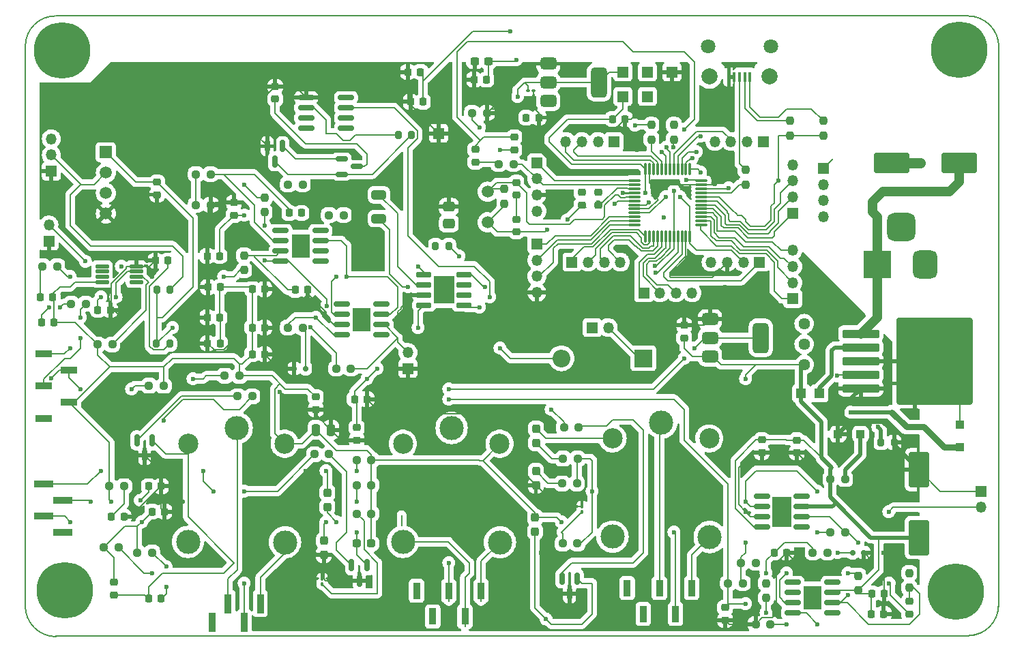
<source format=gbr>
%TF.GenerationSoftware,KiCad,Pcbnew,8.0.4*%
%TF.CreationDate,2024-09-29T16:10:45+07:00*%
%TF.ProjectId,Schematic_editted,53636865-6d61-4746-9963-5f6564697474,rev?*%
%TF.SameCoordinates,Original*%
%TF.FileFunction,Copper,L1,Top*%
%TF.FilePolarity,Positive*%
%FSLAX46Y46*%
G04 Gerber Fmt 4.6, Leading zero omitted, Abs format (unit mm)*
G04 Created by KiCad (PCBNEW 8.0.4) date 2024-09-29 16:10:45*
%MOMM*%
%LPD*%
G01*
G04 APERTURE LIST*
G04 Aperture macros list*
%AMRoundRect*
0 Rectangle with rounded corners*
0 $1 Rounding radius*
0 $2 $3 $4 $5 $6 $7 $8 $9 X,Y pos of 4 corners*
0 Add a 4 corners polygon primitive as box body*
4,1,4,$2,$3,$4,$5,$6,$7,$8,$9,$2,$3,0*
0 Add four circle primitives for the rounded corners*
1,1,$1+$1,$2,$3*
1,1,$1+$1,$4,$5*
1,1,$1+$1,$6,$7*
1,1,$1+$1,$8,$9*
0 Add four rect primitives between the rounded corners*
20,1,$1+$1,$2,$3,$4,$5,0*
20,1,$1+$1,$4,$5,$6,$7,0*
20,1,$1+$1,$6,$7,$8,$9,0*
20,1,$1+$1,$8,$9,$2,$3,0*%
G04 Aperture macros list end*
%TA.AperFunction,Conductor*%
%ADD10C,0.200000*%
%TD*%
%TA.AperFunction,ComponentPad*%
%ADD11R,1.350000X1.350000*%
%TD*%
%TA.AperFunction,ComponentPad*%
%ADD12O,1.350000X1.350000*%
%TD*%
%TA.AperFunction,SMDPad,CuDef*%
%ADD13RoundRect,0.237500X-0.250000X-0.237500X0.250000X-0.237500X0.250000X0.237500X-0.250000X0.237500X0*%
%TD*%
%TA.AperFunction,SMDPad,CuDef*%
%ADD14RoundRect,0.225000X0.250000X-0.225000X0.250000X0.225000X-0.250000X0.225000X-0.250000X-0.225000X0*%
%TD*%
%TA.AperFunction,SMDPad,CuDef*%
%ADD15RoundRect,0.200000X-0.200000X-0.275000X0.200000X-0.275000X0.200000X0.275000X-0.200000X0.275000X0*%
%TD*%
%TA.AperFunction,SMDPad,CuDef*%
%ADD16RoundRect,0.150000X-0.150000X0.587500X-0.150000X-0.587500X0.150000X-0.587500X0.150000X0.587500X0*%
%TD*%
%TA.AperFunction,SMDPad,CuDef*%
%ADD17RoundRect,0.225000X-0.225000X-0.250000X0.225000X-0.250000X0.225000X0.250000X-0.225000X0.250000X0*%
%TD*%
%TA.AperFunction,SMDPad,CuDef*%
%ADD18RoundRect,0.150000X-0.825000X-0.150000X0.825000X-0.150000X0.825000X0.150000X-0.825000X0.150000X0*%
%TD*%
%TA.AperFunction,HeatsinkPad*%
%ADD19C,0.500000*%
%TD*%
%TA.AperFunction,HeatsinkPad*%
%ADD20R,2.290000X3.000000*%
%TD*%
%TA.AperFunction,ComponentPad*%
%ADD21R,1.500000X1.500000*%
%TD*%
%TA.AperFunction,ComponentPad*%
%ADD22C,1.500000*%
%TD*%
%TA.AperFunction,SMDPad,CuDef*%
%ADD23RoundRect,0.075000X-0.662500X-0.075000X0.662500X-0.075000X0.662500X0.075000X-0.662500X0.075000X0*%
%TD*%
%TA.AperFunction,SMDPad,CuDef*%
%ADD24RoundRect,0.075000X-0.075000X-0.662500X0.075000X-0.662500X0.075000X0.662500X-0.075000X0.662500X0*%
%TD*%
%TA.AperFunction,SMDPad,CuDef*%
%ADD25RoundRect,0.225000X-0.250000X0.225000X-0.250000X-0.225000X0.250000X-0.225000X0.250000X0.225000X0*%
%TD*%
%TA.AperFunction,SMDPad,CuDef*%
%ADD26RoundRect,0.218750X-0.218750X-0.256250X0.218750X-0.256250X0.218750X0.256250X-0.218750X0.256250X0*%
%TD*%
%TA.AperFunction,SMDPad,CuDef*%
%ADD27R,0.450000X1.300000*%
%TD*%
%TA.AperFunction,ComponentPad*%
%ADD28C,1.800000*%
%TD*%
%TA.AperFunction,ComponentPad*%
%ADD29C,2.000000*%
%TD*%
%TA.AperFunction,SMDPad,CuDef*%
%ADD30RoundRect,0.237500X0.250000X0.237500X-0.250000X0.237500X-0.250000X-0.237500X0.250000X-0.237500X0*%
%TD*%
%TA.AperFunction,SMDPad,CuDef*%
%ADD31RoundRect,0.237500X0.237500X-0.250000X0.237500X0.250000X-0.237500X0.250000X-0.237500X-0.250000X0*%
%TD*%
%TA.AperFunction,SMDPad,CuDef*%
%ADD32RoundRect,0.237500X-0.237500X0.287500X-0.237500X-0.287500X0.237500X-0.287500X0.237500X0.287500X0*%
%TD*%
%TA.AperFunction,SMDPad,CuDef*%
%ADD33RoundRect,0.237500X-0.237500X0.250000X-0.237500X-0.250000X0.237500X-0.250000X0.237500X0.250000X0*%
%TD*%
%TA.AperFunction,SMDPad,CuDef*%
%ADD34RoundRect,0.218750X0.218750X0.256250X-0.218750X0.256250X-0.218750X-0.256250X0.218750X-0.256250X0*%
%TD*%
%TA.AperFunction,SMDPad,CuDef*%
%ADD35RoundRect,0.150000X-0.587500X-0.150000X0.587500X-0.150000X0.587500X0.150000X-0.587500X0.150000X0*%
%TD*%
%TA.AperFunction,ComponentPad*%
%ADD36R,2.200000X2.200000*%
%TD*%
%TA.AperFunction,ComponentPad*%
%ADD37O,2.200000X2.200000*%
%TD*%
%TA.AperFunction,SMDPad,CuDef*%
%ADD38R,0.900000X2.000000*%
%TD*%
%TA.AperFunction,SMDPad,CuDef*%
%ADD39RoundRect,0.100000X-0.100000X0.130000X-0.100000X-0.130000X0.100000X-0.130000X0.100000X0.130000X0*%
%TD*%
%TA.AperFunction,SMDPad,CuDef*%
%ADD40RoundRect,0.250000X1.000000X-1.950000X1.000000X1.950000X-1.000000X1.950000X-1.000000X-1.950000X0*%
%TD*%
%TA.AperFunction,SMDPad,CuDef*%
%ADD41RoundRect,0.237500X0.287500X0.237500X-0.287500X0.237500X-0.287500X-0.237500X0.287500X-0.237500X0*%
%TD*%
%TA.AperFunction,SMDPad,CuDef*%
%ADD42R,1.200000X1.250000*%
%TD*%
%TA.AperFunction,ComponentPad*%
%ADD43C,2.500000*%
%TD*%
%TA.AperFunction,ComponentPad*%
%ADD44C,3.000000*%
%TD*%
%TA.AperFunction,SMDPad,CuDef*%
%ADD45RoundRect,0.225000X0.225000X0.250000X-0.225000X0.250000X-0.225000X-0.250000X0.225000X-0.250000X0*%
%TD*%
%TA.AperFunction,SMDPad,CuDef*%
%ADD46RoundRect,0.100000X-0.130000X-0.100000X0.130000X-0.100000X0.130000X0.100000X-0.130000X0.100000X0*%
%TD*%
%TA.AperFunction,SMDPad,CuDef*%
%ADD47RoundRect,0.200000X0.200000X0.275000X-0.200000X0.275000X-0.200000X-0.275000X0.200000X-0.275000X0*%
%TD*%
%TA.AperFunction,SMDPad,CuDef*%
%ADD48RoundRect,0.250000X-0.250000X-0.475000X0.250000X-0.475000X0.250000X0.475000X-0.250000X0.475000X0*%
%TD*%
%TA.AperFunction,SMDPad,CuDef*%
%ADD49R,0.850000X2.350000*%
%TD*%
%TA.AperFunction,SMDPad,CuDef*%
%ADD50RoundRect,0.375000X-0.625000X-0.375000X0.625000X-0.375000X0.625000X0.375000X-0.625000X0.375000X0*%
%TD*%
%TA.AperFunction,SMDPad,CuDef*%
%ADD51RoundRect,0.500000X-0.500000X-1.400000X0.500000X-1.400000X0.500000X1.400000X-0.500000X1.400000X0*%
%TD*%
%TA.AperFunction,SMDPad,CuDef*%
%ADD52RoundRect,0.250000X-0.650000X0.325000X-0.650000X-0.325000X0.650000X-0.325000X0.650000X0.325000X0*%
%TD*%
%TA.AperFunction,ComponentPad*%
%ADD53C,7.000000*%
%TD*%
%TA.AperFunction,SMDPad,CuDef*%
%ADD54RoundRect,0.237500X0.300000X0.237500X-0.300000X0.237500X-0.300000X-0.237500X0.300000X-0.237500X0*%
%TD*%
%TA.AperFunction,SMDPad,CuDef*%
%ADD55RoundRect,0.125000X0.687500X0.125000X-0.687500X0.125000X-0.687500X-0.125000X0.687500X-0.125000X0*%
%TD*%
%TA.AperFunction,SMDPad,CuDef*%
%ADD56RoundRect,0.218750X-0.256250X0.218750X-0.256250X-0.218750X0.256250X-0.218750X0.256250X0.218750X0*%
%TD*%
%TA.AperFunction,SMDPad,CuDef*%
%ADD57RoundRect,0.237500X0.237500X-0.287500X0.237500X0.287500X-0.237500X0.287500X-0.237500X-0.287500X0*%
%TD*%
%TA.AperFunction,SMDPad,CuDef*%
%ADD58RoundRect,0.150000X-0.150000X-0.200000X0.150000X-0.200000X0.150000X0.200000X-0.150000X0.200000X0*%
%TD*%
%TA.AperFunction,SMDPad,CuDef*%
%ADD59RoundRect,0.150000X-0.820000X-0.150000X0.820000X-0.150000X0.820000X0.150000X-0.820000X0.150000X0*%
%TD*%
%TA.AperFunction,HeatsinkPad*%
%ADD60R,2.620000X3.510000*%
%TD*%
%TA.AperFunction,SMDPad,CuDef*%
%ADD61R,2.350000X0.850000*%
%TD*%
%TA.AperFunction,ComponentPad*%
%ADD62C,1.440000*%
%TD*%
%TA.AperFunction,SMDPad,CuDef*%
%ADD63RoundRect,0.150000X0.150000X0.200000X-0.150000X0.200000X-0.150000X-0.200000X0.150000X-0.200000X0*%
%TD*%
%TA.AperFunction,SMDPad,CuDef*%
%ADD64RoundRect,0.218750X0.256250X-0.218750X0.256250X0.218750X-0.256250X0.218750X-0.256250X-0.218750X0*%
%TD*%
%TA.AperFunction,SMDPad,CuDef*%
%ADD65RoundRect,0.250000X-2.050000X-0.300000X2.050000X-0.300000X2.050000X0.300000X-2.050000X0.300000X0*%
%TD*%
%TA.AperFunction,SMDPad,CuDef*%
%ADD66RoundRect,0.250000X-2.025000X-2.375000X2.025000X-2.375000X2.025000X2.375000X-2.025000X2.375000X0*%
%TD*%
%TA.AperFunction,SMDPad,CuDef*%
%ADD67RoundRect,0.250002X-4.449998X-5.149998X4.449998X-5.149998X4.449998X5.149998X-4.449998X5.149998X0*%
%TD*%
%TA.AperFunction,SMDPad,CuDef*%
%ADD68RoundRect,0.250000X0.300000X-0.300000X0.300000X0.300000X-0.300000X0.300000X-0.300000X-0.300000X0*%
%TD*%
%TA.AperFunction,HeatsinkPad*%
%ADD69R,2.410000X3.810000*%
%TD*%
%TA.AperFunction,SMDPad,CuDef*%
%ADD70RoundRect,0.250000X-0.300000X-0.300000X0.300000X-0.300000X0.300000X0.300000X-0.300000X0.300000X0*%
%TD*%
%TA.AperFunction,SMDPad,CuDef*%
%ADD71RoundRect,0.250000X0.475000X-0.337500X0.475000X0.337500X-0.475000X0.337500X-0.475000X-0.337500X0*%
%TD*%
%TA.AperFunction,SMDPad,CuDef*%
%ADD72R,2.000000X0.900000*%
%TD*%
%TA.AperFunction,ComponentPad*%
%ADD73RoundRect,0.875000X0.875000X0.875000X-0.875000X0.875000X-0.875000X-0.875000X0.875000X-0.875000X0*%
%TD*%
%TA.AperFunction,ComponentPad*%
%ADD74RoundRect,0.750000X0.750000X1.000000X-0.750000X1.000000X-0.750000X-1.000000X0.750000X-1.000000X0*%
%TD*%
%TA.AperFunction,ComponentPad*%
%ADD75R,3.500000X3.500000*%
%TD*%
%TA.AperFunction,SMDPad,CuDef*%
%ADD76RoundRect,0.250000X1.950000X1.000000X-1.950000X1.000000X-1.950000X-1.000000X1.950000X-1.000000X0*%
%TD*%
%TA.AperFunction,ViaPad*%
%ADD77C,0.600000*%
%TD*%
%TA.AperFunction,ViaPad*%
%ADD78C,1.200000*%
%TD*%
%TA.AperFunction,Conductor*%
%ADD79C,0.500000*%
%TD*%
%TA.AperFunction,Conductor*%
%ADD80C,0.800000*%
%TD*%
%TA.AperFunction,Conductor*%
%ADD81C,1.270000*%
%TD*%
%TA.AperFunction,Conductor*%
%ADD82C,1.200000*%
%TD*%
%TA.AperFunction,Conductor*%
%ADD83C,0.250000*%
%TD*%
G04 APERTURE END LIST*
D10*
%TO.N,Net-(J11-Pin_2)*%
X202872100Y-141335800D02*
X202872100Y-71689000D01*
X199036700Y-67972199D02*
X85854300Y-67972199D01*
X199036700Y-67972199D02*
G75*
G02*
X202880449Y-71816000I-26J-3843775D01*
G01*
X85768310Y-144964132D02*
X199026910Y-144964132D01*
X201725174Y-143846474D02*
G75*
G02*
X199138300Y-144918003I-2586900J2586900D01*
G01*
X202842832Y-141148210D02*
G75*
G02*
X199026910Y-144964132I-3815958J36D01*
G01*
X82060955Y-71714400D02*
G75*
G02*
X85803500Y-67971855I3742519J26D01*
G01*
X82060955Y-71714400D02*
X82060955Y-141183400D01*
X85879700Y-145069465D02*
G75*
G02*
X82044383Y-141234200I-26J3835291D01*
G01*
%TD*%
D11*
%TO.P,J26,1,Pin_1*%
%TO.N,PA7*%
X158812000Y-102366000D03*
D12*
%TO.P,J26,2,Pin_2*%
%TO.N,PB0*%
X160812000Y-102366000D03*
%TO.P,J26,3,Pin_3*%
%TO.N,PB1*%
X162812000Y-102366000D03*
%TO.P,J26,4,Pin_4*%
%TO.N,PB10*%
X164812000Y-102366000D03*
%TD*%
D13*
%TO.P,R8,1*%
%TO.N,Net-(U5--)*%
X170895000Y-135890000D03*
%TO.P,R8,2*%
%TO.N,Net-(C12-Pad1)*%
X172720000Y-135890000D03*
%TD*%
D14*
%TO.P,C4-1,1*%
%TO.N,OSC_OUT_PC15*%
X151128000Y-91457000D03*
%TO.P,C4-1,2*%
%TO.N,Net-(C3-1-Pad2)*%
X151128000Y-89907000D03*
%TD*%
D15*
%TO.P,R36,1*%
%TO.N,Vout_3.3V*%
X98338900Y-108671400D03*
%TO.P,R36,2*%
%TO.N,Net-(D19-A)*%
X99988900Y-108671400D03*
%TD*%
D16*
%TO.P,Q2,1,C*%
%TO.N,Net-(D12-K)*%
X124460000Y-136222500D03*
%TO.P,Q2,2,B*%
%TO.N,Net-(Q2-B)*%
X122560000Y-136222500D03*
%TO.P,Q2,3,E*%
%TO.N,GND*%
X123510000Y-138097500D03*
%TD*%
D17*
%TO.P,C14,1*%
%TO.N,POS_5V*%
X187045600Y-142240000D03*
%TO.P,C14,2*%
%TO.N,GND*%
X188595600Y-142240000D03*
%TD*%
D18*
%TO.P,U6,1,NULL*%
%TO.N,unconnected-(U6-NULL-Pad1)*%
X113745000Y-94615000D03*
%TO.P,U6,2,-*%
%TO.N,Net-(U6--)*%
X113745000Y-95885000D03*
%TO.P,U6,3,+*%
%TO.N,Net-(U6-+)*%
X113745000Y-97155000D03*
%TO.P,U6,4,V-*%
%TO.N,NEG_5V*%
X113745000Y-98425000D03*
%TO.P,U6,5,NULL*%
%TO.N,unconnected-(U6-NULL-Pad5)*%
X118695000Y-98425000D03*
%TO.P,U6,6*%
%TO.N,Net-(C22-Pad1)*%
X118695000Y-97155000D03*
%TO.P,U6,7,V+*%
%TO.N,POS_5V*%
X118695000Y-95885000D03*
%TO.P,U6,8,STRB*%
%TO.N,unconnected-(U6-STRB-Pad8)*%
X118695000Y-94615000D03*
D19*
%TO.P,U6,9*%
%TO.N,N/C*%
X115570000Y-95520000D03*
X115570000Y-96520000D03*
X115570000Y-97520000D03*
D20*
X116220000Y-96520000D03*
D19*
X116870000Y-95520000D03*
X116870000Y-96520000D03*
X116870000Y-97520000D03*
%TD*%
D11*
%TO.P,J24,1,Pin_1*%
%TO.N,PA0*%
X145540000Y-96318000D03*
D12*
%TO.P,J24,2,Pin_2*%
%TO.N,PA1*%
X145540000Y-98318000D03*
%TO.P,J24,3,Pin_3*%
%TO.N,PA2*%
X145540000Y-100318000D03*
%TO.P,J24,4,Pin_4*%
%TO.N,GND*%
X145540000Y-102318000D03*
%TD*%
D13*
%TO.P,RV2,1,1*%
%TO.N,POS_5V*%
X91026700Y-108773000D03*
%TO.P,RV2,2,2*%
%TO.N,IN_LIGHT*%
X92851700Y-108773000D03*
%TD*%
D21*
%TO.P,U9,1,VDD*%
%TO.N,Vout_3.3V*%
X92051900Y-84897000D03*
D22*
%TO.P,U9,2,DATA*%
%TO.N,Net-(J3-Pin_2)*%
X92051900Y-87437000D03*
%TO.P,U9,3,NC*%
%TO.N,unconnected-(U9-NC-Pad3)*%
X92051900Y-89977000D03*
%TO.P,U9,4,GND*%
%TO.N,GND*%
X92051900Y-92517000D03*
%TD*%
D23*
%TO.P,U4,1,VBAT*%
%TO.N,VBAT*%
X157633500Y-88440000D03*
%TO.P,U4,2,PC13*%
%TO.N,PC13*%
X157633500Y-88940000D03*
%TO.P,U4,3,PC14*%
%TO.N,OSC_IN_PC14*%
X157633500Y-89440000D03*
%TO.P,U4,4,PC15*%
%TO.N,OSC_OUT_PC15*%
X157633500Y-89940000D03*
%TO.P,U4,5,PD0*%
%TO.N,OSC_IN*%
X157633500Y-90440000D03*
%TO.P,U4,6,PD1*%
%TO.N,OSC_OUT*%
X157633500Y-90940000D03*
%TO.P,U4,7,NRST*%
%TO.N,RESET*%
X157633500Y-91440000D03*
%TO.P,U4,8,VSSA*%
%TO.N,GND*%
X157633500Y-91940000D03*
%TO.P,U4,9,VDDA*%
%TO.N,VCC3.3*%
X157633500Y-92440000D03*
%TO.P,U4,10,PA0*%
%TO.N,PA0*%
X157633500Y-92940000D03*
%TO.P,U4,11,PA1*%
%TO.N,PA1*%
X157633500Y-93440000D03*
%TO.P,U4,12,PA2*%
%TO.N,PA2*%
X157633500Y-93940000D03*
D24*
%TO.P,U4,13,PA3*%
%TO.N,PA3*%
X159046000Y-95352500D03*
%TO.P,U4,14,PA4*%
%TO.N,PA4*%
X159546000Y-95352500D03*
%TO.P,U4,15,PA5*%
%TO.N,PA5*%
X160046000Y-95352500D03*
%TO.P,U4,16,PA6*%
%TO.N,PA6*%
X160546000Y-95352500D03*
%TO.P,U4,17,PA7*%
%TO.N,PA7*%
X161046000Y-95352500D03*
%TO.P,U4,18,PB0*%
%TO.N,PB0*%
X161546000Y-95352500D03*
%TO.P,U4,19,PB1*%
%TO.N,PB1*%
X162046000Y-95352500D03*
%TO.P,U4,20,PB2*%
%TO.N,BOOT1*%
X162546000Y-95352500D03*
%TO.P,U4,21,PB10*%
%TO.N,PB10*%
X163046000Y-95352500D03*
%TO.P,U4,22,PB11*%
%TO.N,PB11*%
X163546000Y-95352500D03*
%TO.P,U4,23,VSS*%
%TO.N,GND*%
X164046000Y-95352500D03*
%TO.P,U4,24,VDD*%
%TO.N,VCC3.3*%
X164546000Y-95352500D03*
D23*
%TO.P,U4,25,PB12*%
%TO.N,PB12*%
X165958500Y-93940000D03*
%TO.P,U4,26,PB13*%
%TO.N,PB13*%
X165958500Y-93440000D03*
%TO.P,U4,27,PB14*%
%TO.N,PB14*%
X165958500Y-92940000D03*
%TO.P,U4,28,PB15*%
%TO.N,PB15*%
X165958500Y-92440000D03*
%TO.P,U4,29,PA8*%
%TO.N,PA8*%
X165958500Y-91940000D03*
%TO.P,U4,30,PA9*%
%TO.N,PA9*%
X165958500Y-91440000D03*
%TO.P,U4,31,PA10*%
%TO.N,PA10*%
X165958500Y-90940000D03*
%TO.P,U4,32,PA11*%
%TO.N,PA11*%
X165958500Y-90440000D03*
%TO.P,U4,33,PA12*%
%TO.N,PA12*%
X165958500Y-89940000D03*
%TO.P,U4,34,PA13*%
%TO.N,SWDIO*%
X165958500Y-89440000D03*
%TO.P,U4,35,VSS*%
%TO.N,GND*%
X165958500Y-88940000D03*
%TO.P,U4,36,VDD*%
%TO.N,VCC3.3*%
X165958500Y-88440000D03*
D24*
%TO.P,U4,37,PA14*%
%TO.N,SWCLK*%
X164546000Y-87027500D03*
%TO.P,U4,38,PA15*%
%TO.N,PA15*%
X164046000Y-87027500D03*
%TO.P,U4,39,PB3*%
%TO.N,PB3*%
X163546000Y-87027500D03*
%TO.P,U4,40,PB4*%
%TO.N,PB4*%
X163046000Y-87027500D03*
%TO.P,U4,41,PB5*%
%TO.N,PB5*%
X162546000Y-87027500D03*
%TO.P,U4,42,PB6*%
%TO.N,PB6*%
X162046000Y-87027500D03*
%TO.P,U4,43,PB7*%
%TO.N,PB7*%
X161546000Y-87027500D03*
%TO.P,U4,44,BOOT0*%
%TO.N,BOOT0*%
X161046000Y-87027500D03*
%TO.P,U4,45,PB8*%
%TO.N,PB8*%
X160546000Y-87027500D03*
%TO.P,U4,46,PB9*%
%TO.N,PB9*%
X160046000Y-87027500D03*
%TO.P,U4,47,VSS*%
%TO.N,GND*%
X159546000Y-87027500D03*
%TO.P,U4,48,VDD*%
%TO.N,VCC3.3*%
X159046000Y-87027500D03*
%TD*%
D25*
%TO.P,C12,1*%
%TO.N,Net-(C12-Pad1)*%
X191770000Y-140690000D03*
%TO.P,C12,2*%
%TO.N,Net-(U3--)*%
X191770000Y-142240000D03*
%TD*%
D26*
%TO.P,D7,2,A*%
%TO.N,Net-(D7-A)*%
X98927500Y-140350000D03*
%TO.P,D7,1,K*%
%TO.N,Net-(D7-K)*%
X97352500Y-140350000D03*
%TD*%
D27*
%TO.P,J13,1,VBUS*%
%TO.N,VCC5V*%
X171991000Y-75560000D03*
%TO.P,J13,2,D-*%
%TO.N,Net-(J13-D-)*%
X171341000Y-75560000D03*
%TO.P,J13,3,D+*%
%TO.N,Net-(J13-D+)*%
X170691000Y-75560000D03*
%TO.P,J13,4,ID*%
%TO.N,GND*%
X170041000Y-75560000D03*
%TO.P,J13,5,GND*%
X169391000Y-75560000D03*
D28*
%TO.P,J13,6,Shield*%
%TO.N,unconnected-(J13-Shield-Pad6)*%
X174566000Y-71710000D03*
D29*
%TO.N,unconnected-(J13-Shield-Pad6)_1*%
X174416000Y-75510000D03*
%TO.N,unconnected-(J13-Shield-Pad6)_3*%
X166966000Y-75510000D03*
D28*
%TO.N,unconnected-(J13-Shield-Pad6)_2*%
X166816000Y-71710000D03*
%TD*%
D11*
%TO.P,J23,1,Pin_1*%
%TO.N,VBAT*%
X145540000Y-86206000D03*
D12*
%TO.P,J23,2,Pin_2*%
%TO.N,PC13*%
X145540000Y-88206000D03*
%TO.P,J23,3,Pin_3*%
%TO.N,GND*%
X145540000Y-90206000D03*
%TO.P,J23,4,Pin_4*%
%TO.N,VCC3.3V*%
X145540000Y-92206000D03*
%TD*%
D30*
%TO.P,R26,1*%
%TO.N,POS_5V*%
X125015000Y-126234800D03*
%TO.P,R26,2*%
%TO.N,Net-(D10-A)*%
X123190000Y-126234800D03*
%TD*%
D31*
%TO.P,R2\u002C2,1*%
%TO.N,PA11*%
X181100000Y-82808000D03*
%TO.P,R2\u002C2,2*%
%TO.N,VCC5V*%
X181100000Y-80983000D03*
%TD*%
D11*
%TO.P,J21,1,Pin_1*%
%TO.N,PB3*%
X173638000Y-83570000D03*
D12*
%TO.P,J21,2,Pin_2*%
%TO.N,PB4*%
X171638000Y-83570000D03*
%TO.P,J21,3,Pin_3*%
%TO.N,PB5*%
X169638000Y-83570000D03*
%TO.P,J21,4,Pin_4*%
%TO.N,PA15*%
X167638000Y-83570000D03*
%TD*%
D14*
%TO.P,C2-1,1*%
%TO.N,OSC_OUT*%
X143000000Y-94772000D03*
%TO.P,C2-1,2*%
%TO.N,Net-(C1-1-Pad2)*%
X143000000Y-93222000D03*
%TD*%
D32*
%TO.P,D17,2,A*%
%TO.N,Net-(D16-K)*%
X145323000Y-132012000D03*
%TO.P,D17,1,K*%
%TO.N,POS_5V*%
X145323000Y-130262000D03*
%TD*%
D11*
%TO.P,J31,1,Pin_1*%
%TO.N,GND*%
X133350000Y-82550000D03*
%TD*%
D33*
%TO.P,R23,1*%
%TO.N,Net-(U7--)*%
X111760000Y-90527500D03*
%TO.P,R23,2*%
%TO.N,NEG_5V*%
X111760000Y-92352500D03*
%TD*%
D30*
%TO.P,R3\u002C1,1*%
%TO.N,PC13*%
X142642500Y-86364000D03*
%TO.P,R3\u002C1,2*%
%TO.N,Net-(D2-K)*%
X140817500Y-86364000D03*
%TD*%
D15*
%TO.P,R27,2*%
%TO.N,GND*%
X189899063Y-120935763D03*
%TO.P,R27,1*%
%TO.N,Net-(U8-FB)*%
X188249063Y-120935763D03*
%TD*%
D11*
%TO.P,J12,1,Pin_1*%
%TO.N,Net-(J12-Pin_1)*%
X159256000Y-74934000D03*
%TD*%
D12*
%TO.P,J28,4,Pin_4*%
%TO.N,unconnected-(J28-Pin_4-Pad4)*%
X177290000Y-86460000D03*
%TO.P,J28,3,Pin_3*%
%TO.N,PA10*%
X177290000Y-88460000D03*
%TO.P,J28,2,Pin_2*%
%TO.N,PA9*%
X177290000Y-90460000D03*
D11*
%TO.P,J28,1,Pin_1*%
%TO.N,PA8*%
X177290000Y-92460000D03*
%TD*%
%TO.P,J39,1,Pin_1*%
%TO.N,GND*%
X129540000Y-111760000D03*
D12*
%TO.P,J39,2,Pin_2*%
%TO.N,Net-(J39-Pin_2)*%
X129540000Y-109760000D03*
%TD*%
D15*
%TO.P,R34,1*%
%TO.N,Vout_3.3V*%
X98352100Y-101965800D03*
%TO.P,R34,2*%
%TO.N,Net-(J3-Pin_2)*%
X100002100Y-101965800D03*
%TD*%
D30*
%TO.P,R4\u002C1,1*%
%TO.N,GND*%
X139340500Y-80014000D03*
%TO.P,R4\u002C1,2*%
%TO.N,Net-(D3-K)*%
X137515500Y-80014000D03*
%TD*%
D14*
%TO.P,C17,1*%
%TO.N,NEG_5V*%
X107950000Y-92710000D03*
%TO.P,C17,2*%
%TO.N,GND*%
X107950000Y-91160000D03*
%TD*%
D11*
%TO.P,J14,1,Pin_1*%
%TO.N,VCC3.3*%
X156208000Y-77982000D03*
%TD*%
D33*
%TO.P,R3,1*%
%TO.N,OSC_IN*%
X141489000Y-89457250D03*
%TO.P,R3,2*%
%TO.N,OSC_OUT*%
X141489000Y-91282250D03*
%TD*%
D34*
%TO.P,POWER_LED1,2,A*%
%TO.N,Net-(POWER_LED1-A)*%
X92710000Y-130190000D03*
%TO.P,POWER_LED1,1,K*%
%TO.N,GND*%
X94285000Y-130190000D03*
%TD*%
D25*
%TO.P,C33,2*%
%TO.N,GND*%
X118110000Y-116840000D03*
%TO.P,C33,1*%
%TO.N,POS_5V*%
X118110000Y-115290000D03*
%TD*%
D35*
%TO.P,Q5,1,B*%
%TO.N,Net-(Q4-B)*%
X121315000Y-85730000D03*
%TO.P,Q5,2,E*%
%TO.N,Net-(Q4-C)*%
X121315000Y-87630000D03*
%TO.P,Q5,3,C*%
%TO.N,Net-(Q5-C)*%
X123190000Y-86680000D03*
%TD*%
D36*
%TO.P,D18,1,K*%
%TO.N,Net-(D18-K)*%
X158750000Y-110490000D03*
D37*
%TO.P,D18,2,A*%
%TO.N,Net-(D18-A)*%
X148590000Y-110490000D03*
%TD*%
D11*
%TO.P,J16,1,Pin_1*%
%TO.N,GND*%
X181100000Y-86904000D03*
D12*
%TO.P,J16,2,Pin_2*%
%TO.N,SWCLK*%
X181100000Y-88904000D03*
%TO.P,J16,3,Pin_3*%
%TO.N,SWDIO*%
X181100000Y-90904000D03*
%TO.P,J16,4,Pin_4*%
%TO.N,VCC3.3*%
X181100000Y-92904000D03*
%TD*%
D38*
%TO.P,J8,1,Pin_1*%
%TO.N,NC_3*%
X164750000Y-139040000D03*
%TO.P,J8,2,Pin_2*%
%TO.N,NO_3*%
X162750000Y-142240000D03*
%TO.P,J8,3,Pin_3*%
%TO.N,COM_3*%
X160750000Y-139040000D03*
%TO.P,J8,4,Pin_4*%
%TO.N,unconnected-(J8-Pin_4-Pad4)*%
X158750000Y-142240000D03*
%TO.P,J8,5*%
%TO.N,N/C*%
X156750000Y-139040000D03*
%TD*%
D13*
%TO.P,R17,2*%
%TO.N,Net-(D7-A)*%
X97790000Y-134620000D03*
%TO.P,R17,1*%
%TO.N,POS_5V*%
X95965000Y-134620000D03*
%TD*%
D39*
%TO.P,POWER_LED2,1,K*%
%TO.N,GND*%
X118907726Y-137874526D03*
%TO.P,POWER_LED2,2,A*%
%TO.N,Net-(POWER_LED2-A)*%
X118907726Y-138514526D03*
%TD*%
D13*
%TO.P,R21,1*%
%TO.N,Net-(U7--)*%
X114657500Y-88900000D03*
%TO.P,R21,2*%
%TO.N,Net-(C22-Pad1)*%
X116482500Y-88900000D03*
%TD*%
D11*
%TO.P,J15,1,Pin_1*%
%TO.N,VCC3.3*%
X156208000Y-74934000D03*
%TD*%
D14*
%TO.P,D2,1,K*%
%TO.N,Net-(D2-K)*%
X137920000Y-86123000D03*
%TO.P,D2,2,A*%
%TO.N,Vout_3.3*%
X137920000Y-84573000D03*
%TD*%
D40*
%TO.P,C30,2*%
%TO.N,GND*%
X192947063Y-124355763D03*
%TO.P,C30,1*%
%TO.N,POS_5V*%
X192947063Y-132755763D03*
%TD*%
D30*
%TO.P,R28,1*%
%TO.N,POS_5V*%
X125015000Y-123110600D03*
%TO.P,R28,2*%
%TO.N,Net-(D12-A)*%
X123190000Y-123110600D03*
%TD*%
D11*
%TO.P,J17,1,Pin_1*%
%TO.N,Net-(D18-A)*%
X152400000Y-106680000D03*
D12*
%TO.P,J17,2,Pin_2*%
%TO.N,Net-(D18-K)*%
X154400000Y-106680000D03*
%TD*%
D41*
%TO.P,D13,1,K*%
%TO.N,POS_5V*%
X124940000Y-133499200D03*
%TO.P,D13,2,A*%
%TO.N,Net-(D12-K)*%
X123190000Y-133499200D03*
%TD*%
D42*
%TO.P,L1,2,2*%
%TO.N,POS_5V*%
X178335063Y-114839763D03*
%TO.P,L1,1,1*%
%TO.N,Net-(D11-K)*%
X180635063Y-114839763D03*
%TD*%
D43*
%TO.P,K3,5*%
%TO.N,POS_5V*%
X166940000Y-120450000D03*
D44*
%TO.P,K3,4*%
%TO.N,NC_3*%
X166990000Y-132700000D03*
%TO.P,K3,3*%
%TO.N,NO_3*%
X154940000Y-132650000D03*
D43*
%TO.P,K3,2*%
%TO.N,Net-(D16-K)*%
X154940000Y-120450000D03*
D44*
%TO.P,K3,1*%
%TO.N,COM_3*%
X160990000Y-118500000D03*
%TD*%
D32*
%TO.P,D16,2,A*%
%TO.N,Net-(D16-A)*%
X145450000Y-120988400D03*
%TO.P,D16,1,K*%
%TO.N,Net-(D16-K)*%
X145450000Y-119238400D03*
%TD*%
D31*
%TO.P,R6,1*%
%TO.N,Net-(C12-Pad1)*%
X191770000Y-138985000D03*
%TO.P,R6,2*%
%TO.N,Net-(R6-Pad2)*%
X191770000Y-137160000D03*
%TD*%
D14*
%TO.P,C38,1*%
%TO.N,GND*%
X98427300Y-90167800D03*
%TO.P,C38,2*%
%TO.N,Vout_3.3V*%
X98427300Y-88617800D03*
%TD*%
D45*
%TO.P,C22,1*%
%TO.N,Net-(C22-Pad1)*%
X116345000Y-92440000D03*
%TO.P,C22,2*%
%TO.N,Net-(U6--)*%
X114795000Y-92440000D03*
%TD*%
D46*
%TO.P,104\u002C1,1*%
%TO.N,VCC3.3*%
X144458000Y-77220000D03*
%TO.P,104\u002C1,2*%
%TO.N,GND*%
X145098000Y-77220000D03*
%TD*%
D30*
%TO.P,R38,2*%
%TO.N,INPUT_3*%
X148904400Y-119072000D03*
%TO.P,R38,1*%
%TO.N,Net-(Q3-B)*%
X150729400Y-119072000D03*
%TD*%
D47*
%TO.P,R31,1*%
%TO.N,POS_5V*%
X134620000Y-96520000D03*
%TO.P,R31,2*%
%TO.N,Net-(U10-(NC)BOOST)*%
X132970000Y-96520000D03*
%TD*%
D45*
%TO.P,C15,1*%
%TO.N,POS_5V*%
X131090000Y-74930000D03*
%TO.P,C15,2*%
%TO.N,GND*%
X129540000Y-74930000D03*
%TD*%
D48*
%TO.P,C29,1*%
%TO.N,POS_5V*%
X118110000Y-119380000D03*
%TO.P,C29,2*%
%TO.N,GND*%
X120010000Y-119380000D03*
%TD*%
D30*
%TO.P,R1,1*%
%TO.N,POS_5V*%
X108638100Y-112659200D03*
%TO.P,R1,2*%
%TO.N,/AO*%
X106813100Y-112659200D03*
%TD*%
D45*
%TO.P,C10,1*%
%TO.N,GND*%
X188671800Y-139700000D03*
%TO.P,C10,2*%
%TO.N,POS_5V*%
X187121800Y-139700000D03*
%TD*%
D22*
%TO.P,Y1,1,1*%
%TO.N,OSC_IN*%
X139444000Y-89798000D03*
%TO.P,Y1,2,2*%
%TO.N,OSC_OUT*%
X139444000Y-93598000D03*
%TD*%
D17*
%TO.P,D1,1,K*%
%TO.N,Net-(D1-K)*%
X84050600Y-105998200D03*
%TO.P,D1,2,A*%
%TO.N,POS_5V*%
X85600600Y-105998200D03*
%TD*%
D49*
%TO.P,J6,4,Pin_4*%
%TO.N,unconnected-(J6-Pin_4-Pad4)*%
X105220000Y-143320000D03*
%TO.P,J6,3,Pin_3*%
%TO.N,COM_1*%
X107220000Y-140970000D03*
%TO.P,J6,2,Pin_2*%
%TO.N,NO_1*%
X109220000Y-143320000D03*
%TO.P,J6,1,Pin_1*%
%TO.N,NC_1*%
X111220000Y-140970000D03*
%TD*%
D50*
%TO.P,U1,1,GND*%
%TO.N,GND*%
X146962000Y-73904000D03*
%TO.P,U1,2,VO*%
%TO.N,VCC3.3*%
X146962000Y-76204000D03*
D51*
X153262000Y-76204000D03*
D50*
%TO.P,U1,3,VI*%
%TO.N,POS_5V*%
X146962000Y-78504000D03*
%TD*%
D45*
%TO.P,C13,1*%
%TO.N,POS_5V*%
X131419600Y-78626000D03*
%TO.P,C13,2*%
%TO.N,GND*%
X129869600Y-78626000D03*
%TD*%
D11*
%TO.P,J25,1,Pin_1*%
%TO.N,PA3*%
X149906000Y-98556000D03*
D12*
%TO.P,J25,2,Pin_2*%
%TO.N,PA4*%
X151906000Y-98556000D03*
%TO.P,J25,3,Pin_3*%
%TO.N,PA5*%
X153906000Y-98556000D03*
%TO.P,J25,4,Pin_4*%
%TO.N,PA6*%
X155906000Y-98556000D03*
%TD*%
D16*
%TO.P,Q1,3,E*%
%TO.N,GND*%
X96870000Y-122570000D03*
%TO.P,Q1,2,B*%
%TO.N,Net-(Q1-B)*%
X95920000Y-120695000D03*
%TO.P,Q1,1,C*%
%TO.N,Net-(D7-K)*%
X97820000Y-120695000D03*
%TD*%
D18*
%TO.P,U7,1,NULL*%
%TO.N,unconnected-(U7-NULL-Pad1)*%
X121335000Y-103775000D03*
%TO.P,U7,2,-*%
%TO.N,Net-(U7--)*%
X121335000Y-105045000D03*
%TO.P,U7,3,+*%
%TO.N,GND*%
X121335000Y-106315000D03*
%TO.P,U7,4,V-*%
%TO.N,POS_5V*%
X121335000Y-107585000D03*
%TO.P,U7,5,NULL*%
%TO.N,unconnected-(U7-NULL-Pad5)*%
X126285000Y-107585000D03*
%TO.P,U7,6*%
%TO.N,Net-(J39-Pin_2)*%
X126285000Y-106315000D03*
%TO.P,U7,7,V+*%
%TO.N,POS_5V*%
X126285000Y-105045000D03*
%TO.P,U7,8,NC*%
%TO.N,unconnected-(U7-NC-Pad8)*%
X126285000Y-103775000D03*
D19*
%TO.P,U7,9*%
%TO.N,N/C*%
X123160000Y-104680000D03*
X123160000Y-105680000D03*
X123160000Y-106680000D03*
D20*
X123810000Y-105680000D03*
D19*
X124460000Y-104680000D03*
X124460000Y-105680000D03*
X124460000Y-106680000D03*
%TD*%
D13*
%TO.P,R19,1*%
%TO.N,Net-(R19-Pad1)*%
X103227500Y-91440000D03*
%TO.P,R19,2*%
%TO.N,GND*%
X105052500Y-91440000D03*
%TD*%
D25*
%TO.P,C1-1,1*%
%TO.N,OSC_IN*%
X143000000Y-88650000D03*
%TO.P,C1-1,2*%
%TO.N,Net-(C1-1-Pad2)*%
X143000000Y-90200000D03*
%TD*%
D45*
%TO.P,C5,1*%
%TO.N,VCC3.3*%
X139290500Y-75875500D03*
%TO.P,C5,2*%
%TO.N,GND*%
X137740500Y-75875500D03*
%TD*%
D52*
%TO.P,C31,1*%
%TO.N,Net-(U10-CAP+)*%
X125933600Y-90193600D03*
%TO.P,C31,2*%
%TO.N,Net-(U10-CAP-)*%
X125933600Y-93143600D03*
%TD*%
D11*
%TO.P,J1,1,Pin_1*%
%TO.N,GND*%
X84990700Y-95930000D03*
D12*
%TO.P,J1,2,Pin_2*%
%TO.N,/AO*%
X84990700Y-93930000D03*
%TD*%
D11*
%TO.P,J22,1,Pin_1*%
%TO.N,PB6*%
X155144000Y-83570000D03*
D12*
%TO.P,J22,2,Pin_2*%
%TO.N,PB7*%
X153144000Y-83570000D03*
%TO.P,J22,3,Pin_3*%
%TO.N,PB8*%
X151144000Y-83570000D03*
%TO.P,J22,4,Pin_4*%
%TO.N,PB9*%
X149144000Y-83570000D03*
%TD*%
D53*
%TO.P,H7,1*%
%TO.N,N/C*%
X86624874Y-72254474D03*
%TD*%
D11*
%TO.P,J3,1,Pin_1*%
%TO.N,GND*%
X85295500Y-87233800D03*
D12*
%TO.P,J3,2,Pin_2*%
%TO.N,Net-(J3-Pin_2)*%
X85295500Y-85233800D03*
%TO.P,J3,3,Pin_3*%
%TO.N,Vout_3.3V*%
X85295500Y-83233800D03*
%TD*%
D17*
%TO.P,C27,1*%
%TO.N,POS_5V*%
X110210000Y-109982000D03*
%TO.P,C27,2*%
%TO.N,GND*%
X111760000Y-109982000D03*
%TD*%
D54*
%TO.P,104\u002C3,1*%
%TO.N,VCC3.3*%
X139533826Y-73593426D03*
%TO.P,104\u002C3,2*%
%TO.N,GND*%
X137808826Y-73593426D03*
%TD*%
D55*
%TO.P,U2,1*%
%TO.N,OUT_LIGHT*%
X95815400Y-101010400D03*
%TO.P,U2,2,-*%
%TO.N,IN_LIGHT*%
X95815400Y-100360400D03*
%TO.P,U2,3,+*%
%TO.N,/AO*%
X95815400Y-99710400D03*
%TO.P,U2,4,V-*%
%TO.N,GND*%
X95815400Y-99060400D03*
%TO.P,U2,5*%
%TO.N,N/C*%
X91590400Y-99060400D03*
%TO.P,U2,6*%
X91590400Y-99710400D03*
%TO.P,U2,7*%
X91590400Y-100360400D03*
%TO.P,U2,8,V+*%
%TO.N,POS_5V*%
X91590400Y-101010400D03*
%TD*%
D17*
%TO.P,C26,1*%
%TO.N,POS_5V*%
X110210000Y-106680000D03*
%TO.P,C26,2*%
%TO.N,GND*%
X111760000Y-106680000D03*
%TD*%
D33*
%TO.P,R16,1*%
%TO.N,Net-(U6-+)*%
X109220000Y-97722200D03*
%TO.P,R16,2*%
%TO.N,pH_INPUT*%
X109220000Y-99547200D03*
%TD*%
D13*
%TO.P,R30,2*%
%TO.N,Net-(D14-A)*%
X183803063Y-125507763D03*
%TO.P,R30,1*%
%TO.N,POS_5V*%
X181978063Y-125507763D03*
%TD*%
D31*
%TO.P,R3\u002C4,1*%
%TO.N,BOOT1*%
X162558000Y-83316000D03*
%TO.P,R3\u002C4,2*%
%TO.N,Net-(J29-Pin_1)*%
X162558000Y-81491000D03*
%TD*%
D56*
%TO.P,D8,2,A*%
%TO.N,Net-(D7-K)*%
X93060000Y-139867500D03*
%TO.P,D8,1,K*%
%TO.N,POS_5V*%
X93060000Y-138292500D03*
%TD*%
D50*
%TO.P,U11,3,VI*%
%TO.N,POS_5V*%
X167030000Y-110250000D03*
D51*
%TO.P,U11,2,VO*%
%TO.N,Vout_3.3V*%
X173330000Y-107950000D03*
D50*
X167030000Y-107950000D03*
%TO.P,U11,1,GND*%
%TO.N,GND*%
X167030000Y-105650000D03*
%TD*%
D57*
%TO.P,D15,2,A*%
%TO.N,Net-(D15-A)*%
X145424600Y-124510200D03*
%TO.P,D15,1,K*%
%TO.N,GND*%
X145424600Y-126260200D03*
%TD*%
D33*
%TO.P,R9,1*%
%TO.N,Net-(D5-A)*%
X185420000Y-137517500D03*
%TO.P,R9,2*%
%TO.N,POS_5V*%
X185420000Y-139342500D03*
%TD*%
D14*
%TO.P,C37,1*%
%TO.N,Net-(Q5-C)*%
X113069600Y-78295800D03*
%TO.P,C37,2*%
%TO.N,GND*%
X113069600Y-76745800D03*
%TD*%
D11*
%TO.P,J20,1,Pin_1*%
%TO.N,PB12*%
X177290000Y-103096000D03*
D12*
%TO.P,J20,2,Pin_2*%
%TO.N,PB13*%
X177290000Y-101096000D03*
%TO.P,J20,3,Pin_3*%
%TO.N,PB14*%
X177290000Y-99096000D03*
%TO.P,J20,4,Pin_4*%
%TO.N,PB15*%
X177290000Y-97096000D03*
%TD*%
D17*
%TO.P,C6,1*%
%TO.N,/AO*%
X91048300Y-104480400D03*
%TO.P,C6,2*%
%TO.N,GND*%
X92598300Y-104480400D03*
%TD*%
D16*
%TO.P,Q3,3,E*%
%TO.N,GND*%
X149600400Y-139717600D03*
%TO.P,Q3,2,B*%
%TO.N,Net-(Q3-B)*%
X148650400Y-137842600D03*
%TO.P,Q3,1,C*%
%TO.N,Net-(D16-K)*%
X150550400Y-137842600D03*
%TD*%
D34*
%TO.P,SW1,1,1*%
%TO.N,GND*%
X145792200Y-80598200D03*
%TO.P,SW1,2,2*%
%TO.N,RESET*%
X144217200Y-80598200D03*
%TD*%
D58*
%TO.P,D5,1,K*%
%TO.N,GND*%
X186120000Y-134620000D03*
%TO.P,D5,2,A*%
%TO.N,Net-(D5-A)*%
X184720000Y-134620000D03*
%TD*%
D57*
%TO.P,D10,1,K*%
%TO.N,GND*%
X119110926Y-134875126D03*
%TO.P,D10,2,A*%
%TO.N,Net-(D10-A)*%
X119110926Y-133125126D03*
%TD*%
D53*
%TO.P,H6,1*%
%TO.N,N/C*%
X197546674Y-139462874D03*
%TD*%
D30*
%TO.P,R12,1*%
%TO.N,Net-(J11-Pin_2)*%
X183792500Y-132080000D03*
%TO.P,R12,2*%
%TO.N,Net-(U5--)*%
X181967500Y-132080000D03*
%TD*%
D13*
%TO.P,R7,1*%
%TO.N,Net-(D4-K)*%
X84177500Y-99060000D03*
%TO.P,R7,2*%
%TO.N,Net-(J7-Pin_2)*%
X86002500Y-99060000D03*
%TD*%
D30*
%TO.P,R29,1*%
%TO.N,Net-(Q2-B)*%
X119767526Y-122417726D03*
%TO.P,R29,2*%
%TO.N,INPUT_2*%
X117942526Y-122417726D03*
%TD*%
D15*
%TO.P,R32,1*%
%TO.N,Net-(Q6A-G)*%
X128360400Y-82727800D03*
%TO.P,R32,2*%
%TO.N,Net-(Q4-C)*%
X130010400Y-82727800D03*
%TD*%
D31*
%TO.P,R2\u002C1,1*%
%TO.N,PA12*%
X171448000Y-88904000D03*
%TO.P,R2\u002C1,2*%
%TO.N,Net-(J13-D+)*%
X171448000Y-87079000D03*
%TD*%
D17*
%TO.P,C19,1*%
%TO.N,Net-(U6-+)*%
X115570000Y-102017500D03*
%TO.P,C19,2*%
%TO.N,GND*%
X117120000Y-102017500D03*
%TD*%
D11*
%TO.P,J30,1,Pin_1*%
%TO.N,GND*%
X162304000Y-74934000D03*
%TD*%
D30*
%TO.P,R37,2*%
%TO.N,Net-(D16-A)*%
X148781200Y-122958200D03*
%TO.P,R37,1*%
%TO.N,POS_5V*%
X150606200Y-122958200D03*
%TD*%
D13*
%TO.P,R20,1*%
%TO.N,Net-(C22-Pad1)*%
X119737500Y-92710000D03*
%TO.P,R20,2*%
%TO.N,Net-(R20-Pad2)*%
X121562500Y-92710000D03*
%TD*%
D59*
%TO.P,U10,1,(NC)BOOST*%
%TO.N,Net-(U10-(NC)BOOST)*%
X131525000Y-100090000D03*
%TO.P,U10,2,CAP+*%
%TO.N,Net-(U10-CAP+)*%
X131525000Y-101360000D03*
%TO.P,U10,3,GND*%
%TO.N,GND*%
X131525000Y-102630000D03*
%TO.P,U10,4,CAP-*%
%TO.N,Net-(U10-CAP-)*%
X131525000Y-103900000D03*
%TO.P,U10,5,VOUT*%
%TO.N,NEG_5V*%
X136485000Y-103900000D03*
%TO.P,U10,6,LV*%
%TO.N,unconnected-(U10-LV-Pad6)*%
X136485000Y-102630000D03*
%TO.P,U10,7,OSC*%
%TO.N,unconnected-(U10-OSC-Pad7)*%
X136485000Y-101360000D03*
%TO.P,U10,8,V+*%
%TO.N,POS_5V*%
X136485000Y-100090000D03*
D60*
%TO.P,U10,9*%
%TO.N,N/C*%
X134005000Y-101995000D03*
%TD*%
D13*
%TO.P,RV3,1,1*%
%TO.N,Net-(R19-Pad1)*%
X103227500Y-87630000D03*
%TO.P,RV3,2,2*%
%TO.N,Net-(U6--)*%
X105052500Y-87630000D03*
%TD*%
%TO.P,R15,2*%
%TO.N,Net-(D6-A)*%
X93622500Y-134000000D03*
%TO.P,R15,1*%
%TO.N,POS_5V*%
X91797500Y-134000000D03*
%TD*%
%TO.P,R2,1*%
%TO.N,Net-(U3-+)*%
X179785000Y-134620000D03*
%TO.P,R2,2*%
%TO.N,pH_INPUT*%
X181610000Y-134620000D03*
%TD*%
D16*
%TO.P,Q4,1,B*%
%TO.N,Net-(Q4-B)*%
X113980000Y-84152500D03*
%TO.P,Q4,2,E*%
%TO.N,GND*%
X112080000Y-84152500D03*
%TO.P,Q4,3,C*%
%TO.N,Net-(Q4-C)*%
X113030000Y-86027500D03*
%TD*%
D11*
%TO.P,J11,1,Pin_1*%
%TO.N,GND*%
X200660000Y-127000000D03*
D12*
%TO.P,J11,2,Pin_2*%
%TO.N,Net-(J11-Pin_2)*%
X200660000Y-129000000D03*
%TD*%
D61*
%TO.P,J2,1,Pin_1*%
%TO.N,INPUT_1*%
X84317100Y-126115600D03*
%TO.P,J2,2,Pin_2*%
%TO.N,INPUT_2*%
X86667100Y-128115600D03*
%TO.P,J2,3,Pin_3*%
%TO.N,INPUT_3*%
X84317100Y-130115600D03*
%TO.P,J2,4,Pin_4*%
%TO.N,INPUT_DRIVER*%
X86667100Y-132115600D03*
%TD*%
D62*
%TO.P,RV4,1,1*%
%TO.N,Net-(U8-FB)*%
X178723063Y-106203763D03*
%TO.P,RV4,2,2*%
%TO.N,unconnected-(RV4-Pad2)*%
X178723063Y-108743763D03*
%TO.P,RV4,3,3*%
%TO.N,POS_5V*%
X178723063Y-111283763D03*
%TD*%
D31*
%TO.P,RV1,1,1*%
%TO.N,Net-(R5-Pad1)*%
X173990000Y-140255000D03*
%TO.P,RV1,2,2*%
%TO.N,Net-(U3--)*%
X173990000Y-138430000D03*
%TD*%
D39*
%TO.P,POWER_LED3,2,A*%
%TO.N,Net-(POWER_LED3-A)*%
X151130000Y-129540000D03*
%TO.P,POWER_LED3,1,K*%
%TO.N,GND*%
X151130000Y-128900000D03*
%TD*%
D63*
%TO.P,D9,1,K*%
%TO.N,GND*%
X115440000Y-111760000D03*
%TO.P,D9,2,A*%
%TO.N,Net-(D9-A)*%
X116840000Y-111760000D03*
%TD*%
D11*
%TO.P,J27,1,Pin_1*%
%TO.N,PB11*%
X173178000Y-98556000D03*
D12*
%TO.P,J27,2,Pin_2*%
%TO.N,VCC3.3*%
X171178000Y-98556000D03*
%TO.P,J27,3,Pin_3*%
%TO.N,GND*%
X169178000Y-98556000D03*
%TO.P,J27,4,Pin_4*%
%TO.N,BOOT1*%
X167178000Y-98556000D03*
%TD*%
D26*
%TO.P,D4,1,K*%
%TO.N,Net-(D4-K)*%
X83898400Y-102870000D03*
%TO.P,D4,2,A*%
%TO.N,POS_5V*%
X85473400Y-102870000D03*
%TD*%
D17*
%TO.P,C8,1*%
%TO.N,POS_5V*%
X97790000Y-129540000D03*
%TO.P,C8,2*%
%TO.N,GND*%
X99340000Y-129540000D03*
%TD*%
D13*
%TO.P,R13,2*%
%TO.N,Net-(POWER_LED1-A)*%
X94330000Y-126380000D03*
%TO.P,R13,1*%
%TO.N,POS_5V*%
X92505000Y-126380000D03*
%TD*%
D53*
%TO.P,H8,1*%
%TO.N,N/C*%
X197978474Y-72178274D03*
%TD*%
D30*
%TO.P,R22,1*%
%TO.N,Net-(D9-A)*%
X116482500Y-106680000D03*
%TO.P,R22,2*%
%TO.N,POS_5V*%
X114657500Y-106680000D03*
%TD*%
D31*
%TO.P,R3\u002C3,1*%
%TO.N,PA11*%
X176987100Y-82808000D03*
%TO.P,R3\u002C3,2*%
%TO.N,Net-(J13-D-)*%
X176987100Y-80983000D03*
%TD*%
D13*
%TO.P,R18,2*%
%TO.N,INPUT_1*%
X110225800Y-115213900D03*
%TO.P,R18,1*%
%TO.N,Net-(Q1-B)*%
X108400800Y-115213900D03*
%TD*%
D30*
%TO.P,R33,2*%
%TO.N,Net-(POWER_LED3-A)*%
X148753900Y-133499200D03*
%TO.P,R33,1*%
%TO.N,POS_5V*%
X150578900Y-133499200D03*
%TD*%
D18*
%TO.P,Q6,1,S*%
%TO.N,GND*%
X116905000Y-78105000D03*
%TO.P,Q6,2,G*%
%TO.N,Net-(Q6A-G)*%
X116905000Y-79375000D03*
%TO.P,Q6,3*%
%TO.N,N/C*%
X116905000Y-80645000D03*
%TO.P,Q6,4*%
X116905000Y-81915000D03*
%TO.P,Q6,5*%
X121855000Y-81915000D03*
%TO.P,Q6,6*%
X121855000Y-80645000D03*
%TO.P,Q6,7,D*%
%TO.N,Net-(D18-A)*%
X121855000Y-79375000D03*
%TO.P,Q6,8,D*%
X121855000Y-78105000D03*
%TD*%
D14*
%TO.P,C32,2*%
%TO.N,GND*%
X163830000Y-106400000D03*
%TO.P,C32,1*%
%TO.N,POS_5V*%
X163830000Y-107950000D03*
%TD*%
D25*
%TO.P,C36,1*%
%TO.N,NEG_5V*%
X123190000Y-119100000D03*
%TO.P,C36,2*%
%TO.N,GND*%
X123190000Y-120650000D03*
%TD*%
D64*
%TO.P,D3,1,K*%
%TO.N,Net-(D3-K)*%
X142746000Y-84586000D03*
%TO.P,D3,2,A*%
%TO.N,Vout_3.3*%
X142746000Y-83011000D03*
%TD*%
D13*
%TO.P,R4,1*%
%TO.N,Net-(D1-K)*%
X87759300Y-103718400D03*
%TO.P,R4,2*%
%TO.N,Net-(J7-Pin_3)*%
X89584300Y-103718400D03*
%TD*%
D65*
%TO.P,U8,5,~{ON}/OFF*%
%TO.N,GND*%
X185739237Y-114239237D03*
%TO.P,U8,4,FB*%
%TO.N,Net-(U8-FB)*%
X185739237Y-112539237D03*
D66*
%TO.P,U8,3,GND*%
%TO.N,GND*%
X197314237Y-113614237D03*
X197314237Y-108064237D03*
D67*
X194889237Y-110839237D03*
D66*
X192464237Y-113614237D03*
X192464237Y-108064237D03*
D65*
X185739237Y-110839237D03*
%TO.P,U8,2,OUT*%
%TO.N,Net-(D11-K)*%
X185739237Y-109139237D03*
%TO.P,U8,1,VIN*%
%TO.N,12V*%
X185739237Y-107439237D03*
%TD*%
D18*
%TO.P,U3,1,NULL*%
%TO.N,unconnected-(U3-NULL-Pad1)*%
X177295000Y-138315000D03*
%TO.P,U3,2,-*%
%TO.N,Net-(U3--)*%
X177295000Y-139585000D03*
%TO.P,U3,3,+*%
%TO.N,Net-(U3-+)*%
X177295000Y-140855000D03*
%TO.P,U3,4,V-*%
%TO.N,NEG_5V*%
X177295000Y-142125000D03*
%TO.P,U3,5,NULL*%
%TO.N,unconnected-(U3-NULL-Pad5)*%
X182245000Y-142125000D03*
%TO.P,U3,6*%
%TO.N,Net-(C12-Pad1)*%
X182245000Y-140855000D03*
%TO.P,U3,7,V+*%
%TO.N,POS_5V*%
X182245000Y-139585000D03*
%TO.P,U3,8,STRB*%
%TO.N,unconnected-(U3-STRB-Pad8)*%
X182245000Y-138315000D03*
D19*
%TO.P,U3,9*%
%TO.N,N/C*%
X179120000Y-139220000D03*
X179120000Y-140220000D03*
X179120000Y-141220000D03*
D20*
X179770000Y-140220000D03*
D19*
X180420000Y-139220000D03*
X180420000Y-140220000D03*
X180420000Y-141220000D03*
%TD*%
D68*
%TO.P,D11,2,A*%
%TO.N,GND*%
X198027063Y-118773763D03*
%TO.P,D11,1,K*%
%TO.N,Net-(D11-K)*%
X198027063Y-121573763D03*
%TD*%
D18*
%TO.P,U5,1,NULL*%
%TO.N,unconnected-(U5-NULL-Pad1)*%
X173485000Y-127635000D03*
%TO.P,U5,2,-*%
%TO.N,Net-(U5--)*%
X173485000Y-128905000D03*
%TO.P,U5,3,+*%
%TO.N,GND*%
X173485000Y-130175000D03*
%TO.P,U5,4,V-*%
%TO.N,POS_5V*%
X173485000Y-131445000D03*
%TO.P,U5,5,NULL*%
%TO.N,unconnected-(U5-NULL-Pad5)*%
X178435000Y-131445000D03*
%TO.P,U5,6*%
%TO.N,Net-(J11-Pin_2)*%
X178435000Y-130175000D03*
%TO.P,U5,7,V+*%
%TO.N,POS_5V*%
X178435000Y-128905000D03*
%TO.P,U5,8,NC*%
%TO.N,unconnected-(U5-NC-Pad8)*%
X178435000Y-127635000D03*
D19*
%TO.P,U5,9*%
%TO.N,N/C*%
X175260000Y-128140000D03*
X175260000Y-129540000D03*
X175260000Y-130940000D03*
D69*
X175960000Y-129540000D03*
D19*
X176660000Y-128140000D03*
X176660000Y-129540000D03*
X176660000Y-130940000D03*
%TD*%
D26*
%TO.P,D19,1,K*%
%TO.N,GND*%
X98198500Y-98359000D03*
%TO.P,D19,2,A*%
%TO.N,Net-(D19-A)*%
X99773500Y-98359000D03*
%TD*%
D70*
%TO.P,D14,2,A*%
%TO.N,Net-(D14-A)*%
X185711063Y-119919763D03*
%TO.P,D14,1,K*%
%TO.N,GND*%
X182911063Y-119919763D03*
%TD*%
D33*
%TO.P,R14,1*%
%TO.N,Net-(J12-Pin_1)*%
X159764000Y-81491000D03*
%TO.P,R14,2*%
%TO.N,BOOT0*%
X159764000Y-83316000D03*
%TD*%
D71*
%TO.P,C28,1*%
%TO.N,POS_5V*%
X134620000Y-93747500D03*
%TO.P,C28,2*%
%TO.N,GND*%
X134620000Y-91672500D03*
%TD*%
D30*
%TO.P,R11,1*%
%TO.N,POS_5V*%
X99238000Y-113900600D03*
%TO.P,R11,2*%
%TO.N,Net-(J7-Pin_2)*%
X97413000Y-113900600D03*
%TD*%
D72*
%TO.P,J7,1,Pin_1*%
%TO.N,/AO*%
X84305100Y-109954600D03*
%TO.P,J7,2,Pin_2*%
%TO.N,Net-(J7-Pin_2)*%
X87505100Y-111954600D03*
%TO.P,J7,3,Pin_3*%
%TO.N,Net-(J7-Pin_3)*%
X84305100Y-113954600D03*
%TO.P,J7,4,Pin_4*%
%TO.N,POS_5V*%
X87505100Y-115954600D03*
%TO.P,J7,5*%
%TO.N,N/C*%
X84305100Y-117954600D03*
%TD*%
D30*
%TO.P,R10,1*%
%TO.N,Net-(U5--)*%
X171092500Y-138430000D03*
%TO.P,R10,2*%
%TO.N,NEG_5V*%
X169267500Y-138430000D03*
%TD*%
D57*
%TO.P,D12,1,K*%
%TO.N,Net-(D12-K)*%
X119542726Y-128945526D03*
%TO.P,D12,2,A*%
%TO.N,Net-(D12-A)*%
X119542726Y-127195526D03*
%TD*%
D53*
%TO.P,H5,1*%
%TO.N,N/C*%
X86955074Y-139335874D03*
%TD*%
D30*
%TO.P,R35,2*%
%TO.N,Net-(D15-A)*%
X148679600Y-126031600D03*
%TO.P,R35,1*%
%TO.N,POS_5V*%
X150504600Y-126031600D03*
%TD*%
D73*
%TO.P,J37,3*%
%TO.N,N/C*%
X190758237Y-94161737D03*
D74*
%TO.P,J37,2*%
%TO.N,GND*%
X193758237Y-98861737D03*
D75*
%TO.P,J37,1*%
%TO.N,12V*%
X187758237Y-98861737D03*
%TD*%
D43*
%TO.P,K1,5*%
%TO.N,POS_5V*%
X114250000Y-121100000D03*
D44*
%TO.P,K1,4*%
%TO.N,NC_1*%
X114300000Y-133350000D03*
%TO.P,K1,3*%
%TO.N,NO_1*%
X102250000Y-133300000D03*
D43*
%TO.P,K1,2*%
%TO.N,Net-(D7-K)*%
X102250000Y-121100000D03*
D44*
%TO.P,K1,1*%
%TO.N,COM_1*%
X108300000Y-119150000D03*
%TD*%
D38*
%TO.P,J9,1,Pin_1*%
%TO.N,NC_2*%
X138620000Y-139370000D03*
%TO.P,J9,2,Pin_2*%
%TO.N,NO_2*%
X136620000Y-142570000D03*
%TO.P,J9,3,Pin_3*%
%TO.N,COM_2*%
X134620000Y-139370000D03*
%TO.P,J9,4,Pin_4*%
%TO.N,unconnected-(J9-Pin_4-Pad4)*%
X132620000Y-142570000D03*
%TO.P,J9,5*%
%TO.N,N/C*%
X130620000Y-139370000D03*
%TD*%
D30*
%TO.P,R24,1*%
%TO.N,Net-(J39-Pin_2)*%
X122475000Y-111760000D03*
%TO.P,R24,2*%
%TO.N,Net-(U7--)*%
X120650000Y-111760000D03*
%TD*%
D11*
%TO.P,J29,1,Pin_1*%
%TO.N,Net-(J29-Pin_1)*%
X159256000Y-77982000D03*
%TD*%
D76*
%TO.P,C25,1*%
%TO.N,12V*%
X197958237Y-86220237D03*
%TO.P,C25,2*%
%TO.N,GND*%
X189558237Y-86220237D03*
%TD*%
D44*
%TO.P,K2,1*%
%TO.N,COM_2*%
X134970000Y-119150000D03*
D43*
%TO.P,K2,2*%
%TO.N,Net-(D12-K)*%
X128920000Y-121100000D03*
D44*
%TO.P,K2,3*%
%TO.N,NO_2*%
X128920000Y-133300000D03*
%TO.P,K2,4*%
%TO.N,NC_2*%
X140970000Y-133350000D03*
D43*
%TO.P,K2,5*%
%TO.N,POS_5V*%
X140920000Y-121100000D03*
%TD*%
D17*
%TO.P,104\u002C5,2*%
%TO.N,GND*%
X156488000Y-80776000D03*
%TO.P,104\u002C5,1*%
%TO.N,VCC3.3*%
X154938000Y-80776000D03*
%TD*%
D34*
%TO.P,D6,2,A*%
%TO.N,Net-(D6-A)*%
X97352500Y-126380000D03*
%TO.P,D6,1,K*%
%TO.N,GND*%
X98927500Y-126380000D03*
%TD*%
D17*
%TO.P,C24,1*%
%TO.N,POS_5V*%
X110210000Y-101900800D03*
%TO.P,C24,2*%
%TO.N,GND*%
X111760000Y-101900800D03*
%TD*%
D30*
%TO.P,R25,1*%
%TO.N,POS_5V*%
X125015000Y-129790800D03*
%TO.P,R25,2*%
%TO.N,Net-(POWER_LED2-A)*%
X123190000Y-129790800D03*
%TD*%
D25*
%TO.P,C3,1*%
%TO.N,NEG_5V*%
X168910000Y-141465000D03*
%TO.P,C3,2*%
%TO.N,GND*%
X168910000Y-143015000D03*
%TD*%
D14*
%TO.P,C11,1*%
%TO.N,GND*%
X177800000Y-122200000D03*
%TO.P,C11,2*%
%TO.N,POS_5V*%
X177800000Y-120650000D03*
%TD*%
D25*
%TO.P,C16,1*%
%TO.N,POS_5V*%
X173466652Y-120625252D03*
%TO.P,C16,2*%
%TO.N,GND*%
X173466652Y-122175252D03*
%TD*%
D30*
%TO.P,R5,1*%
%TO.N,Net-(R5-Pad1)*%
X174545000Y-143510000D03*
%TO.P,R5,2*%
%TO.N,GND*%
X172720000Y-143510000D03*
%TD*%
D17*
%TO.P,C21,1*%
%TO.N,GND*%
X104635000Y-105410000D03*
%TO.P,C21,2*%
%TO.N,POS_5V*%
X106185000Y-105410000D03*
%TD*%
%TO.P,C4,1*%
%TO.N,NEG_5V*%
X122910000Y-115570000D03*
%TO.P,C4,2*%
%TO.N,GND*%
X124460000Y-115570000D03*
%TD*%
%TO.P,C20,1*%
%TO.N,GND*%
X104711800Y-101650800D03*
%TO.P,C20,2*%
%TO.N,POS_5V*%
X106261800Y-101650800D03*
%TD*%
%TO.P,C7,1*%
%TO.N,Net-(U3-+)*%
X174980000Y-134620000D03*
%TO.P,C7,2*%
%TO.N,GND*%
X176530000Y-134620000D03*
%TD*%
D45*
%TO.P,C23,1*%
%TO.N,POS_5V*%
X106236400Y-108635800D03*
%TO.P,C23,2*%
%TO.N,GND*%
X104686400Y-108635800D03*
%TD*%
%TO.P,C18,1*%
%TO.N,NEG_5V*%
X106185000Y-97790000D03*
%TO.P,C18,2*%
%TO.N,GND*%
X104635000Y-97790000D03*
%TD*%
D14*
%TO.P,C3-1,1*%
%TO.N,OSC_IN_PC14*%
X153160000Y-91457000D03*
%TO.P,C3-1,2*%
%TO.N,Net-(C3-1-Pad2)*%
X153160000Y-89907000D03*
%TD*%
D77*
%TO.N,GND*%
X168910000Y-101600000D03*
X180340000Y-124460000D03*
%TO.N,POS_5V*%
X139100000Y-101600000D03*
X135890000Y-97790000D03*
%TO.N,Net-(U10-(NC)BOOST)*%
X132970000Y-96520000D03*
X130810000Y-99060000D03*
%TO.N,GND*%
X137160000Y-90170000D03*
%TO.N,Net-(U10-CAP-)*%
X130810000Y-106680000D03*
X129540000Y-101600000D03*
%TO.N,pH_INPUT*%
X106680000Y-100330000D03*
%TO.N,NEG_5V*%
X138430000Y-104140000D03*
%TO.N,Net-(D18-A)*%
X140970000Y-109220000D03*
X139700000Y-102870000D03*
%TO.N,POS_5V*%
X142240000Y-69850000D03*
%TO.N,GND*%
X110490000Y-85090000D03*
X107950000Y-91160000D03*
%TO.N,Net-(U7--)*%
X117470000Y-106650760D03*
%TO.N,NEG_5V*%
X125730000Y-111760000D03*
X119460000Y-103983973D03*
X111760000Y-98322200D03*
X111760000Y-93980000D03*
X109220000Y-92710000D03*
%TO.N,Net-(U7--)*%
X120650000Y-100330000D03*
X114657500Y-88900000D03*
X109220000Y-88900000D03*
%TO.N,POS_5V*%
X121920000Y-100330000D03*
X118110000Y-105410000D03*
%TO.N,GND*%
X107950000Y-107950000D03*
X114300000Y-111760000D03*
X113630000Y-114700000D03*
%TO.N,pH_INPUT*%
X181610000Y-134620000D03*
%TO.N,Net-(U5--)*%
X180340000Y-132080000D03*
X180340000Y-127000000D03*
%TO.N,Net-(J11-Pin_2)*%
X189230000Y-129540000D03*
X185420000Y-133350000D03*
%TO.N,INPUT_3*%
X87630000Y-130810000D03*
X147320000Y-116840000D03*
%TO.N,INPUT_2*%
X90170000Y-128270000D03*
X104140000Y-124460000D03*
X105410000Y-127000000D03*
X109220000Y-127000000D03*
%TO.N,GND*%
X93980000Y-105410000D03*
%TO.N,INPUT_1*%
X91440000Y-124460000D03*
X99206765Y-118256765D03*
%TO.N,Net-(J7-Pin_2)*%
X87630000Y-100330000D03*
X85253629Y-113004601D03*
%TO.N,Net-(D1-K)*%
X85000600Y-104140000D03*
X86360000Y-104140000D03*
%TO.N,Net-(J7-Pin_3)*%
X88900000Y-105410000D03*
X88900000Y-107950000D03*
%TO.N,/AO*%
X93310000Y-102870000D03*
X93980000Y-99060000D03*
%TO.N,Net-(D19-A)*%
X99773500Y-98359000D03*
%TO.N,/AO*%
X102870000Y-113030000D03*
X87630000Y-109220000D03*
%TO.N,Vout_3.3V*%
X100330000Y-106680000D03*
X134620000Y-114300000D03*
X163830000Y-110490000D03*
X165100000Y-109220000D03*
%TO.N,Net-(U3--)*%
X189271800Y-138430000D03*
%TO.N,Net-(C12-Pad1)*%
X184150000Y-139942500D03*
X172720000Y-135890000D03*
%TO.N,Net-(U3--)*%
X177295000Y-139585000D03*
X173990000Y-138430000D03*
%TO.N,NEG_5V*%
X124460000Y-113030000D03*
X134620000Y-115570000D03*
%TO.N,Net-(U5--)*%
X171450000Y-133350000D03*
X171450000Y-128270000D03*
%TO.N,GND*%
X176530000Y-134620000D03*
X171451765Y-129538235D03*
%TO.N,Net-(U3-+)*%
X176530000Y-137160000D03*
X173990000Y-137160000D03*
%TO.N,Net-(D5-A)*%
X184150000Y-137160000D03*
X182880000Y-134620000D03*
%TO.N,GND*%
X186690000Y-135890000D03*
X188560000Y-134620000D03*
%TO.N,NEG_5V*%
X180340000Y-143510000D03*
X171450000Y-140970000D03*
%TO.N,Net-(R5-Pad1)*%
X176530000Y-143510000D03*
X173990000Y-142135000D03*
%TO.N,NO_3*%
X162560000Y-132080000D03*
%TO.N,Net-(D16-K)*%
X146685000Y-142875000D03*
%TO.N,GND*%
X147377200Y-128212800D03*
X146050000Y-134620000D03*
%TO.N,POS_5V*%
X148590000Y-130810000D03*
X152400000Y-127000000D03*
%TO.N,GND*%
X101600000Y-128270000D03*
%TO.N,Net-(J7-Pin_2)*%
X95250000Y-114300000D03*
X88900000Y-114300000D03*
%TO.N,/AO*%
X89510350Y-98449650D03*
X91440000Y-102870000D03*
%TO.N,GND*%
X97790000Y-100330000D03*
%TO.N,Net-(D10-A)*%
X123190000Y-128270000D03*
X119380000Y-130810000D03*
%TO.N,GND*%
X116840000Y-124460000D03*
X121920000Y-120650000D03*
%TO.N,Net-(D12-K)*%
X123190000Y-132080000D03*
X120650000Y-130810000D03*
%TO.N,Net-(D12-A)*%
X123190000Y-124460000D03*
X119380000Y-124460000D03*
%TO.N,COM_2*%
X134620000Y-135890000D03*
%TO.N,Net-(D6-A)*%
X97790000Y-137160000D03*
X96330392Y-128128578D03*
%TO.N,Net-(D7-A)*%
X99540000Y-138910000D03*
X99540000Y-136370000D03*
%TO.N,NO_1*%
X109220000Y-138430000D03*
%TO.N,POS_5V*%
X96520000Y-130810000D03*
X92710000Y-128270000D03*
X171450000Y-113030000D03*
%TO.N,Vout_3.3V*%
X173330000Y-107950000D03*
%TO.N,GND*%
X181959237Y-117189237D03*
X176530000Y-114300000D03*
%TO.N,Net-(D11-K)*%
X180635063Y-114839763D03*
X184499237Y-117189237D03*
%TO.N,GND*%
X198027063Y-118773763D03*
X191677063Y-120935763D03*
%TO.N,Net-(U8-FB)*%
X182787063Y-112680763D03*
X187867063Y-119030763D03*
D78*
%TO.N,GND*%
X193156537Y-86220237D03*
D77*
X160526000Y-89666000D03*
X157986000Y-84586000D03*
%TO.N,Net-(J29-Pin_1)*%
X162558000Y-81491000D03*
%TO.N,GND*%
X145792200Y-80598200D03*
X150112000Y-81792000D03*
X137740500Y-75875500D03*
%TO.N,VCC3.3*%
X139431000Y-73722250D03*
X143000000Y-73410000D03*
%TO.N,POS_5V*%
X146962000Y-78504000D03*
%TO.N,GND*%
X146810000Y-74172000D03*
%TO.N,VCC3.3*%
X143140000Y-78007400D03*
%TO.N,GND*%
X141590000Y-78007400D03*
X161923000Y-79125000D03*
X169416000Y-80776000D03*
%TO.N,Vout_3.3*%
X163828000Y-82046000D03*
%TO.N,Net-(D3-K)*%
X140968000Y-84586000D03*
X138428000Y-81792000D03*
%TO.N,GND*%
X147572000Y-86364000D03*
%TO.N,RESET*%
X144217200Y-80598200D03*
X159437892Y-91117892D03*
X161288000Y-92968000D03*
%TO.N,VCC3.3*%
X161542000Y-90428000D03*
X164082000Y-88340000D03*
X163320000Y-90428000D03*
X159002000Y-89920000D03*
%TO.N,BOOT1*%
X162558000Y-89666000D03*
X162514735Y-84288735D03*
%TO.N,Net-(J12-Pin_1)*%
X157732000Y-81538000D03*
%TO.N,PA15*%
X164844000Y-85602000D03*
%TO.N,PB3*%
X165352000Y-84840000D03*
%TO.N,PB4*%
X165860000Y-82904500D03*
%TO.N,PB6*%
X161599687Y-84274313D03*
%TO.N,PB7*%
X161034000Y-84840000D03*
%TO.N,GND*%
X167638000Y-88840000D03*
%TO.N,SWCLK*%
X165860000Y-87380000D03*
%TO.N,SWDIO*%
X169372735Y-89340000D03*
%TO.N,PA11*%
X175512000Y-88396000D03*
%TO.N,PB10*%
X160273580Y-99845349D03*
%TO.N,BOOT1*%
X160208466Y-99048000D03*
%TO.N,OSC_IN_PC14*%
X153160000Y-91139998D03*
%TO.N,OSC_OUT*%
X155192000Y-91339998D03*
X146810000Y-94492000D03*
%TO.N,OSC_OUT_PC15*%
X156228000Y-89940000D03*
X149329000Y-93265000D03*
%TD*%
D10*
%TO.N,GND*%
X167030000Y-103480000D02*
X168910000Y-101600000D01*
X167030000Y-105650000D02*
X167030000Y-103480000D01*
X180060000Y-124460000D02*
X180340000Y-124460000D01*
X177800000Y-122200000D02*
X180060000Y-124460000D01*
%TO.N,Net-(J11-Pin_2)*%
X202842832Y-131722832D02*
X202842832Y-141148210D01*
X200660000Y-129000000D02*
X200660000Y-129540000D01*
%TO.N,Net-(D18-K)*%
X158210000Y-110490000D02*
X154400000Y-106680000D01*
X158750000Y-110490000D02*
X158210000Y-110490000D01*
%TO.N,POS_5V*%
X137454999Y-100090000D02*
X138964999Y-101600000D01*
X138964999Y-101600000D02*
X139100000Y-101600000D01*
X136485000Y-100090000D02*
X137454999Y-100090000D01*
X134620000Y-96520000D02*
X135890000Y-97790000D01*
%TO.N,Net-(U10-(NC)BOOST)*%
X131525000Y-99775000D02*
X130810000Y-99060000D01*
X131525000Y-100090000D02*
X131525000Y-99775000D01*
%TO.N,Net-(D18-A)*%
X139700000Y-100958282D02*
X139700000Y-102870000D01*
X133350000Y-99060000D02*
X137801718Y-99060000D01*
X129540000Y-95250000D02*
X133350000Y-99060000D01*
X130710400Y-83215448D02*
X129540000Y-84385848D01*
X137801718Y-99060000D02*
X139700000Y-100958282D01*
X130710400Y-82240152D02*
X130710400Y-83215448D01*
X129540000Y-84385848D02*
X129540000Y-95250000D01*
X127845248Y-79375000D02*
X130710400Y-82240152D01*
X121855000Y-79375000D02*
X127845248Y-79375000D01*
%TO.N,GND*%
X134620000Y-91672500D02*
X135657500Y-91672500D01*
X135657500Y-91672500D02*
X137160000Y-90170000D01*
%TO.N,Net-(U10-CAP-)*%
X130810000Y-104615000D02*
X131525000Y-103900000D01*
X130810000Y-106680000D02*
X130810000Y-104615000D01*
X128835685Y-101600000D02*
X129540000Y-101600000D01*
X127282843Y-100047158D02*
X128835685Y-101600000D01*
X127282843Y-94492843D02*
X127282843Y-100047158D01*
X125933600Y-93143600D02*
X127282843Y-94492843D01*
%TO.N,Net-(U10-CAP+)*%
X128270000Y-92530000D02*
X125933600Y-90193600D01*
X128270000Y-99074999D02*
X128270000Y-92530000D01*
X131525000Y-101360000D02*
X130555001Y-101360000D01*
X130555001Y-101360000D02*
X128270000Y-99074999D01*
%TO.N,pH_INPUT*%
X108732800Y-99547200D02*
X109220000Y-99547200D01*
X107950000Y-100330000D02*
X108732800Y-99547200D01*
X106680000Y-100330000D02*
X107950000Y-100330000D01*
%TO.N,NEG_5V*%
X136725000Y-104140000D02*
X136485000Y-103900000D01*
X138430000Y-104140000D02*
X136725000Y-104140000D01*
%TO.N,GND*%
X128670000Y-104140000D02*
X130180000Y-102630000D01*
X130180000Y-102630000D02*
X131525000Y-102630000D01*
X128270000Y-105410000D02*
X128270000Y-104705686D01*
X128270000Y-104705686D02*
X128670000Y-104305686D01*
X132080000Y-109220000D02*
X128270000Y-105410000D01*
X132080000Y-111760000D02*
X132080000Y-109220000D01*
X128670000Y-104305686D02*
X128670000Y-104140000D01*
%TO.N,POS_5V*%
X128270000Y-104140000D02*
X127365000Y-105045000D01*
X128270000Y-101600000D02*
X128270000Y-104140000D01*
X127000000Y-100330000D02*
X128270000Y-101600000D01*
X121920000Y-100330000D02*
X127000000Y-100330000D01*
X127365000Y-105045000D02*
X126285000Y-105045000D01*
%TO.N,Net-(D18-A)*%
X142240000Y-110490000D02*
X148590000Y-110490000D01*
X140970000Y-109220000D02*
X142240000Y-110490000D01*
%TO.N,POS_5V*%
X137612314Y-69850000D02*
X142240000Y-69850000D01*
X131419600Y-76042714D02*
X137612314Y-69850000D01*
X131419600Y-78626000D02*
X131419600Y-76042714D01*
X131419600Y-75259600D02*
X131090000Y-74930000D01*
X131419600Y-78626000D02*
X131419600Y-75259600D01*
%TO.N,GND*%
X129869600Y-78626000D02*
X129869600Y-79069600D01*
X129869600Y-79069600D02*
X133350000Y-82550000D01*
X129540000Y-78296400D02*
X129869600Y-78626000D01*
X129540000Y-74930000D02*
X129540000Y-78296400D01*
%TO.N,Net-(Q6A-G)*%
X121520000Y-83420000D02*
X120650000Y-82550000D01*
X123012200Y-82727800D02*
X122320000Y-83420000D01*
X122320000Y-83420000D02*
X121520000Y-83420000D01*
X120650000Y-82550000D02*
X119380000Y-82550000D01*
X119380000Y-82550000D02*
X119380000Y-80875001D01*
X128360400Y-82727800D02*
X123012200Y-82727800D01*
X119380000Y-80875001D02*
X117879999Y-79375000D01*
X117879999Y-79375000D02*
X116905000Y-79375000D01*
%TO.N,Net-(Q4-C)*%
X125108200Y-87630000D02*
X130010400Y-82727800D01*
X121315000Y-87630000D02*
X125108200Y-87630000D01*
%TO.N,Net-(Q4-B)*%
X115557500Y-85730000D02*
X121315000Y-85730000D01*
X113980000Y-84152500D02*
X115557500Y-85730000D01*
%TO.N,Net-(Q4-C)*%
X114632500Y-87630000D02*
X113030000Y-86027500D01*
X121315000Y-87630000D02*
X114632500Y-87630000D01*
%TO.N,Net-(Q5-C)*%
X124460000Y-86360000D02*
X124140000Y-86680000D01*
X124140000Y-86680000D02*
X123190000Y-86680000D01*
X124460000Y-85090000D02*
X124460000Y-86360000D01*
X123190000Y-83820000D02*
X124460000Y-85090000D01*
X116840000Y-83820000D02*
X123190000Y-83820000D01*
X113069600Y-80049600D02*
X116840000Y-83820000D01*
X113069600Y-78295800D02*
X113069600Y-80049600D01*
%TO.N,GND*%
X115545800Y-76745800D02*
X116905000Y-78105000D01*
X113069600Y-76745800D02*
X115545800Y-76745800D01*
X110490000Y-79325400D02*
X113069600Y-76745800D01*
X110490000Y-81280000D02*
X110490000Y-79325400D01*
X110477500Y-82550000D02*
X110477500Y-81292500D01*
X112080000Y-84152500D02*
X110477500Y-82550000D01*
X110477500Y-81292500D02*
X110490000Y-81280000D01*
X111427500Y-84152500D02*
X110490000Y-85090000D01*
X112080000Y-84152500D02*
X111427500Y-84152500D01*
X129540000Y-111760000D02*
X132080000Y-111760000D01*
X132080000Y-111760000D02*
X141522000Y-102318000D01*
X128270000Y-115570000D02*
X132080000Y-111760000D01*
%TO.N,Net-(U7--)*%
X120650000Y-109830760D02*
X117470000Y-106650760D01*
X120650000Y-111760000D02*
X120650000Y-109830760D01*
%TO.N,Net-(J39-Pin_2)*%
X128270000Y-108490000D02*
X129540000Y-109760000D01*
X128270000Y-107950000D02*
X128270000Y-108490000D01*
X126635000Y-106315000D02*
X126285000Y-106315000D01*
X128270000Y-107950000D02*
X126635000Y-106315000D01*
X124460000Y-111760000D02*
X128270000Y-107950000D01*
X122475000Y-111760000D02*
X124460000Y-111760000D01*
%TO.N,NEG_5V*%
X125730000Y-111760000D02*
X124460000Y-113030000D01*
X119460000Y-103133804D02*
X119460000Y-103983973D01*
X113745000Y-98425000D02*
X114751196Y-98425000D01*
X114751196Y-98425000D02*
X119460000Y-103133804D01*
%TO.N,Net-(U6-+)*%
X110490000Y-97722200D02*
X110490000Y-97900729D01*
X110490000Y-97900729D02*
X114606771Y-102017500D01*
X110490000Y-97722200D02*
X113177800Y-97722200D01*
X109220000Y-97722200D02*
X110490000Y-97722200D01*
X114606771Y-102017500D02*
X115570000Y-102017500D01*
%TO.N,NEG_5V*%
X111862800Y-98425000D02*
X111760000Y-98322200D01*
X113745000Y-98425000D02*
X111862800Y-98425000D01*
X106185000Y-97790000D02*
X106185000Y-94475000D01*
X106185000Y-94475000D02*
X107950000Y-92710000D01*
X111760000Y-93980000D02*
X111760000Y-92352500D01*
X107950000Y-92710000D02*
X109220000Y-92710000D01*
%TO.N,Net-(U6-+)*%
X113177800Y-97722200D02*
X113745000Y-97155000D01*
%TO.N,GND*%
X120285000Y-106315000D02*
X121335000Y-106315000D01*
X119380000Y-105410000D02*
X120285000Y-106315000D01*
X117120000Y-102492500D02*
X119380000Y-104752500D01*
X117120000Y-102017500D02*
X117120000Y-102492500D01*
X119380000Y-104752500D02*
X119380000Y-105410000D01*
%TO.N,Net-(U7--)*%
X120360001Y-105045000D02*
X121335000Y-105045000D01*
X120060000Y-104744999D02*
X120360001Y-105045000D01*
X120060000Y-100920000D02*
X120060000Y-104744999D01*
X120650000Y-100330000D02*
X120060000Y-100920000D01*
X110847500Y-90527500D02*
X109220000Y-88900000D01*
X111760000Y-90527500D02*
X110847500Y-90527500D01*
%TO.N,Net-(U6--)*%
X110460000Y-87630000D02*
X106680000Y-87630000D01*
X114795000Y-91965000D02*
X110460000Y-87630000D01*
X114795000Y-92440000D02*
X114795000Y-91965000D01*
X110490000Y-91440000D02*
X110490000Y-93604999D01*
X112770001Y-95885000D02*
X113745000Y-95885000D01*
X106680000Y-87630000D02*
X110490000Y-91440000D01*
X105052500Y-87630000D02*
X106680000Y-87630000D01*
X110490000Y-93604999D02*
X112770001Y-95885000D01*
%TO.N,Net-(R19-Pad1)*%
X103227500Y-91440000D02*
X103227500Y-87630000D01*
%TO.N,GND*%
X105690000Y-91160000D02*
X107950000Y-91160000D01*
X105410000Y-91440000D02*
X105690000Y-91160000D01*
X105052500Y-91440000D02*
X105410000Y-91440000D01*
X104711800Y-91780700D02*
X105052500Y-91440000D01*
X104711800Y-101650800D02*
X104711800Y-91780700D01*
X104711800Y-97866800D02*
X104635000Y-97790000D01*
X104711800Y-101650800D02*
X104711800Y-97866800D01*
%TO.N,POS_5V*%
X121920000Y-96520000D02*
X121285000Y-95885000D01*
X121285000Y-95885000D02*
X118695000Y-95885000D01*
X121920000Y-100330000D02*
X121920000Y-96520000D01*
X120285000Y-107585000D02*
X121335000Y-107585000D01*
X118110000Y-105410000D02*
X120285000Y-107585000D01*
X115570000Y-105410000D02*
X118110000Y-105410000D01*
X114657500Y-106322500D02*
X115570000Y-105410000D01*
X114657500Y-106680000D02*
X114657500Y-106322500D01*
%TO.N,Net-(D9-A)*%
X116840000Y-111760000D02*
X116840000Y-107037500D01*
X116840000Y-107037500D02*
X116482500Y-106680000D01*
%TO.N,GND*%
X106685096Y-109410800D02*
X107950000Y-108145896D01*
X107950000Y-108145896D02*
X107950000Y-107950000D01*
X105461400Y-109410800D02*
X106685096Y-109410800D01*
X104686400Y-108635800D02*
X105461400Y-109410800D01*
%TO.N,POS_5V*%
X110210000Y-106680000D02*
X110210000Y-109982000D01*
X110210000Y-101900800D02*
X110210000Y-106680000D01*
X109960000Y-101650800D02*
X110210000Y-101900800D01*
X106261800Y-101650800D02*
X109960000Y-101650800D01*
X106185000Y-101727600D02*
X106261800Y-101650800D01*
X106185000Y-105410000D02*
X106185000Y-101727600D01*
X106236400Y-108635800D02*
X106236400Y-105461400D01*
X106236400Y-105461400D02*
X106185000Y-105410000D01*
X109013900Y-111178100D02*
X110210000Y-109982000D01*
X108638100Y-111178100D02*
X109013900Y-111178100D01*
%TO.N,GND*%
X114300000Y-111760000D02*
X113538000Y-111760000D01*
X115440000Y-111760000D02*
X114300000Y-111760000D01*
X115770000Y-116840000D02*
X113630000Y-114700000D01*
X118110000Y-116840000D02*
X115770000Y-116840000D01*
X113538000Y-111760000D02*
X111760000Y-109982000D01*
X115570000Y-104140000D02*
X117120000Y-102590000D01*
X113030000Y-104140000D02*
X115570000Y-104140000D01*
X117120000Y-102590000D02*
X117120000Y-102017500D01*
X111760000Y-105410000D02*
X113030000Y-104140000D01*
X111760000Y-106680000D02*
X111760000Y-105410000D01*
X111760000Y-109982000D02*
X111760000Y-101900800D01*
X111760000Y-109982000D02*
X111760000Y-106680000D01*
X104686400Y-101676200D02*
X104711800Y-101650800D01*
X104686400Y-108635800D02*
X104686400Y-101676200D01*
X104686400Y-105461400D02*
X104635000Y-105410000D01*
X104686400Y-108635800D02*
X104686400Y-105461400D01*
X141522000Y-102318000D02*
X145540000Y-102318000D01*
X128270000Y-118110000D02*
X128270000Y-115570000D01*
%TO.N,Vout_3.3V*%
X160020000Y-114300000D02*
X134620000Y-114300000D01*
X163830000Y-110490000D02*
X160020000Y-114300000D01*
%TO.N,Net-(U5--)*%
X180340000Y-132080000D02*
X181967500Y-132080000D01*
X177800000Y-124460000D02*
X180340000Y-127000000D01*
X171450000Y-125730000D02*
X172720000Y-124460000D01*
X172720000Y-124460000D02*
X177800000Y-124460000D01*
X171450000Y-128270000D02*
X171450000Y-125730000D01*
%TO.N,Net-(J11-Pin_2)*%
X181887500Y-130175000D02*
X178435000Y-130175000D01*
X183792500Y-132080000D02*
X181887500Y-130175000D01*
X184150000Y-132080000D02*
X183792500Y-132080000D01*
X185420000Y-133350000D02*
X184150000Y-132080000D01*
X189770000Y-129000000D02*
X189230000Y-129540000D01*
X200660000Y-129000000D02*
X189770000Y-129000000D01*
%TO.N,GND*%
X200660000Y-127000000D02*
X195591300Y-127000000D01*
X195591300Y-127000000D02*
X192947063Y-124355763D01*
%TO.N,Net-(J3-Pin_2)*%
X88900000Y-88838300D02*
X88900000Y-88900000D01*
X85295500Y-85233800D02*
X88900000Y-88838300D01*
%TO.N,INPUT_3*%
X87630000Y-130810000D02*
X86935600Y-130115600D01*
X86935600Y-130115600D02*
X84317100Y-130115600D01*
X148904400Y-118424400D02*
X147320000Y-116840000D01*
X148904400Y-119072000D02*
X148904400Y-118424400D01*
%TO.N,INPUT_2*%
X90015600Y-128115600D02*
X86667100Y-128115600D01*
X90170000Y-128270000D02*
X90015600Y-128115600D01*
X104140000Y-125730000D02*
X104140000Y-124460000D01*
X113360252Y-127000000D02*
X109220000Y-127000000D01*
X117942526Y-122417726D02*
X113360252Y-127000000D01*
X105410000Y-127000000D02*
X104140000Y-125730000D01*
%TO.N,GND*%
X93050400Y-104480400D02*
X93980000Y-105410000D01*
X92598300Y-104480400D02*
X93050400Y-104480400D01*
%TO.N,INPUT_1*%
X91440000Y-124460000D02*
X89784400Y-126115600D01*
X89784400Y-126115600D02*
X84317100Y-126115600D01*
X101566786Y-115613900D02*
X99065343Y-118115343D01*
X105453900Y-115613900D02*
X101566786Y-115613900D01*
X106680000Y-116840000D02*
X105453900Y-115613900D01*
X108599700Y-116840000D02*
X106680000Y-116840000D01*
X110225800Y-115213900D02*
X108599700Y-116840000D01*
X99065343Y-118115343D02*
X99206765Y-118256765D01*
%TO.N,Net-(Q1-B)*%
X101401100Y-115213900D02*
X95920000Y-120695000D01*
X108400800Y-115213900D02*
X101401100Y-115213900D01*
%TO.N,Net-(J7-Pin_2)*%
X87272500Y-100330000D02*
X86002500Y-99060000D01*
X87630000Y-100330000D02*
X87272500Y-100330000D01*
X86303630Y-111954600D02*
X85253629Y-113004601D01*
X87505100Y-111954600D02*
X86303630Y-111954600D01*
%TO.N,Net-(D1-K)*%
X84050600Y-105090000D02*
X84050600Y-105998200D01*
X85000600Y-104140000D02*
X84050600Y-105090000D01*
X86781600Y-103718400D02*
X86360000Y-104140000D01*
X87759300Y-103718400D02*
X86781600Y-103718400D01*
%TO.N,Net-(J7-Pin_3)*%
X88900000Y-104402700D02*
X89584300Y-103718400D01*
X88900000Y-105410000D02*
X88900000Y-104402700D01*
X88900000Y-109220000D02*
X88900000Y-107950000D01*
X86919700Y-110490000D02*
X87630000Y-110490000D01*
X84305100Y-113104600D02*
X86919700Y-110490000D01*
X84305100Y-113954600D02*
X84305100Y-113104600D01*
X87630000Y-110490000D02*
X88900000Y-109220000D01*
%TO.N,GND*%
X92710000Y-101178529D02*
X92710000Y-104368700D01*
X92710000Y-104368700D02*
X92598300Y-104480400D01*
X94580000Y-99308529D02*
X92710000Y-101178529D01*
X94580000Y-99060400D02*
X94580000Y-99308529D01*
X95815400Y-99060400D02*
X94580000Y-99060400D01*
%TO.N,/AO*%
X93310000Y-101144215D02*
X93310000Y-102870000D01*
X94743815Y-99710400D02*
X93310000Y-101144215D01*
X95815400Y-99710400D02*
X94743815Y-99710400D01*
%TO.N,IN_LIGHT*%
X97069142Y-104555558D02*
X92851700Y-108773000D01*
X97353567Y-101086068D02*
X97069142Y-101370492D01*
X96627899Y-100360400D02*
X97353567Y-101086068D01*
X97069142Y-101370492D02*
X97069142Y-104555558D01*
X95815400Y-100360400D02*
X96627899Y-100360400D01*
%TO.N,Vout_3.3V*%
X99060000Y-105410000D02*
X102870000Y-101600000D01*
X98352100Y-105410000D02*
X99060000Y-105410000D01*
X98352100Y-105410000D02*
X98352100Y-101965800D01*
X102870000Y-101600000D02*
X102870000Y-93060500D01*
X98352100Y-108657900D02*
X98352100Y-105410000D01*
X102870000Y-93060500D02*
X98427300Y-88617800D01*
%TO.N,Net-(D19-A)*%
X99773500Y-99231820D02*
X99773500Y-98359000D01*
X97926252Y-109446400D02*
X97469142Y-108989290D01*
X97469142Y-108989290D02*
X97469142Y-101536178D01*
X99213900Y-109446400D02*
X97926252Y-109446400D01*
X99988900Y-108671400D02*
X99213900Y-109446400D01*
X97469142Y-101536178D02*
X99773500Y-99231820D01*
%TO.N,/AO*%
X104140000Y-113030000D02*
X104510800Y-112659200D01*
X104510800Y-112659200D02*
X106813100Y-112659200D01*
X102870000Y-113030000D02*
X104140000Y-113030000D01*
X86895400Y-109954600D02*
X87630000Y-109220000D01*
X84305100Y-109954600D02*
X86895400Y-109954600D01*
%TO.N,Vout_3.3V*%
X98338900Y-108671100D02*
X98352100Y-108657900D01*
X98338900Y-108671400D02*
X98338900Y-108671100D01*
X100330000Y-106680000D02*
X98338900Y-108671100D01*
X166370000Y-107950000D02*
X165100000Y-109220000D01*
X167030000Y-107950000D02*
X166370000Y-107950000D01*
%TO.N,Net-(C12-Pad1)*%
X191770000Y-143510000D02*
X186690000Y-143510000D01*
X184035000Y-140855000D02*
X182245000Y-140855000D01*
X193040000Y-142240000D02*
X191770000Y-143510000D01*
X193040000Y-139700000D02*
X193040000Y-142240000D01*
X186690000Y-143510000D02*
X184035000Y-140855000D01*
X192325000Y-138985000D02*
X193040000Y-139700000D01*
X191770000Y-138985000D02*
X192325000Y-138985000D01*
X191770000Y-140690000D02*
X191770000Y-138985000D01*
%TO.N,Net-(U3--)*%
X189271800Y-138471800D02*
X189271800Y-138430000D01*
X189421800Y-138621800D02*
X189271800Y-138471800D01*
X189421800Y-139891800D02*
X189421800Y-138621800D01*
X191770000Y-142240000D02*
X189421800Y-139891800D01*
%TO.N,Net-(C12-Pad1)*%
X183237500Y-140855000D02*
X184150000Y-139942500D01*
X182245000Y-140855000D02*
X183237500Y-140855000D01*
%TO.N,NEG_5V*%
X163830000Y-116840000D02*
X162560000Y-115570000D01*
X162560000Y-115570000D02*
X134620000Y-115570000D01*
X163830000Y-120650000D02*
X163830000Y-116840000D01*
X169267500Y-138430000D02*
X169267500Y-126087500D01*
X169267500Y-126087500D02*
X163830000Y-120650000D01*
X122910000Y-114580000D02*
X122910000Y-115570000D01*
X124460000Y-113030000D02*
X122910000Y-114580000D01*
%TO.N,Net-(U5--)*%
X170895000Y-138232500D02*
X171092500Y-138430000D01*
X170895000Y-135890000D02*
X170895000Y-138232500D01*
X171450000Y-133350000D02*
X171450000Y-134620000D01*
X171450000Y-134620000D02*
X170895000Y-135175000D01*
X170895000Y-135175000D02*
X170895000Y-135890000D01*
X172085000Y-128905000D02*
X171450000Y-128270000D01*
X173485000Y-128905000D02*
X172085000Y-128905000D01*
%TO.N,GND*%
X170580000Y-128666470D02*
X171451765Y-129538235D01*
X170580000Y-124060000D02*
X170580000Y-128666470D01*
X173466652Y-122175252D02*
X172464748Y-122175252D01*
X172464748Y-122175252D02*
X170580000Y-124060000D01*
X172088530Y-130175000D02*
X171451765Y-129538235D01*
X173485000Y-130175000D02*
X172088530Y-130175000D01*
%TO.N,Net-(U3-+)*%
X175660000Y-138030000D02*
X176530000Y-137160000D01*
X175660000Y-140194999D02*
X175660000Y-138030000D01*
X176320001Y-140855000D02*
X175660000Y-140194999D01*
X177295000Y-140855000D02*
X176320001Y-140855000D01*
X173990000Y-135610000D02*
X173990000Y-137160000D01*
X174980000Y-134620000D02*
X173990000Y-135610000D01*
X179070000Y-133350000D02*
X176250000Y-133350000D01*
X179785000Y-134065000D02*
X179070000Y-133350000D01*
X179785000Y-134620000D02*
X179785000Y-134065000D01*
X176250000Y-133350000D02*
X174980000Y-134620000D01*
%TO.N,Net-(D5-A)*%
X184150000Y-137160000D02*
X185062500Y-137160000D01*
X185062500Y-137160000D02*
X185420000Y-137517500D01*
X184720000Y-134620000D02*
X182880000Y-134620000D01*
%TO.N,GND*%
X177800000Y-135890000D02*
X186690000Y-135890000D01*
X176530000Y-134620000D02*
X177800000Y-135890000D01*
X186690000Y-135190000D02*
X186120000Y-134620000D01*
X186690000Y-135890000D02*
X186690000Y-135190000D01*
X188671800Y-134731800D02*
X188560000Y-134620000D01*
X188671800Y-139700000D02*
X188671800Y-134731800D01*
%TO.N,NEG_5V*%
X178955000Y-142125000D02*
X180340000Y-143510000D01*
X177295000Y-142125000D02*
X178955000Y-142125000D01*
X169405000Y-140970000D02*
X171450000Y-140970000D01*
X168910000Y-141465000D02*
X169405000Y-140970000D01*
X169267500Y-138430000D02*
X169267500Y-141107500D01*
X169267500Y-141107500D02*
X168910000Y-141465000D01*
%TO.N,Net-(R5-Pad1)*%
X173990000Y-142135000D02*
X173990000Y-140255000D01*
X174545000Y-143510000D02*
X176530000Y-143510000D01*
%TO.N,GND*%
X175260000Y-142240000D02*
X175260000Y-135890000D01*
X174765000Y-142735000D02*
X175260000Y-142240000D01*
X175260000Y-135890000D02*
X176530000Y-134620000D01*
X173495000Y-142735000D02*
X174765000Y-142735000D01*
X172720000Y-143510000D02*
X173495000Y-142735000D01*
X169405000Y-143510000D02*
X168910000Y-143015000D01*
X172720000Y-143510000D02*
X169405000Y-143510000D01*
%TO.N,POS_5V*%
X170180000Y-129114999D02*
X172510001Y-131445000D01*
X172744748Y-120625252D02*
X170180000Y-123190000D01*
X173466652Y-120625252D02*
X172744748Y-120625252D01*
X170180000Y-123190000D02*
X170180000Y-129114999D01*
X172510001Y-131445000D02*
X173485000Y-131445000D01*
X176505252Y-120625252D02*
X173466652Y-120625252D01*
X176530000Y-120650000D02*
X176505252Y-120625252D01*
X177800000Y-120650000D02*
X176530000Y-120650000D01*
X178691300Y-120650000D02*
X180882063Y-122840763D01*
X177800000Y-120650000D02*
X178691300Y-120650000D01*
%TO.N,GND*%
X177775252Y-122175252D02*
X177800000Y-122200000D01*
X173466652Y-122175252D02*
X177775252Y-122175252D01*
D79*
%TO.N,POS_5V*%
X182690650Y-128459350D02*
X182245000Y-128905000D01*
X182245000Y-128905000D02*
X178435000Y-128905000D01*
X182690650Y-128459350D02*
X186987063Y-132755763D01*
X181978063Y-127746763D02*
X182690650Y-128459350D01*
D10*
X187960000Y-136802500D02*
X187960000Y-132755763D01*
X185420000Y-139342500D02*
X187960000Y-136802500D01*
D79*
X187960000Y-132755763D02*
X192947063Y-132755763D01*
X186987063Y-132755763D02*
X187960000Y-132755763D01*
D10*
X182487500Y-139342500D02*
X182245000Y-139585000D01*
X185420000Y-139342500D02*
X182487500Y-139342500D01*
X185777500Y-139700000D02*
X185420000Y-139342500D01*
X187121800Y-139700000D02*
X185777500Y-139700000D01*
X187045600Y-139776200D02*
X187121800Y-139700000D01*
X187045600Y-142240000D02*
X187045600Y-139776200D01*
%TO.N,GND*%
X188595600Y-139776200D02*
X188671800Y-139700000D01*
X188595600Y-142240000D02*
X188595600Y-139776200D01*
X127000000Y-116840000D02*
X128270000Y-118110000D01*
X125730000Y-116840000D02*
X127000000Y-116840000D01*
X124460000Y-115570000D02*
X125730000Y-116840000D01*
%TO.N,NEG_5V*%
X123190000Y-115850000D02*
X122910000Y-115570000D01*
X123190000Y-119100000D02*
X123190000Y-115850000D01*
%TO.N,POS_5V*%
X145323000Y-129683000D02*
X138830000Y-123190000D01*
X145323000Y-130262000D02*
X145323000Y-129683000D01*
%TO.N,GND*%
X143510000Y-119380000D02*
X143510000Y-124345600D01*
X129030000Y-117350000D02*
X141480000Y-117350000D01*
X143510000Y-124345600D02*
X145424600Y-126260200D01*
X141480000Y-117350000D02*
X143510000Y-119380000D01*
X128270000Y-118110000D02*
X129030000Y-117350000D01*
X125730000Y-120650000D02*
X128270000Y-118110000D01*
%TO.N,NO_3*%
X162750000Y-132270000D02*
X162560000Y-132080000D01*
X162750000Y-142240000D02*
X162750000Y-132270000D01*
%TO.N,NC_3*%
X164750000Y-134940000D02*
X166990000Y-132700000D01*
X164750000Y-139040000D02*
X164750000Y-134940000D01*
%TO.N,COM_3*%
X160750000Y-139040000D02*
X160750000Y-118740000D01*
X160750000Y-118740000D02*
X160990000Y-118500000D01*
%TO.N,Net-(D16-K)*%
X146685000Y-142875000D02*
X147320000Y-143510000D01*
X145323000Y-141513000D02*
X146685000Y-142875000D01*
X146661600Y-120450000D02*
X154940000Y-120450000D01*
X145450000Y-119238400D02*
X146661600Y-120450000D01*
%TO.N,GND*%
X150490000Y-128900000D02*
X151130000Y-128900000D01*
X147377200Y-128212800D02*
X149802800Y-128212800D01*
X149802800Y-128212800D02*
X150490000Y-128900000D01*
%TO.N,POS_5V*%
X150980800Y-133499200D02*
X152400000Y-132080000D01*
X150578900Y-133499200D02*
X150980800Y-133499200D01*
X152400000Y-132080000D02*
X152400000Y-127000000D01*
%TO.N,GND*%
X145424600Y-126260200D02*
X147377200Y-128212800D01*
X146050000Y-139700000D02*
X146050000Y-134620000D01*
X148590000Y-142240000D02*
X146050000Y-139700000D01*
X149600400Y-141229600D02*
X148590000Y-142240000D01*
X149600400Y-139717600D02*
X149600400Y-141229600D01*
%TO.N,Net-(D16-K)*%
X152400000Y-138430000D02*
X151137800Y-138430000D01*
X152400000Y-142240000D02*
X152400000Y-138430000D01*
X147320000Y-143510000D02*
X151130000Y-143510000D01*
X151137800Y-138430000D02*
X150550400Y-137842600D01*
X151130000Y-143510000D02*
X152400000Y-142240000D01*
X145323000Y-132012000D02*
X145323000Y-141513000D01*
%TO.N,Net-(Q3-B)*%
X148650400Y-137099600D02*
X148650400Y-137842600D01*
X149860000Y-135890000D02*
X148650400Y-137099600D01*
X158750000Y-134620000D02*
X157480000Y-135890000D01*
X158750000Y-119380000D02*
X158750000Y-134620000D01*
X157480000Y-135890000D02*
X149860000Y-135890000D01*
X157480000Y-118110000D02*
X158750000Y-119380000D01*
X154150000Y-118900000D02*
X154940000Y-118110000D01*
X150729400Y-119072000D02*
X150901400Y-118900000D01*
X150901400Y-118900000D02*
X154150000Y-118900000D01*
X154940000Y-118110000D02*
X157480000Y-118110000D01*
%TO.N,Net-(D15-A)*%
X146946000Y-126031600D02*
X145424600Y-124510200D01*
X148679600Y-126031600D02*
X146946000Y-126031600D01*
%TO.N,Net-(D16-A)*%
X148781200Y-122958200D02*
X147419800Y-122958200D01*
X147419800Y-122958200D02*
X145450000Y-120988400D01*
%TO.N,POS_5V*%
X152400000Y-123190000D02*
X152400000Y-127000000D01*
X152168200Y-122958200D02*
X152400000Y-123190000D01*
X150606200Y-122958200D02*
X152168200Y-122958200D01*
X150504600Y-123059800D02*
X150606200Y-122958200D01*
X150504600Y-126031600D02*
X150504600Y-123059800D01*
X148042000Y-130262000D02*
X148590000Y-130810000D01*
X145323000Y-130262000D02*
X148042000Y-130262000D01*
%TO.N,Net-(POWER_LED3-A)*%
X148753900Y-132243900D02*
X148753900Y-133499200D01*
X151031200Y-129638800D02*
X148590000Y-132080000D01*
X148590000Y-132080000D02*
X148753900Y-132243900D01*
%TO.N,GND*%
X123190000Y-120650000D02*
X125730000Y-120650000D01*
X100330000Y-129540000D02*
X101600000Y-128270000D01*
X99340000Y-129540000D02*
X100330000Y-129540000D01*
%TO.N,Net-(J7-Pin_2)*%
X95649400Y-113900600D02*
X97413000Y-113900600D01*
X95250000Y-114300000D02*
X95649400Y-113900600D01*
X87505100Y-112905100D02*
X88900000Y-114300000D01*
X87505100Y-111954600D02*
X87505100Y-112905100D01*
%TO.N,Net-(D4-K)*%
X83898400Y-99339100D02*
X84177500Y-99060000D01*
X83898400Y-102870000D02*
X83898400Y-99339100D01*
%TO.N,POS_5V*%
X85600600Y-102997200D02*
X85473400Y-102870000D01*
X85600600Y-105998200D02*
X85600600Y-102997200D01*
X87630000Y-101600000D02*
X88219600Y-101010400D01*
X86360000Y-101600000D02*
X87630000Y-101600000D01*
X85473400Y-102486600D02*
X86360000Y-101600000D01*
X88219600Y-101010400D02*
X91590400Y-101010400D01*
X85473400Y-102870000D02*
X85473400Y-102486600D01*
%TO.N,/AO*%
X89510350Y-98449650D02*
X84990700Y-93930000D01*
X91048300Y-103261700D02*
X91440000Y-102870000D01*
X91048300Y-104480400D02*
X91048300Y-103261700D01*
%TO.N,GND*%
X98198500Y-99921500D02*
X97790000Y-100330000D01*
X98198500Y-98359000D02*
X98198500Y-99921500D01*
X97497100Y-99060400D02*
X98198500Y-98359000D01*
X95815400Y-99060400D02*
X97497100Y-99060400D01*
%TO.N,Net-(J3-Pin_2)*%
X90588900Y-88900000D02*
X92051900Y-87437000D01*
X88900000Y-88900000D02*
X90588900Y-88900000D01*
X87630000Y-90170000D02*
X88900000Y-88900000D01*
X87630000Y-93980000D02*
X87630000Y-90170000D01*
X90170000Y-96520000D02*
X87630000Y-93980000D01*
X100330000Y-96520000D02*
X90170000Y-96520000D01*
X101600000Y-97790000D02*
X100330000Y-96520000D01*
X101600000Y-100367900D02*
X101600000Y-97790000D01*
X100002100Y-101965800D02*
X101600000Y-100367900D01*
%TO.N,GND*%
X94401100Y-90167800D02*
X92051900Y-92517000D01*
X98427300Y-90167800D02*
X94401100Y-90167800D01*
%TO.N,Vout_3.3V*%
X98427300Y-88617800D02*
X95772700Y-88617800D01*
X95772700Y-88617800D02*
X92051900Y-84897000D01*
%TO.N,Net-(D10-A)*%
X123190000Y-128270000D02*
X123190000Y-126234800D01*
X119110926Y-131079074D02*
X119380000Y-130810000D01*
X119110926Y-133125126D02*
X119110926Y-131079074D01*
%TO.N,GND*%
X116840000Y-133350000D02*
X116840000Y-124460000D01*
X118365126Y-134875126D02*
X116840000Y-133350000D01*
X121280000Y-120650000D02*
X121920000Y-120650000D01*
X119110926Y-134875126D02*
X118365126Y-134875126D01*
X121920000Y-120650000D02*
X123190000Y-120650000D01*
%TO.N,POS_5V*%
X117120000Y-114300000D02*
X118110000Y-115290000D01*
X114300000Y-114300000D02*
X117120000Y-114300000D01*
X112659200Y-112659200D02*
X114300000Y-114300000D01*
X108638100Y-112659200D02*
X112659200Y-112659200D01*
X113030000Y-119880000D02*
X114250000Y-121100000D01*
X113030000Y-114300000D02*
X113030000Y-119880000D01*
X113665000Y-113665000D02*
X113030000Y-114300000D01*
%TO.N,GND*%
X118110000Y-117480000D02*
X120010000Y-119380000D01*
X118110000Y-116840000D02*
X118110000Y-117480000D01*
%TO.N,POS_5V*%
X88218200Y-105998200D02*
X85600600Y-105998200D01*
X88900000Y-106680000D02*
X88218200Y-105998200D01*
X88933700Y-106680000D02*
X88900000Y-106680000D01*
X91026700Y-108773000D02*
X88933700Y-106680000D01*
X88159400Y-115954600D02*
X87505100Y-115954600D01*
X92532000Y-111582000D02*
X88159400Y-115954600D01*
X91026700Y-110076700D02*
X91026700Y-108773000D01*
X92532000Y-111582000D02*
X91026700Y-110076700D01*
X99238000Y-111582000D02*
X92532000Y-111582000D01*
X100330000Y-110490000D02*
X99238000Y-111582000D01*
X107950000Y-110490000D02*
X100330000Y-110490000D01*
X108638100Y-111178100D02*
X107950000Y-110490000D01*
X99238000Y-111582000D02*
X99238000Y-113900600D01*
X108638100Y-112659200D02*
X108638100Y-111178100D01*
%TO.N,GND*%
X120010000Y-119380000D02*
X121280000Y-120650000D01*
%TO.N,Net-(POWER_LED2-A)*%
X124115000Y-134275000D02*
X124115000Y-130715800D01*
X125730000Y-135890000D02*
X124115000Y-134275000D01*
X125730000Y-139700000D02*
X125730000Y-135890000D01*
X120093200Y-139700000D02*
X125730000Y-139700000D01*
X124115000Y-130715800D02*
X123190000Y-129790800D01*
X118907726Y-138514526D02*
X120093200Y-139700000D01*
%TO.N,GND*%
X119330699Y-138097500D02*
X123510000Y-138097500D01*
X118907726Y-137874526D02*
X119107725Y-137874526D01*
X119107725Y-137874526D02*
X119330699Y-138097500D01*
X119110926Y-137871325D02*
X119110926Y-134875126D01*
X119107725Y-137874526D02*
X119110926Y-137871325D01*
%TO.N,Net-(D12-K)*%
X123190000Y-134952500D02*
X123190000Y-133499200D01*
X124460000Y-136222500D02*
X123190000Y-134952500D01*
X123190000Y-132080000D02*
X123190000Y-133499200D01*
X119542726Y-129702726D02*
X120650000Y-130810000D01*
X119542726Y-128945526D02*
X119542726Y-129702726D01*
%TO.N,Net-(D12-A)*%
X123190000Y-124460000D02*
X123190000Y-123110600D01*
X119542726Y-124622726D02*
X119380000Y-124460000D01*
X119542726Y-127195526D02*
X119542726Y-124622726D01*
%TO.N,Net-(Q2-B)*%
X120650000Y-134312500D02*
X122560000Y-136222500D01*
X121920000Y-132080000D02*
X120650000Y-133350000D01*
X121920000Y-124570200D02*
X121920000Y-132080000D01*
X119767526Y-122417726D02*
X121920000Y-124570200D01*
X120650000Y-133350000D02*
X120650000Y-134312500D01*
%TO.N,COM_2*%
X134620000Y-140640000D02*
X134620000Y-135890000D01*
%TO.N,NC_2*%
X138620000Y-135700000D02*
X140970000Y-133350000D01*
X138620000Y-140640000D02*
X138620000Y-135700000D01*
%TO.N,NO_2*%
X136620000Y-137700000D02*
X136620000Y-143840000D01*
X137160000Y-135890000D02*
X137160000Y-137160000D01*
X137160000Y-137160000D02*
X136620000Y-137700000D01*
X134570000Y-133300000D02*
X137160000Y-135890000D01*
X128920000Y-133300000D02*
X134570000Y-133300000D01*
%TO.N,POS_5V*%
X138830000Y-123190000D02*
X140920000Y-121100000D01*
X138430000Y-123190000D02*
X138830000Y-123190000D01*
X138350600Y-123110600D02*
X138430000Y-123190000D01*
X125015000Y-123110600D02*
X138350600Y-123110600D01*
X125015000Y-130095000D02*
X124940000Y-130170000D01*
X124940000Y-130170000D02*
X124940000Y-133499200D01*
X125015000Y-129790800D02*
X125015000Y-130095000D01*
X125015000Y-126234800D02*
X125015000Y-129790800D01*
X125015000Y-123110600D02*
X125015000Y-126234800D01*
X125015000Y-122475000D02*
X125015000Y-123110600D01*
X124460000Y-121920000D02*
X125015000Y-122475000D01*
X120650000Y-121920000D02*
X124460000Y-121920000D01*
X118110000Y-119380000D02*
X120650000Y-121920000D01*
X116390000Y-121100000D02*
X118110000Y-119380000D01*
X114250000Y-121100000D02*
X116390000Y-121100000D01*
%TO.N,*%
X128755274Y-131238274D02*
X128755274Y-129968274D01*
%TO.N,NC_1*%
X111220000Y-137700000D02*
X114300000Y-134620000D01*
X111220000Y-140970000D02*
X111220000Y-137700000D01*
%TO.N,Net-(D7-K)*%
X99495000Y-122370000D02*
X102250000Y-122370000D01*
X97820000Y-120695000D02*
X99495000Y-122370000D01*
%TO.N,Net-(POWER_LED1-A)*%
X94330000Y-128570000D02*
X92710000Y-130190000D01*
X94330000Y-126380000D02*
X94330000Y-128570000D01*
%TO.N,Net-(D6-A)*%
X97352500Y-127106470D02*
X97352500Y-126380000D01*
X96330392Y-128128578D02*
X97352500Y-127106470D01*
X96782500Y-137160000D02*
X97790000Y-137160000D01*
X93622500Y-134000000D02*
X96782500Y-137160000D01*
%TO.N,POS_5V*%
X92505000Y-120954500D02*
X87505100Y-115954600D01*
X92505000Y-126380000D02*
X92505000Y-120954500D01*
%TO.N,GND*%
X98927500Y-129127500D02*
X99340000Y-129540000D01*
X98927500Y-126380000D02*
X98927500Y-129127500D01*
%TO.N,Net-(D7-A)*%
X99540000Y-138910000D02*
X99540000Y-139737500D01*
X99540000Y-139737500D02*
X98927500Y-140350000D01*
X97790000Y-134620000D02*
X99540000Y-136370000D01*
%TO.N,COM_1*%
X108350000Y-136760000D02*
X108350000Y-120470000D01*
X108350000Y-120470000D02*
X108300000Y-120420000D01*
X107220000Y-140970000D02*
X107220000Y-137890000D01*
X107220000Y-137890000D02*
X108350000Y-136760000D01*
%TO.N,NO_1*%
X109220000Y-143320000D02*
X109220000Y-138430000D01*
%TO.N,Net-(D7-K)*%
X102250000Y-130190000D02*
X102250000Y-122370000D01*
X107950000Y-135890000D02*
X102250000Y-130190000D01*
X99060000Y-137160000D02*
X106680000Y-137160000D01*
X97352500Y-138867500D02*
X99060000Y-137160000D01*
X106680000Y-137160000D02*
X107950000Y-135890000D01*
X97352500Y-140350000D02*
X97352500Y-138867500D01*
X96870000Y-139867500D02*
X97352500Y-140350000D01*
X93060000Y-139867500D02*
X96870000Y-139867500D01*
%TO.N,POS_5V*%
X93060000Y-135262500D02*
X91797500Y-134000000D01*
X93060000Y-138292500D02*
X93060000Y-135262500D01*
X94432500Y-131365000D02*
X95965000Y-131365000D01*
X91797500Y-134000000D02*
X94432500Y-131365000D01*
X95965000Y-131365000D02*
X96520000Y-130810000D01*
X95965000Y-134620000D02*
X95965000Y-131365000D01*
X96520000Y-130810000D02*
X97790000Y-129540000D01*
X92505000Y-128065000D02*
X92710000Y-128270000D01*
X92505000Y-126380000D02*
X92505000Y-128065000D01*
%TO.N,GND*%
X98927500Y-124627500D02*
X96870000Y-122570000D01*
X98927500Y-126380000D02*
X98927500Y-124627500D01*
X95117500Y-130190000D02*
X98927500Y-126380000D01*
X94285000Y-130190000D02*
X95117500Y-130190000D01*
%TO.N,OSC_IN*%
X139784750Y-89457250D02*
X139444000Y-89798000D01*
X141489000Y-89457250D02*
X139784750Y-89457250D01*
%TO.N,OSC_OUT*%
X141489000Y-91553000D02*
X139444000Y-93598000D01*
X141489000Y-91282250D02*
X141489000Y-91553000D01*
%TO.N,POS_5V*%
X171450000Y-112553763D02*
X171450000Y-113030000D01*
X172720000Y-111283763D02*
X178723063Y-111283763D01*
X172720000Y-111283763D02*
X171450000Y-112553763D01*
X168433763Y-111283763D02*
X172720000Y-111283763D01*
X167400000Y-110250000D02*
X168433763Y-111283763D01*
X167030000Y-110250000D02*
X167400000Y-110250000D01*
%TO.N,Vout_3.3V*%
X173330000Y-107950000D02*
X167030000Y-107950000D01*
%TO.N,GND*%
X166280000Y-106400000D02*
X167030000Y-105650000D01*
X163830000Y-106400000D02*
X166280000Y-106400000D01*
%TO.N,POS_5V*%
X163830000Y-109220000D02*
X163830000Y-107950000D01*
X164860000Y-110250000D02*
X163830000Y-109220000D01*
X167030000Y-110250000D02*
X164860000Y-110250000D01*
%TO.N,VCC5V*%
X171991000Y-79287000D02*
X171991000Y-75560000D01*
X176528000Y-79506000D02*
X175512000Y-80522000D01*
X179623000Y-79506000D02*
X176528000Y-79506000D01*
X175512000Y-80522000D02*
X173226000Y-80522000D01*
X181100000Y-80983000D02*
X179623000Y-79506000D01*
X173226000Y-80522000D02*
X171991000Y-79287000D01*
%TO.N,Net-(J13-D-)*%
X172869000Y-80983000D02*
X171341000Y-79455000D01*
X171341000Y-79455000D02*
X171341000Y-75560000D01*
X176987100Y-80983000D02*
X172869000Y-80983000D01*
%TO.N,Net-(J13-D+)*%
X170691000Y-78605000D02*
X170691000Y-75560000D01*
%TO.N,GND*%
X170041000Y-75560000D02*
X169391000Y-75560000D01*
X170041000Y-78605000D02*
X170041000Y-75560000D01*
%TO.N,Vout_3.3*%
X165094000Y-80780000D02*
X163828000Y-82046000D01*
X157474000Y-72390000D02*
X163824000Y-72390000D01*
X156204000Y-71120000D02*
X157474000Y-72390000D01*
X136908000Y-71120000D02*
X156204000Y-71120000D01*
X135634000Y-72394000D02*
X136908000Y-71120000D01*
X165094000Y-73660000D02*
X165094000Y-80780000D01*
X135634000Y-80522000D02*
X135634000Y-72394000D01*
X163824000Y-72390000D02*
X165094000Y-73660000D01*
X138555000Y-83443000D02*
X135634000Y-80522000D01*
D79*
%TO.N,GND*%
X182911063Y-118141063D02*
X181959237Y-117189237D01*
X182911063Y-119919763D02*
X182911063Y-118141063D01*
%TO.N,Net-(D11-K)*%
X189579237Y-117189237D02*
X184499237Y-117189237D01*
D80*
X189579237Y-117189237D02*
X191420763Y-119030763D01*
X196125063Y-121573763D02*
X198027063Y-121573763D01*
X191420763Y-119030763D02*
X193582063Y-119030763D01*
X193582063Y-119030763D02*
X196125063Y-121573763D01*
D79*
%TO.N,GND*%
X189899063Y-120935763D02*
X191677063Y-120935763D01*
D10*
X192464237Y-113614237D02*
X192464237Y-108064237D01*
X198027063Y-114327063D02*
X197314237Y-113614237D01*
X198027063Y-118773763D02*
X198027063Y-114327063D01*
%TO.N,Net-(U8-FB)*%
X182928589Y-112539237D02*
X185739237Y-112539237D01*
X182787063Y-112680763D02*
X182928589Y-112539237D01*
D79*
X188249063Y-119412763D02*
X187867063Y-119030763D01*
X188249063Y-120935763D02*
X188249063Y-119412763D01*
%TO.N,GND*%
X184435063Y-118395763D02*
X182911063Y-119919763D01*
X188502063Y-118395763D02*
X184435063Y-118395763D01*
X189899063Y-119792763D02*
X188502063Y-118395763D01*
X189899063Y-120935763D02*
X189899063Y-119792763D01*
X189899063Y-121307763D02*
X192947063Y-124355763D01*
D10*
X189899063Y-120935763D02*
X189899063Y-121307763D01*
D79*
%TO.N,Net-(D11-K)*%
X182518589Y-109139237D02*
X185739237Y-109139237D01*
X182152063Y-112680763D02*
X182152063Y-109505763D01*
X180635063Y-114197763D02*
X182152063Y-112680763D01*
X182152063Y-109505763D02*
X182518589Y-109139237D01*
D10*
X180635063Y-114839763D02*
X180635063Y-114197763D01*
D79*
%TO.N,GND*%
X182911063Y-117067411D02*
X185739237Y-114239237D01*
X182911063Y-119919763D02*
X182911063Y-117067411D01*
%TO.N,Net-(D14-A)*%
X185711063Y-122456763D02*
X185711063Y-119919763D01*
X183803063Y-124364763D02*
X185711063Y-122456763D01*
X183803063Y-125507763D02*
X183803063Y-124364763D01*
%TO.N,POS_5V*%
X181978063Y-125507763D02*
X181978063Y-127746763D01*
X181978063Y-124284763D02*
X181978063Y-125507763D01*
X180882063Y-122840763D02*
X182152063Y-124110763D01*
X180882063Y-118395763D02*
X180882063Y-122840763D01*
X178335063Y-115848763D02*
X180882063Y-118395763D01*
X182152063Y-124110763D02*
X181978063Y-124284763D01*
X178335063Y-114839763D02*
X178335063Y-115848763D01*
D10*
X178335063Y-111671763D02*
X178723063Y-111283763D01*
D79*
X178335063Y-114839763D02*
X178335063Y-111671763D01*
D81*
%TO.N,GND*%
X189558237Y-86220237D02*
X193156537Y-86220237D01*
D82*
%TO.N,12V*%
X187758237Y-105420237D02*
X185739237Y-107439237D01*
X187758237Y-96170763D02*
X187758237Y-98861737D01*
X187758237Y-92886937D02*
X187758237Y-96170763D01*
X187758237Y-96170763D02*
X187758237Y-105420237D01*
X187232063Y-92360763D02*
X187758237Y-92886937D01*
X196757063Y-89820763D02*
X188502063Y-89820763D01*
X197958237Y-88619589D02*
X196757063Y-89820763D01*
X187232063Y-91090763D02*
X187232063Y-92360763D01*
X197958237Y-86220237D02*
X197958237Y-88619589D01*
X188502063Y-89820763D02*
X187232063Y-91090763D01*
D10*
%TO.N,GND*%
X182261276Y-85742724D02*
X181100000Y-86904000D01*
%TO.N,VCC3.3*%
X142816574Y-73593426D02*
X143000000Y-73410000D01*
X139533826Y-73593426D02*
X142816574Y-73593426D01*
X139533826Y-75632174D02*
X139290500Y-75875500D01*
X139533826Y-73593426D02*
X139533826Y-75632174D01*
%TO.N,GND*%
X137808826Y-73593426D02*
X137808826Y-75807174D01*
X137808826Y-75807174D02*
X137740500Y-75875500D01*
X160526000Y-89666000D02*
X160018000Y-89158000D01*
X160780000Y-89920000D02*
X160526000Y-89666000D01*
X157986000Y-84306000D02*
X157986000Y-84586000D01*
X155472000Y-81792000D02*
X157986000Y-84306000D01*
X155192000Y-81792000D02*
X150112000Y-81792000D01*
X155472000Y-81792000D02*
X155192000Y-81792000D01*
X142329000Y-77711028D02*
X142329000Y-79779750D01*
X146962000Y-74020000D02*
X146810000Y-74172000D01*
X146962000Y-73904000D02*
X146962000Y-74020000D01*
X145098000Y-77220000D02*
X145098000Y-79318000D01*
X145098000Y-79318000D02*
X145286000Y-79506000D01*
%TO.N,VCC3.3*%
X144458000Y-76646000D02*
X144016000Y-76204000D01*
X144458000Y-77220000D02*
X144458000Y-76646000D01*
X143140000Y-77080000D02*
X143140000Y-78007400D01*
X144016000Y-76204000D02*
X143140000Y-77080000D01*
X146962000Y-76204000D02*
X144016000Y-76204000D01*
X153262000Y-76204000D02*
X146962000Y-76204000D01*
X154532000Y-74934000D02*
X153262000Y-76204000D01*
X156208000Y-74934000D02*
X154532000Y-74934000D01*
X139290500Y-73849752D02*
X139546826Y-73593426D01*
%TO.N,GND*%
X137740500Y-73674752D02*
X137821826Y-73593426D01*
X141347100Y-78007400D02*
X141590000Y-78007400D01*
X139340500Y-80014000D02*
X141347100Y-78007400D01*
%TO.N,Net-(J13-D+)*%
X170663000Y-78633000D02*
X170663000Y-86294000D01*
X170663000Y-86294000D02*
X171448000Y-87079000D01*
X170691000Y-78605000D02*
X170663000Y-78633000D01*
%TO.N,GND*%
X161034000Y-80014000D02*
X161923000Y-79125000D01*
X161923000Y-79125000D02*
X162304000Y-78744000D01*
X169391000Y-80751000D02*
X169416000Y-80776000D01*
X169391000Y-78605000D02*
X169391000Y-80751000D01*
X170041000Y-78605000D02*
X169391000Y-78605000D01*
%TO.N,Vout_3.3*%
X137920000Y-84078000D02*
X138555000Y-83443000D01*
X138555000Y-83443000D02*
X138987000Y-83011000D01*
%TO.N,GND*%
X145792200Y-80012200D02*
X145792200Y-80598200D01*
X145286000Y-79506000D02*
X145792200Y-80012200D01*
X139848500Y-79506000D02*
X145286000Y-79506000D01*
X139340500Y-80014000D02*
X139848500Y-79506000D01*
%TO.N,Net-(D3-K)*%
X137515500Y-80879500D02*
X137515500Y-80014000D01*
X138428000Y-81792000D02*
X137515500Y-80879500D01*
X142746000Y-84586000D02*
X140968000Y-84586000D01*
%TO.N,GND*%
X145792200Y-84584200D02*
X147572000Y-86364000D01*
X145792200Y-80598200D02*
X145792200Y-84584200D01*
%TO.N,Net-(D2-K)*%
X140576500Y-86123000D02*
X140817500Y-86364000D01*
X137920000Y-86123000D02*
X140576500Y-86123000D01*
%TO.N,Vout_3.3*%
X138987000Y-83011000D02*
X142746000Y-83011000D01*
X137920000Y-84573000D02*
X137920000Y-84078000D01*
%TO.N,PC13*%
X143698000Y-86364000D02*
X145540000Y-88206000D01*
X142642500Y-86364000D02*
X143698000Y-86364000D01*
%TO.N,PA6*%
X154430000Y-96443058D02*
X154430000Y-97080000D01*
X156970000Y-95762000D02*
X155111058Y-95762000D01*
X157732000Y-96524000D02*
X156970000Y-95762000D01*
X155111058Y-95762000D02*
X154430000Y-96443058D01*
X157816218Y-96524000D02*
X157732000Y-96524000D01*
X160546000Y-96561686D02*
X159917686Y-97190000D01*
X158482218Y-97190000D02*
X157816218Y-96524000D01*
X160546000Y-95352500D02*
X160546000Y-96561686D01*
X154430000Y-97080000D02*
X155906000Y-98556000D01*
X159917686Y-97190000D02*
X158482218Y-97190000D01*
%TO.N,PA5*%
X160046000Y-95352500D02*
X160046000Y-96496000D01*
%TO.N,OSC_OUT*%
X138964500Y-93118500D02*
X139444000Y-93598000D01*
%TO.N,RESET*%
X159115784Y-91440000D02*
X157633500Y-91440000D01*
X159437892Y-91117892D02*
X159115784Y-91440000D01*
%TO.N,GND*%
X159464314Y-91940000D02*
X157633500Y-91940000D01*
X159764000Y-90006529D02*
X160580893Y-90823422D01*
X159764000Y-89158000D02*
X159764000Y-90006529D01*
X160580893Y-90823422D02*
X159464314Y-91940000D01*
X160018000Y-89158000D02*
X159764000Y-89158000D01*
%TO.N,VCC3.3*%
X157633500Y-92440000D02*
X159530000Y-92440000D01*
X159530000Y-92440000D02*
X161542000Y-90428000D01*
X164546000Y-95352500D02*
X164546000Y-91654000D01*
X164546000Y-91654000D02*
X163320000Y-90428000D01*
X165858500Y-88340000D02*
X165958500Y-88440000D01*
X164082000Y-88340000D02*
X165858500Y-88340000D01*
X159046000Y-89876000D02*
X159002000Y-89920000D01*
X159046000Y-87027500D02*
X159046000Y-89876000D01*
%TO.N,GND*%
X160780000Y-88940000D02*
X165958500Y-88940000D01*
X160780000Y-89920000D02*
X160780000Y-88940000D01*
%TO.N,BOOT1*%
X162514735Y-83359265D02*
X162558000Y-83316000D01*
X162514735Y-84288735D02*
X162514735Y-83359265D01*
X162546000Y-89678000D02*
X162558000Y-89666000D01*
X162546000Y-95352500D02*
X162546000Y-89678000D01*
%TO.N,GND*%
X159546000Y-88686000D02*
X160780000Y-89920000D01*
X159546000Y-87027500D02*
X159546000Y-88686000D01*
%TO.N,VCC3.3*%
X158382500Y-86364000D02*
X159046000Y-87027500D01*
X147064000Y-83570000D02*
X149858000Y-86364000D01*
X149858000Y-86364000D02*
X158382500Y-86364000D01*
X147064000Y-83062000D02*
X147064000Y-83570000D01*
X149350000Y-80776000D02*
X147064000Y-83062000D01*
X154938000Y-80776000D02*
X149350000Y-80776000D01*
%TO.N,Net-(J12-Pin_1)*%
X157779000Y-81491000D02*
X157732000Y-81538000D01*
X159764000Y-81491000D02*
X157779000Y-81491000D01*
%TO.N,GND*%
X162304000Y-78744000D02*
X162304000Y-74934000D01*
X157224000Y-80776000D02*
X157986000Y-80014000D01*
X157986000Y-80014000D02*
X161034000Y-80014000D01*
X156488000Y-80776000D02*
X157224000Y-80776000D01*
%TO.N,VCC3.3*%
X156208000Y-79506000D02*
X156208000Y-77982000D01*
X154938000Y-80776000D02*
X156208000Y-79506000D01*
%TO.N,PA11*%
X175560900Y-82808000D02*
X176987100Y-82808000D01*
%TO.N,PA12*%
X169650000Y-89940000D02*
X165958500Y-89940000D01*
X171702000Y-88904000D02*
X170686000Y-88904000D01*
X170686000Y-88904000D02*
X169650000Y-89940000D01*
%TO.N,PA15*%
X164046000Y-86257590D02*
X164046000Y-87027500D01*
X164701590Y-85602000D02*
X164046000Y-86257590D01*
X164844000Y-85602000D02*
X164701590Y-85602000D01*
%TO.N,PB3*%
X163574000Y-85602000D02*
X164336000Y-84840000D01*
X163546000Y-85630000D02*
X163574000Y-85602000D01*
X164336000Y-84840000D02*
X165352000Y-84840000D01*
X163546000Y-87027500D02*
X163546000Y-85630000D01*
%TO.N,PB4*%
X165509500Y-82904500D02*
X165860000Y-82904500D01*
X163046000Y-85368000D02*
X163066000Y-85348000D01*
X163066000Y-85348000D02*
X165509500Y-82904500D01*
X163046000Y-87027500D02*
X163046000Y-85368000D01*
%TO.N,PB5*%
X168565686Y-82304500D02*
X169734593Y-83473407D01*
X165347500Y-82304500D02*
X168565686Y-82304500D01*
X162546000Y-87027500D02*
X162546000Y-85106000D01*
X162546000Y-85106000D02*
X165347500Y-82304500D01*
%TO.N,PB6*%
X161542000Y-84332000D02*
X161599687Y-84274313D01*
X162046000Y-84836000D02*
X161542000Y-84332000D01*
X162046000Y-87027500D02*
X162046000Y-84836000D01*
%TO.N,PB7*%
X161546000Y-85352000D02*
X161034000Y-84840000D01*
X161546000Y-87027500D02*
X161546000Y-85352000D01*
%TO.N,BOOT0*%
X159764000Y-84782315D02*
X159764000Y-83316000D01*
X161046000Y-86064315D02*
X159764000Y-84782315D01*
X161046000Y-87027500D02*
X161046000Y-86064315D01*
%TO.N,PB8*%
X150112000Y-84602000D02*
X151144000Y-83570000D01*
X150620000Y-85348000D02*
X150112000Y-84840000D01*
X159702096Y-85348000D02*
X150620000Y-85348000D01*
X160526000Y-86171904D02*
X159702096Y-85348000D01*
X160526000Y-86110000D02*
X160526000Y-86171904D01*
X160546000Y-86130000D02*
X160526000Y-86110000D01*
X160546000Y-87027500D02*
X160546000Y-86130000D01*
X150112000Y-84840000D02*
X150112000Y-84602000D01*
%TO.N,PB9*%
X150112000Y-85856000D02*
X149144000Y-84888000D01*
X159644410Y-85856000D02*
X150112000Y-85856000D01*
X160046000Y-86257590D02*
X159644410Y-85856000D01*
X149144000Y-84888000D02*
X149144000Y-83570000D01*
X160046000Y-87027500D02*
X160046000Y-86257590D01*
%TO.N,GND*%
X167538000Y-88940000D02*
X165958500Y-88940000D01*
X167638000Y-88840000D02*
X167538000Y-88940000D01*
%TO.N,SWCLK*%
X165507500Y-87027500D02*
X165860000Y-87380000D01*
X164546000Y-87027500D02*
X165507500Y-87027500D01*
%TO.N,PA11*%
X170432000Y-92676000D02*
X169708000Y-91952000D01*
X170432000Y-92714000D02*
X170432000Y-92676000D01*
X170940000Y-92714000D02*
X170432000Y-92714000D01*
X171448000Y-93222000D02*
X170940000Y-92714000D01*
X173822314Y-94092000D02*
X172064000Y-94092000D01*
X171448000Y-93476000D02*
X171448000Y-93222000D01*
X174594157Y-93320157D02*
X173822314Y-94092000D01*
X172064000Y-94092000D02*
X171448000Y-93476000D01*
X174594157Y-91599843D02*
X174594157Y-93320157D01*
X175004000Y-91190000D02*
X174594157Y-91599843D01*
X175004000Y-88904000D02*
X175004000Y-91190000D01*
X175512000Y-88396000D02*
X175004000Y-88904000D01*
%TO.N,PA10*%
X175766000Y-89984000D02*
X177290000Y-88460000D01*
X175766000Y-91190000D02*
X175766000Y-89984000D01*
X175004000Y-91952000D02*
X175766000Y-91190000D01*
X175004000Y-93476000D02*
X175004000Y-91952000D01*
X173988000Y-94492000D02*
X175004000Y-93476000D01*
X171817372Y-94492000D02*
X173988000Y-94492000D01*
X169542315Y-93476000D02*
X170801372Y-93476000D01*
X169162000Y-92206000D02*
X169162000Y-92402314D01*
X169162000Y-92402314D02*
X169308000Y-92548314D01*
X169308000Y-92548314D02*
X169308000Y-93241685D01*
X167892000Y-90936000D02*
X169162000Y-92206000D01*
X170801372Y-93476000D02*
X171817372Y-94492000D01*
X167638000Y-90936000D02*
X167892000Y-90936000D01*
X167634000Y-90940000D02*
X167638000Y-90936000D01*
X165958500Y-90940000D02*
X167634000Y-90940000D01*
X169308000Y-93241685D02*
X169542315Y-93476000D01*
%TO.N,SWDIO*%
X169272735Y-89440000D02*
X169372735Y-89340000D01*
X165958500Y-89440000D02*
X169272735Y-89440000D01*
%TO.N,PA11*%
X175560900Y-88347100D02*
X175512000Y-88396000D01*
X175560900Y-82808000D02*
X175560900Y-88347100D01*
X176987100Y-82808000D02*
X181100000Y-82808000D01*
X169670000Y-91952000D02*
X169708000Y-91990000D01*
X168146000Y-90428000D02*
X169670000Y-91952000D01*
X168134000Y-90440000D02*
X168146000Y-90428000D01*
X165958500Y-90440000D02*
X168134000Y-90440000D01*
%TO.N,PA9*%
X175483157Y-92266843D02*
X177290000Y-90460000D01*
X175483157Y-93701157D02*
X175483157Y-92266843D01*
X174496000Y-94688314D02*
X175483157Y-93701157D01*
X174496000Y-94746000D02*
X174496000Y-94688314D01*
X174242000Y-95000000D02*
X174496000Y-94746000D01*
X170667686Y-93908000D02*
X171759686Y-95000000D01*
X171759686Y-95000000D02*
X174242000Y-95000000D01*
X169086000Y-93908000D02*
X170667686Y-93908000D01*
X168908000Y-92714000D02*
X168908000Y-93730000D01*
X167634000Y-91440000D02*
X168908000Y-92714000D01*
X168908000Y-93730000D02*
X169086000Y-93908000D01*
X165958500Y-91440000D02*
X167634000Y-91440000D01*
%TO.N,PA8*%
X175004000Y-94746000D02*
X177290000Y-92460000D01*
X175004000Y-95254000D02*
X175004000Y-94746000D01*
X174750000Y-95508000D02*
X175004000Y-95254000D01*
X171702000Y-95508000D02*
X174750000Y-95508000D01*
X170502000Y-94308000D02*
X171702000Y-95508000D01*
X168724000Y-94308000D02*
X170502000Y-94308000D01*
X168400000Y-93984000D02*
X168724000Y-94308000D01*
X168400000Y-92910314D02*
X168400000Y-93984000D01*
X167429686Y-91940000D02*
X168400000Y-92910314D01*
X165958500Y-91940000D02*
X167429686Y-91940000D01*
%TO.N,PB12*%
X175988000Y-103096000D02*
X177290000Y-103096000D01*
X175004000Y-102112000D02*
X175988000Y-103096000D01*
X173967157Y-97519157D02*
X175004000Y-98556000D01*
X170706843Y-97519157D02*
X173967157Y-97519157D01*
X169711686Y-96524000D02*
X170706843Y-97519157D01*
X175004000Y-98556000D02*
X175004000Y-102112000D01*
X165856814Y-94546500D02*
X167834314Y-96524000D01*
X165856814Y-94041686D02*
X165856814Y-94546500D01*
X167834314Y-96524000D02*
X169711686Y-96524000D01*
X165958500Y-93940000D02*
X165856814Y-94041686D01*
%TO.N,PB13*%
X175404000Y-99210000D02*
X177290000Y-101096000D01*
X175404000Y-98390315D02*
X175404000Y-99210000D01*
X170785372Y-97032000D02*
X174045685Y-97032000D01*
X167784000Y-95908000D02*
X169661372Y-95908000D01*
X167130000Y-95254000D02*
X167784000Y-95908000D01*
X169661372Y-95908000D02*
X170785372Y-97032000D01*
X167130000Y-93476000D02*
X167130000Y-95254000D01*
X167094000Y-93440000D02*
X167130000Y-93476000D01*
X165958500Y-93440000D02*
X167094000Y-93440000D01*
X174045685Y-97032000D02*
X175404000Y-98390315D01*
%TO.N,PB14*%
X176242000Y-98048000D02*
X177290000Y-99096000D01*
X170070000Y-95508000D02*
X171194000Y-96632000D01*
X171194000Y-96632000D02*
X174350000Y-96632000D01*
X174350000Y-96632000D02*
X175766000Y-98048000D01*
X175766000Y-98048000D02*
X176242000Y-98048000D01*
X168146000Y-95508000D02*
X170070000Y-95508000D01*
X167530000Y-93310314D02*
X167530000Y-94892000D01*
X167530000Y-94892000D02*
X168146000Y-95508000D01*
X167159686Y-92940000D02*
X167530000Y-93310314D01*
X165958500Y-92940000D02*
X167159686Y-92940000D01*
%TO.N,PB15*%
X175858843Y-97096000D02*
X177290000Y-97096000D01*
X171448000Y-96016000D02*
X174778843Y-96016000D01*
X174778843Y-96016000D02*
X175858843Y-97096000D01*
X170140000Y-94708000D02*
X171448000Y-96016000D01*
X167930000Y-94708000D02*
X170140000Y-94708000D01*
X167930000Y-93006000D02*
X167930000Y-94708000D01*
X167638000Y-92714000D02*
X167930000Y-93006000D01*
X167364000Y-92440000D02*
X167638000Y-92714000D01*
X165958500Y-92440000D02*
X167364000Y-92440000D01*
%TO.N,VCC3.3*%
X165352000Y-97032000D02*
X169654000Y-97032000D01*
X169654000Y-97032000D02*
X171178000Y-98556000D01*
X164546000Y-96226000D02*
X165352000Y-97032000D01*
X164546000Y-95352500D02*
X164546000Y-96226000D01*
%TO.N,GND*%
X162158000Y-100442000D02*
X167292000Y-100442000D01*
X167292000Y-100442000D02*
X169178000Y-98556000D01*
X162050000Y-100334000D02*
X162158000Y-100442000D01*
X162050000Y-99826000D02*
X162050000Y-100334000D01*
X164046000Y-97830000D02*
X162050000Y-99826000D01*
X164046000Y-95352500D02*
X164046000Y-97830000D01*
%TO.N,PB11*%
X170892000Y-100842000D02*
X173178000Y-98556000D01*
X161288000Y-100334000D02*
X161796000Y-100842000D01*
X163546000Y-97568000D02*
X161288000Y-99826000D01*
X161796000Y-100842000D02*
X170892000Y-100842000D01*
X163546000Y-95352500D02*
X163546000Y-97568000D01*
X161288000Y-99826000D02*
X161288000Y-100334000D01*
%TO.N,PB10*%
X160506651Y-99845349D02*
X160273580Y-99845349D01*
X163066000Y-97286000D02*
X160506651Y-99845349D01*
X163066000Y-97032000D02*
X163066000Y-97286000D01*
X163046000Y-97012000D02*
X163066000Y-97032000D01*
X163046000Y-95352500D02*
X163046000Y-97012000D01*
%TO.N,BOOT1*%
X160403371Y-99048000D02*
X160208466Y-99048000D01*
X162546000Y-96905371D02*
X160403371Y-99048000D01*
X162546000Y-95352500D02*
X162546000Y-96905371D01*
%TO.N,PB1*%
X161796000Y-101350000D02*
X162812000Y-102366000D01*
X160418000Y-101350000D02*
X161796000Y-101350000D01*
X159148000Y-100080000D02*
X160418000Y-101350000D01*
X159148000Y-98848686D02*
X159148000Y-100080000D01*
X159548686Y-98448000D02*
X159148000Y-98848686D01*
X160780000Y-98048000D02*
X160380000Y-98448000D01*
X160837685Y-98048000D02*
X160780000Y-98048000D01*
X160380000Y-98448000D02*
X159548686Y-98448000D01*
X162050000Y-96835685D02*
X160837685Y-98048000D01*
X162050000Y-96778000D02*
X162050000Y-96835685D01*
X162046000Y-96774000D02*
X162050000Y-96778000D01*
X162046000Y-95352500D02*
X162046000Y-96774000D01*
%TO.N,PB0*%
X158748000Y-98683000D02*
X158748000Y-100302000D01*
X159383000Y-98048000D02*
X158748000Y-98683000D01*
X158748000Y-100302000D02*
X160812000Y-102366000D01*
X161461058Y-96778000D02*
X160191058Y-98048000D01*
X161542000Y-96778000D02*
X161461058Y-96778000D01*
X161546000Y-96774000D02*
X161542000Y-96778000D01*
X160191058Y-98048000D02*
X159383000Y-98048000D01*
X161546000Y-95352500D02*
X161546000Y-96774000D01*
%TO.N,PA7*%
X158240000Y-98606000D02*
X158240000Y-101794000D01*
X160083372Y-97590000D02*
X159256000Y-97590000D01*
X159256000Y-97590000D02*
X158240000Y-98606000D01*
X161046000Y-96627372D02*
X160083372Y-97590000D01*
X158240000Y-101794000D02*
X158812000Y-102366000D01*
X161046000Y-95352500D02*
X161046000Y-96627372D01*
%TO.N,PA6*%
X155906000Y-98350000D02*
X155906000Y-98556000D01*
%TO.N,PA5*%
X153414000Y-98064000D02*
X153906000Y-98556000D01*
X159444096Y-96790000D02*
X158647904Y-96790000D01*
X158647904Y-96790000D02*
X157149904Y-95292000D01*
X157149904Y-95292000D02*
X155015372Y-95292000D01*
X155015372Y-95292000D02*
X153414000Y-96893372D01*
X160018000Y-96524000D02*
X159710096Y-96524000D01*
X160046000Y-96496000D02*
X160018000Y-96524000D01*
X153414000Y-96893372D02*
X153414000Y-98064000D01*
X159710096Y-96524000D02*
X159444096Y-96790000D01*
%TO.N,PA4*%
X152807843Y-97654157D02*
X151906000Y-98556000D01*
X152807843Y-96933843D02*
X152807843Y-97654157D01*
X154849686Y-94892000D02*
X152807843Y-96933843D01*
X157878000Y-94892000D02*
X154849686Y-94892000D01*
X158494000Y-95508000D02*
X157878000Y-94892000D01*
X158494000Y-96070410D02*
X158494000Y-95508000D01*
X158813590Y-96390000D02*
X158494000Y-96070410D01*
X159278410Y-96390000D02*
X158813590Y-96390000D01*
X159546000Y-96122410D02*
X159278410Y-96390000D01*
X159546000Y-95352500D02*
X159546000Y-96122410D01*
%TO.N,PA3*%
X151382000Y-96670000D02*
X149906000Y-98146000D01*
X152506000Y-96670000D02*
X151382000Y-96670000D01*
X154684000Y-94492000D02*
X152506000Y-96670000D01*
X158185500Y-94492000D02*
X154684000Y-94492000D01*
X149906000Y-98146000D02*
X149906000Y-98556000D01*
X159046000Y-95352500D02*
X158185500Y-94492000D01*
%TO.N,PA2*%
X145810000Y-100318000D02*
X145540000Y-100318000D01*
X147572000Y-96851686D02*
X147572000Y-98556000D01*
X148153686Y-96270000D02*
X147572000Y-96851686D01*
X147572000Y-98556000D02*
X145810000Y-100318000D01*
X152317058Y-96270000D02*
X148153686Y-96270000D01*
X157633500Y-93940000D02*
X154647058Y-93940000D01*
X154647058Y-93940000D02*
X152317058Y-96270000D01*
%TO.N,PA1*%
X148096000Y-95762000D02*
X145540000Y-98318000D01*
X152259372Y-95762000D02*
X148096000Y-95762000D01*
X154581372Y-93440000D02*
X152259372Y-95762000D01*
X157633500Y-93440000D02*
X154581372Y-93440000D01*
%TO.N,PA0*%
X146762000Y-96318000D02*
X145540000Y-96318000D01*
X147826000Y-95254000D02*
X146762000Y-96318000D01*
X152201686Y-95254000D02*
X147826000Y-95254000D01*
X154515686Y-92940000D02*
X152201686Y-95254000D01*
X157633500Y-92940000D02*
X154515686Y-92940000D01*
%TO.N,OSC_IN_PC14*%
X153718002Y-91139998D02*
X153160000Y-91139998D01*
X155518000Y-89340000D02*
X153718002Y-91139998D01*
%TO.N,OSC_OUT*%
X155591998Y-90940000D02*
X155192000Y-91339998D01*
X157633500Y-90940000D02*
X155591998Y-90940000D01*
%TO.N,OSC_IN*%
X144270000Y-89920000D02*
X143000000Y-88650000D01*
X144270000Y-93476000D02*
X144270000Y-89920000D01*
X149577529Y-93865000D02*
X144659000Y-93865000D01*
X150220529Y-93222000D02*
X149577529Y-93865000D01*
X153668000Y-93222000D02*
X150220529Y-93222000D01*
X153935000Y-92955000D02*
X153668000Y-93222000D01*
X153935000Y-91488686D02*
X153935000Y-92955000D01*
X144659000Y-93865000D02*
X144270000Y-93476000D01*
X155613471Y-90174000D02*
X155249686Y-90174000D01*
X155979471Y-90540000D02*
X155613471Y-90174000D01*
X156476529Y-90540000D02*
X155979471Y-90540000D01*
X155249686Y-90174000D02*
X153935000Y-91488686D01*
X156576529Y-90440000D02*
X156476529Y-90540000D01*
X157633500Y-90440000D02*
X156576529Y-90440000D01*
%TO.N,OSC_OUT*%
X146530000Y-94772000D02*
X146810000Y-94492000D01*
X143000000Y-94772000D02*
X146530000Y-94772000D01*
%TO.N,Net-(C1-1-Pad2)*%
X143000000Y-90200000D02*
X143000000Y-93222000D01*
%TO.N,OSC_OUT_PC15*%
X156208000Y-89920000D02*
X156228000Y-89940000D01*
X156462000Y-89940000D02*
X156228000Y-89940000D01*
D83*
X157633500Y-89940000D02*
X156462000Y-89940000D01*
D10*
%TO.N,OSC_IN_PC14*%
X156763590Y-89340000D02*
X156863590Y-89440000D01*
X155518000Y-89340000D02*
X156763590Y-89340000D01*
X156863590Y-89440000D02*
X157633500Y-89440000D01*
X153160000Y-91457000D02*
X153401000Y-91457000D01*
%TO.N,OSC_OUT*%
X140618000Y-94772000D02*
X143000000Y-94772000D01*
X139444000Y-93598000D02*
X140618000Y-94772000D01*
%TO.N,OSC_IN*%
X139444000Y-89798000D02*
X140592000Y-88650000D01*
X140592000Y-88650000D02*
X143000000Y-88650000D01*
%TO.N,OSC_OUT_PC15*%
X150896000Y-91698000D02*
X149329000Y-93265000D01*
X151636000Y-91698000D02*
X150896000Y-91698000D01*
%TO.N,PC13*%
X146274000Y-88940000D02*
X145540000Y-88206000D01*
X157633500Y-88940000D02*
X146274000Y-88940000D01*
%TO.N,VBAT*%
X147774000Y-88440000D02*
X145540000Y-86206000D01*
X157633500Y-88440000D02*
X147774000Y-88440000D01*
%TO.N,GND*%
X156488000Y-80776000D02*
X155472000Y-81792000D01*
%TD*%
%TA.AperFunction,Conductor*%
%TO.N,GND*%
G36*
X163193181Y-118614031D02*
G01*
X163226666Y-118675354D01*
X163229500Y-118701712D01*
X163229500Y-120563330D01*
X163229499Y-120563348D01*
X163229499Y-120729054D01*
X163229498Y-120729054D01*
X163270424Y-120881789D01*
X163270425Y-120881790D01*
X163296403Y-120926784D01*
X163296404Y-120926785D01*
X163338517Y-120999727D01*
X163349479Y-121018714D01*
X163349481Y-121018717D01*
X163468349Y-121137585D01*
X163468355Y-121137590D01*
X168630681Y-126299916D01*
X168664166Y-126361239D01*
X168667000Y-126387597D01*
X168667000Y-131248503D01*
X168647315Y-131315542D01*
X168594511Y-131361297D01*
X168525353Y-131371241D01*
X168461797Y-131342216D01*
X168455319Y-131336184D01*
X168303405Y-131184270D01*
X168303387Y-131184254D01*
X168074317Y-131012775D01*
X168074309Y-131012770D01*
X167823166Y-130875635D01*
X167823167Y-130875635D01*
X167696881Y-130828533D01*
X167555046Y-130775631D01*
X167555043Y-130775630D01*
X167555037Y-130775628D01*
X167275433Y-130714804D01*
X166990001Y-130694390D01*
X166989999Y-130694390D01*
X166704566Y-130714804D01*
X166424962Y-130775628D01*
X166156833Y-130875635D01*
X165905690Y-131012770D01*
X165905682Y-131012775D01*
X165676612Y-131184254D01*
X165676594Y-131184270D01*
X165474270Y-131386594D01*
X165474254Y-131386612D01*
X165302775Y-131615682D01*
X165302770Y-131615690D01*
X165165635Y-131866833D01*
X165065628Y-132134962D01*
X165004804Y-132414566D01*
X164984390Y-132699998D01*
X164984390Y-132700001D01*
X165004804Y-132985433D01*
X165065628Y-133265037D01*
X165065630Y-133265043D01*
X165065631Y-133265046D01*
X165146984Y-133483161D01*
X165165634Y-133533163D01*
X165171288Y-133543517D01*
X165186140Y-133611790D01*
X165161724Y-133677254D01*
X165150137Y-133690626D01*
X164381286Y-134459478D01*
X164269481Y-134571282D01*
X164269479Y-134571284D01*
X164252329Y-134600991D01*
X164238832Y-134624369D01*
X164190423Y-134708215D01*
X164149499Y-134860943D01*
X164149499Y-134860945D01*
X164149499Y-135029046D01*
X164149500Y-135029059D01*
X164149500Y-137475858D01*
X164129815Y-137542897D01*
X164077011Y-137588652D01*
X164068847Y-137592034D01*
X164057669Y-137596204D01*
X164057664Y-137596206D01*
X163942455Y-137682452D01*
X163942452Y-137682455D01*
X163856206Y-137797664D01*
X163856202Y-137797671D01*
X163805908Y-137932517D01*
X163799501Y-137992116D01*
X163799501Y-137992123D01*
X163799500Y-137992135D01*
X163799500Y-140087870D01*
X163799501Y-140087876D01*
X163805908Y-140147483D01*
X163856202Y-140282328D01*
X163856206Y-140282335D01*
X163942452Y-140397544D01*
X163942455Y-140397547D01*
X164057664Y-140483793D01*
X164057671Y-140483797D01*
X164192517Y-140534091D01*
X164192516Y-140534091D01*
X164199444Y-140534835D01*
X164252127Y-140540500D01*
X165247872Y-140540499D01*
X165307483Y-140534091D01*
X165442331Y-140483796D01*
X165557546Y-140397546D01*
X165643796Y-140282331D01*
X165694091Y-140147483D01*
X165700500Y-140087873D01*
X165700499Y-137992128D01*
X165695024Y-137941199D01*
X165694091Y-137932516D01*
X165643797Y-137797671D01*
X165643793Y-137797664D01*
X165557547Y-137682455D01*
X165557544Y-137682452D01*
X165442335Y-137596206D01*
X165442332Y-137596205D01*
X165442331Y-137596204D01*
X165431161Y-137592038D01*
X165375231Y-137550166D01*
X165350816Y-137484701D01*
X165350500Y-137475858D01*
X165350500Y-135240096D01*
X165370185Y-135173057D01*
X165386815Y-135152419D01*
X165999374Y-134539859D01*
X166060695Y-134506376D01*
X166130386Y-134511360D01*
X166146474Y-134518707D01*
X166156839Y-134524367D01*
X166424954Y-134624369D01*
X166424960Y-134624370D01*
X166424962Y-134624371D01*
X166704566Y-134685195D01*
X166704568Y-134685195D01*
X166704572Y-134685196D01*
X166958220Y-134703337D01*
X166989999Y-134705610D01*
X166990000Y-134705610D01*
X166990001Y-134705610D01*
X167018595Y-134703564D01*
X167275428Y-134685196D01*
X167293720Y-134681217D01*
X167555037Y-134624371D01*
X167555037Y-134624370D01*
X167555046Y-134624369D01*
X167823161Y-134524367D01*
X168074315Y-134387226D01*
X168303395Y-134215739D01*
X168378834Y-134140300D01*
X168455319Y-134063816D01*
X168516642Y-134030331D01*
X168586334Y-134035315D01*
X168642267Y-134077187D01*
X168666684Y-134142651D01*
X168667000Y-134151497D01*
X168667000Y-137472388D01*
X168647315Y-137539427D01*
X168608098Y-137577926D01*
X168556650Y-137609659D01*
X168434661Y-137731648D01*
X168344093Y-137878481D01*
X168344091Y-137878486D01*
X168327771Y-137927737D01*
X168289826Y-138042247D01*
X168289826Y-138042248D01*
X168289825Y-138042248D01*
X168279500Y-138143315D01*
X168279500Y-138716669D01*
X168279501Y-138716687D01*
X168289825Y-138817752D01*
X168320392Y-138909996D01*
X168342098Y-138975500D01*
X168344092Y-138981515D01*
X168344093Y-138981518D01*
X168355359Y-138999783D01*
X168434660Y-139128350D01*
X168556650Y-139250340D01*
X168608097Y-139282072D01*
X168654821Y-139334017D01*
X168667000Y-139387610D01*
X168667000Y-140396868D01*
X168647315Y-140463907D01*
X168594511Y-140509662D01*
X168555603Y-140520226D01*
X168512291Y-140524651D01*
X168512289Y-140524651D01*
X168351305Y-140577996D01*
X168351294Y-140578001D01*
X168206959Y-140667029D01*
X168206955Y-140667032D01*
X168087032Y-140786955D01*
X168087029Y-140786959D01*
X167998001Y-140931294D01*
X167997996Y-140931305D01*
X167944651Y-141092290D01*
X167934500Y-141191647D01*
X167934500Y-141738337D01*
X167934501Y-141738355D01*
X167944650Y-141837707D01*
X167944651Y-141837710D01*
X167997996Y-141998694D01*
X167998001Y-141998705D01*
X168087029Y-142143040D01*
X168087032Y-142143044D01*
X168096660Y-142152672D01*
X168130145Y-142213995D01*
X168125161Y-142283687D01*
X168096663Y-142328031D01*
X168087428Y-142337265D01*
X168087424Y-142337271D01*
X167998457Y-142481507D01*
X167998452Y-142481518D01*
X167945144Y-142642393D01*
X167935000Y-142741677D01*
X167935000Y-142765000D01*
X169884999Y-142765000D01*
X169884999Y-142741692D01*
X169884998Y-142741677D01*
X169874855Y-142642392D01*
X169821547Y-142481518D01*
X169821542Y-142481507D01*
X169732575Y-142337271D01*
X169732572Y-142337267D01*
X169723339Y-142328034D01*
X169689854Y-142266711D01*
X169694838Y-142197019D01*
X169723343Y-142152668D01*
X169732968Y-142143044D01*
X169822003Y-141998697D01*
X169875349Y-141837708D01*
X169885500Y-141738345D01*
X169885500Y-141694500D01*
X169905185Y-141627461D01*
X169957989Y-141581706D01*
X170009500Y-141570500D01*
X170867588Y-141570500D01*
X170934627Y-141590185D01*
X170944903Y-141597555D01*
X170947736Y-141599814D01*
X170947738Y-141599816D01*
X171029052Y-141650909D01*
X171099944Y-141695454D01*
X171100478Y-141695789D01*
X171240506Y-141744787D01*
X171270745Y-141755368D01*
X171270750Y-141755369D01*
X171449996Y-141775565D01*
X171450000Y-141775565D01*
X171450004Y-141775565D01*
X171629249Y-141755369D01*
X171629252Y-141755368D01*
X171629255Y-141755368D01*
X171799522Y-141695789D01*
X171952262Y-141599816D01*
X172079816Y-141472262D01*
X172175789Y-141319522D01*
X172235368Y-141149255D01*
X172237965Y-141126206D01*
X172255565Y-140970003D01*
X172255565Y-140969996D01*
X172235369Y-140790750D01*
X172235368Y-140790745D01*
X172222050Y-140752685D01*
X172175789Y-140620478D01*
X172175467Y-140619966D01*
X172115577Y-140524651D01*
X172079816Y-140467738D01*
X171952262Y-140340184D01*
X171936850Y-140330500D01*
X171799523Y-140244211D01*
X171629254Y-140184631D01*
X171629249Y-140184630D01*
X171450004Y-140164435D01*
X171449996Y-140164435D01*
X171270750Y-140184630D01*
X171270745Y-140184631D01*
X171100476Y-140244211D01*
X170947736Y-140340185D01*
X170944903Y-140342445D01*
X170942724Y-140343334D01*
X170941842Y-140343889D01*
X170941744Y-140343734D01*
X170880217Y-140368855D01*
X170867588Y-140369500D01*
X169992000Y-140369500D01*
X169924961Y-140349815D01*
X169879206Y-140297011D01*
X169868000Y-140245500D01*
X169868000Y-139387610D01*
X169887685Y-139320571D01*
X169926901Y-139282073D01*
X169978350Y-139250340D01*
X170092319Y-139136371D01*
X170153642Y-139102886D01*
X170223334Y-139107870D01*
X170267681Y-139136371D01*
X170381650Y-139250340D01*
X170528484Y-139340908D01*
X170692247Y-139395174D01*
X170793323Y-139405500D01*
X171391676Y-139405499D01*
X171391684Y-139405498D01*
X171391687Y-139405498D01*
X171447030Y-139399844D01*
X171492753Y-139395174D01*
X171656516Y-139340908D01*
X171803350Y-139250340D01*
X171925340Y-139128350D01*
X172015908Y-138981516D01*
X172070174Y-138817753D01*
X172080500Y-138716677D01*
X172080499Y-138143324D01*
X172079957Y-138138022D01*
X172070174Y-138042247D01*
X172065839Y-138029166D01*
X172015908Y-137878484D01*
X171925340Y-137731650D01*
X171803350Y-137609660D01*
X171656516Y-137519092D01*
X171580494Y-137493900D01*
X171523051Y-137454128D01*
X171496228Y-137389612D01*
X171495500Y-137376195D01*
X171495500Y-136847610D01*
X171515185Y-136780571D01*
X171554401Y-136742073D01*
X171605850Y-136710340D01*
X171719819Y-136596371D01*
X171781142Y-136562886D01*
X171850834Y-136567870D01*
X171895181Y-136596371D01*
X172009150Y-136710340D01*
X172155984Y-136800908D01*
X172319747Y-136855174D01*
X172420823Y-136865500D01*
X173019176Y-136865499D01*
X173019184Y-136865498D01*
X173019187Y-136865498D01*
X173066881Y-136860626D01*
X173135573Y-136873396D01*
X173186458Y-136921277D01*
X173203378Y-136989066D01*
X173202702Y-136997867D01*
X173184435Y-137159996D01*
X173184435Y-137160003D01*
X173204630Y-137339249D01*
X173204633Y-137339262D01*
X173266510Y-137516094D01*
X173264881Y-137516663D01*
X173274792Y-137576873D01*
X173247066Y-137641006D01*
X173239403Y-137649407D01*
X173169659Y-137719151D01*
X173079093Y-137865981D01*
X173079091Y-137865986D01*
X173068847Y-137896902D01*
X173024826Y-138029747D01*
X173024826Y-138029748D01*
X173024825Y-138029748D01*
X173014500Y-138130815D01*
X173014500Y-138729169D01*
X173014501Y-138729187D01*
X173024825Y-138830252D01*
X173051250Y-138909996D01*
X173072956Y-138975500D01*
X173079092Y-138994015D01*
X173079093Y-138994018D01*
X173102425Y-139031845D01*
X173169659Y-139140849D01*
X173169661Y-139140851D01*
X173283629Y-139254819D01*
X173317114Y-139316142D01*
X173312130Y-139385834D01*
X173283629Y-139430181D01*
X173169661Y-139544148D01*
X173079093Y-139690981D01*
X173079091Y-139690986D01*
X173060489Y-139747123D01*
X173024826Y-139854747D01*
X173024826Y-139854748D01*
X173024825Y-139854748D01*
X173014500Y-139955815D01*
X173014500Y-140554169D01*
X173014501Y-140554187D01*
X173024825Y-140655252D01*
X173056277Y-140750166D01*
X173077362Y-140813796D01*
X173079092Y-140819015D01*
X173079093Y-140819018D01*
X173109704Y-140868646D01*
X173169660Y-140965850D01*
X173291650Y-141087840D01*
X173330597Y-141111862D01*
X173377320Y-141163807D01*
X173389500Y-141217400D01*
X173389500Y-141552587D01*
X173369815Y-141619626D01*
X173362450Y-141629896D01*
X173360186Y-141632734D01*
X173264211Y-141785476D01*
X173204631Y-141955745D01*
X173204630Y-141955750D01*
X173184435Y-142134996D01*
X173184435Y-142135003D01*
X173204630Y-142314249D01*
X173204632Y-142314257D01*
X173227180Y-142378696D01*
X173230741Y-142448475D01*
X173196012Y-142509102D01*
X173134018Y-142541329D01*
X173097536Y-142543008D01*
X173019156Y-142535000D01*
X172970000Y-142535000D01*
X172970000Y-143636000D01*
X172950315Y-143703039D01*
X172897511Y-143748794D01*
X172846000Y-143760000D01*
X171732501Y-143760000D01*
X171732501Y-143796654D01*
X171742819Y-143897652D01*
X171797046Y-144061300D01*
X171797051Y-144061311D01*
X171866889Y-144174535D01*
X171885330Y-144241927D01*
X171864408Y-144308591D01*
X171810766Y-144353361D01*
X171761351Y-144363632D01*
X137225853Y-144363632D01*
X137158814Y-144343947D01*
X137113059Y-144291143D01*
X137103115Y-144221985D01*
X137118464Y-144177635D01*
X137163525Y-144099587D01*
X137214090Y-144051373D01*
X137227576Y-144045407D01*
X137312331Y-144013796D01*
X137427546Y-143927546D01*
X137513796Y-143812331D01*
X137564091Y-143677483D01*
X137570500Y-143617873D01*
X137570499Y-141522128D01*
X137564091Y-141462517D01*
X137551163Y-141427856D01*
X137513797Y-141327671D01*
X137513793Y-141327664D01*
X137427547Y-141212455D01*
X137427544Y-141212452D01*
X137312335Y-141126206D01*
X137312332Y-141126205D01*
X137312331Y-141126204D01*
X137301161Y-141122038D01*
X137245231Y-141080166D01*
X137220816Y-141014701D01*
X137220500Y-141005858D01*
X137220500Y-138322135D01*
X137669500Y-138322135D01*
X137669500Y-140417870D01*
X137669501Y-140417876D01*
X137675908Y-140477483D01*
X137726202Y-140612328D01*
X137726206Y-140612335D01*
X137812452Y-140727544D01*
X137812455Y-140727547D01*
X137927664Y-140813793D01*
X137927673Y-140813798D01*
X138012420Y-140845406D01*
X138068354Y-140887276D01*
X138076475Y-140899588D01*
X138139477Y-141008712D01*
X138139479Y-141008715D01*
X138139480Y-141008716D01*
X138251284Y-141120520D01*
X138251286Y-141120521D01*
X138251290Y-141120524D01*
X138375326Y-141192135D01*
X138388216Y-141199577D01*
X138540943Y-141240500D01*
X138540945Y-141240500D01*
X138699055Y-141240500D01*
X138699057Y-141240500D01*
X138851784Y-141199577D01*
X138988716Y-141120520D01*
X139100520Y-141008716D01*
X139163525Y-140899587D01*
X139214090Y-140851373D01*
X139227576Y-140845407D01*
X139298330Y-140819018D01*
X139312326Y-140813798D01*
X139312326Y-140813797D01*
X139312331Y-140813796D01*
X139427546Y-140727546D01*
X139513796Y-140612331D01*
X139564091Y-140477483D01*
X139570500Y-140417873D01*
X139570499Y-138322128D01*
X139564091Y-138262517D01*
X139559702Y-138250750D01*
X139513797Y-138127671D01*
X139513793Y-138127664D01*
X139427547Y-138012455D01*
X139427544Y-138012452D01*
X139312335Y-137926206D01*
X139312332Y-137926205D01*
X139312331Y-137926204D01*
X139301161Y-137922038D01*
X139245231Y-137880166D01*
X139220816Y-137814701D01*
X139220500Y-137805858D01*
X139220500Y-136000096D01*
X139240185Y-135933057D01*
X139256815Y-135912419D01*
X139979374Y-135189859D01*
X140040695Y-135156376D01*
X140110386Y-135161360D01*
X140126474Y-135168707D01*
X140136839Y-135174367D01*
X140404954Y-135274369D01*
X140404960Y-135274370D01*
X140404962Y-135274371D01*
X140684566Y-135335195D01*
X140684568Y-135335195D01*
X140684572Y-135335196D01*
X140938220Y-135353337D01*
X140969999Y-135355610D01*
X140970000Y-135355610D01*
X140970001Y-135355610D01*
X140998595Y-135353564D01*
X141255428Y-135335196D01*
X141255438Y-135335194D01*
X141535037Y-135274371D01*
X141535037Y-135274370D01*
X141535046Y-135274369D01*
X141803161Y-135174367D01*
X142054315Y-135037226D01*
X142283395Y-134865739D01*
X142485739Y-134663395D01*
X142657226Y-134434315D01*
X142794367Y-134183161D01*
X142894369Y-133915046D01*
X142900480Y-133886953D01*
X142955195Y-133635433D01*
X142955195Y-133635432D01*
X142955196Y-133635428D01*
X142975610Y-133350000D01*
X142955196Y-133064572D01*
X142953222Y-133055499D01*
X142894371Y-132784962D01*
X142894370Y-132784960D01*
X142894369Y-132784954D01*
X142794367Y-132516839D01*
X142793990Y-132516149D01*
X142657229Y-132265690D01*
X142657224Y-132265682D01*
X142485745Y-132036612D01*
X142485729Y-132036594D01*
X142283405Y-131834270D01*
X142283387Y-131834254D01*
X142054317Y-131662775D01*
X142054309Y-131662770D01*
X141803166Y-131525635D01*
X141803167Y-131525635D01*
X141679474Y-131479500D01*
X141535046Y-131425631D01*
X141535043Y-131425630D01*
X141535037Y-131425628D01*
X141255433Y-131364804D01*
X140970001Y-131344390D01*
X140969999Y-131344390D01*
X140684566Y-131364804D01*
X140404962Y-131425628D01*
X140136833Y-131525635D01*
X139885690Y-131662770D01*
X139885682Y-131662775D01*
X139656612Y-131834254D01*
X139656594Y-131834270D01*
X139454270Y-132036594D01*
X139454254Y-132036612D01*
X139282775Y-132265682D01*
X139282770Y-132265690D01*
X139145635Y-132516833D01*
X139045628Y-132784962D01*
X138984804Y-133064566D01*
X138964390Y-133349998D01*
X138964390Y-133350001D01*
X138984804Y-133635433D01*
X139045628Y-133915037D01*
X139045630Y-133915043D01*
X139045631Y-133915046D01*
X139133498Y-134150625D01*
X139145634Y-134183163D01*
X139151288Y-134193517D01*
X139166140Y-134261790D01*
X139141724Y-134327254D01*
X139130137Y-134340626D01*
X138251286Y-135219478D01*
X138139481Y-135331282D01*
X138139479Y-135331285D01*
X138118094Y-135368326D01*
X138096708Y-135405368D01*
X138060423Y-135468215D01*
X138019499Y-135620943D01*
X138019499Y-135620945D01*
X138019499Y-135789046D01*
X138019500Y-135789059D01*
X138019500Y-137805858D01*
X137999815Y-137872897D01*
X137947011Y-137918652D01*
X137938847Y-137922034D01*
X137927669Y-137926204D01*
X137927664Y-137926206D01*
X137812455Y-138012452D01*
X137812452Y-138012455D01*
X137726206Y-138127664D01*
X137726202Y-138127671D01*
X137675908Y-138262517D01*
X137669501Y-138322116D01*
X137669501Y-138322123D01*
X137669500Y-138322135D01*
X137220500Y-138322135D01*
X137220500Y-138000096D01*
X137240185Y-137933057D01*
X137256815Y-137912419D01*
X137518506Y-137650727D01*
X137518511Y-137650724D01*
X137528714Y-137640520D01*
X137528716Y-137640520D01*
X137640520Y-137528716D01*
X137697802Y-137429500D01*
X137719577Y-137391785D01*
X137760500Y-137239058D01*
X137760500Y-137080943D01*
X137760500Y-137080942D01*
X137760500Y-135810943D01*
X137719577Y-135658216D01*
X137719577Y-135658215D01*
X137683368Y-135595499D01*
X137640520Y-135521284D01*
X137528716Y-135409480D01*
X137528715Y-135409479D01*
X137524385Y-135405149D01*
X137524374Y-135405139D01*
X135057590Y-132938355D01*
X135057588Y-132938352D01*
X134938717Y-132819481D01*
X134938709Y-132819475D01*
X134819274Y-132750520D01*
X134819274Y-132750519D01*
X134819269Y-132750518D01*
X134813168Y-132746995D01*
X134801786Y-132740423D01*
X134763603Y-132730192D01*
X134649057Y-132699499D01*
X134490943Y-132699499D01*
X134483347Y-132699499D01*
X134483331Y-132699500D01*
X130917240Y-132699500D01*
X130850201Y-132679815D01*
X130804446Y-132627011D01*
X130801058Y-132618834D01*
X130744367Y-132466839D01*
X130737807Y-132454826D01*
X130607229Y-132215690D01*
X130607224Y-132215682D01*
X130435745Y-131986612D01*
X130435729Y-131986594D01*
X130233405Y-131784270D01*
X130233387Y-131784254D01*
X130004317Y-131612775D01*
X130004309Y-131612770D01*
X129753166Y-131475635D01*
X129753167Y-131475635D01*
X129605601Y-131420596D01*
X129485046Y-131375631D01*
X129485044Y-131375630D01*
X129485040Y-131375629D01*
X129453413Y-131368749D01*
X129392091Y-131335262D01*
X129358607Y-131273938D01*
X129355774Y-131247583D01*
X129355774Y-129889219D01*
X129355774Y-129889217D01*
X129314851Y-129736490D01*
X129308959Y-129726284D01*
X129235798Y-129599564D01*
X129235792Y-129599556D01*
X129123991Y-129487755D01*
X129123983Y-129487749D01*
X128987064Y-129408700D01*
X128987060Y-129408698D01*
X128987058Y-129408697D01*
X128834331Y-129367774D01*
X128676217Y-129367774D01*
X128523490Y-129408697D01*
X128523483Y-129408700D01*
X128386564Y-129487749D01*
X128386556Y-129487755D01*
X128274755Y-129599556D01*
X128274749Y-129599564D01*
X128195700Y-129736483D01*
X128195697Y-129736490D01*
X128154774Y-129889217D01*
X128154774Y-131317331D01*
X128157765Y-131328492D01*
X128158013Y-131329419D01*
X128156348Y-131399268D01*
X128117184Y-131457130D01*
X128089769Y-131474294D01*
X128086847Y-131475628D01*
X127835690Y-131612770D01*
X127835682Y-131612775D01*
X127606612Y-131784254D01*
X127606594Y-131784270D01*
X127404270Y-131986594D01*
X127404254Y-131986612D01*
X127232775Y-132215682D01*
X127232770Y-132215690D01*
X127095635Y-132466833D01*
X126995628Y-132734962D01*
X126934804Y-133014566D01*
X126914390Y-133299998D01*
X126914390Y-133300001D01*
X126934804Y-133585433D01*
X126995628Y-133865037D01*
X126995630Y-133865043D01*
X126995631Y-133865046D01*
X127078566Y-134087402D01*
X127095635Y-134133166D01*
X127232770Y-134384309D01*
X127232775Y-134384317D01*
X127404254Y-134613387D01*
X127404270Y-134613405D01*
X127606594Y-134815729D01*
X127606612Y-134815745D01*
X127835682Y-134987224D01*
X127835690Y-134987229D01*
X128086833Y-135124364D01*
X128086832Y-135124364D01*
X128086836Y-135124365D01*
X128086839Y-135124367D01*
X128354954Y-135224369D01*
X128354960Y-135224370D01*
X128354962Y-135224371D01*
X128634566Y-135285195D01*
X128634568Y-135285195D01*
X128634572Y-135285196D01*
X128888220Y-135303337D01*
X128919999Y-135305610D01*
X128920000Y-135305610D01*
X128920001Y-135305610D01*
X128948595Y-135303564D01*
X129205428Y-135285196D01*
X129335876Y-135256819D01*
X129485037Y-135224371D01*
X129485037Y-135224370D01*
X129485046Y-135224369D01*
X129753161Y-135124367D01*
X130004315Y-134987226D01*
X130233395Y-134815739D01*
X130435739Y-134613395D01*
X130607226Y-134384315D01*
X130744367Y-134133161D01*
X130801058Y-133981165D01*
X130842930Y-133925233D01*
X130908394Y-133900816D01*
X130917240Y-133900500D01*
X134269903Y-133900500D01*
X134336942Y-133920185D01*
X134357584Y-133936819D01*
X136523181Y-136102416D01*
X136556666Y-136163739D01*
X136559500Y-136190097D01*
X136559500Y-136859902D01*
X136539815Y-136926941D01*
X136523181Y-136947583D01*
X136139481Y-137331282D01*
X136139475Y-137331290D01*
X136104551Y-137391782D01*
X136104551Y-137391784D01*
X136060423Y-137468214D01*
X136053540Y-137493901D01*
X136019499Y-137620943D01*
X136019499Y-137620945D01*
X136019499Y-137789046D01*
X136019500Y-137789059D01*
X136019500Y-141005858D01*
X135999815Y-141072897D01*
X135947011Y-141118652D01*
X135938847Y-141122034D01*
X135927669Y-141126204D01*
X135927664Y-141126206D01*
X135812455Y-141212452D01*
X135812452Y-141212455D01*
X135726206Y-141327664D01*
X135726202Y-141327671D01*
X135675908Y-141462517D01*
X135669501Y-141522116D01*
X135669501Y-141522123D01*
X135669500Y-141522135D01*
X135669500Y-143617870D01*
X135669501Y-143617876D01*
X135675908Y-143677483D01*
X135726202Y-143812328D01*
X135726206Y-143812335D01*
X135812452Y-143927544D01*
X135812455Y-143927547D01*
X135927664Y-144013793D01*
X135927673Y-144013798D01*
X136012420Y-144045406D01*
X136068354Y-144087276D01*
X136076476Y-144099589D01*
X136121534Y-144177633D01*
X136138006Y-144245533D01*
X136115153Y-144311560D01*
X136060231Y-144354750D01*
X136014146Y-144363632D01*
X110269500Y-144363632D01*
X110202461Y-144343947D01*
X110156706Y-144291143D01*
X110145500Y-144239632D01*
X110145500Y-143377262D01*
X110145499Y-142485100D01*
X110165184Y-142418062D01*
X110217987Y-142372307D01*
X110287146Y-142362363D01*
X110350702Y-142391388D01*
X110368763Y-142410786D01*
X110437454Y-142502546D01*
X110451893Y-142513355D01*
X110552664Y-142588793D01*
X110552671Y-142588797D01*
X110687517Y-142639091D01*
X110687516Y-142639091D01*
X110694444Y-142639835D01*
X110747127Y-142645500D01*
X111692872Y-142645499D01*
X111752483Y-142639091D01*
X111887331Y-142588796D01*
X112002546Y-142502546D01*
X112088796Y-142387331D01*
X112139091Y-142252483D01*
X112145500Y-142192873D01*
X112145500Y-141522135D01*
X131669500Y-141522135D01*
X131669500Y-143617870D01*
X131669501Y-143617876D01*
X131675908Y-143677483D01*
X131726202Y-143812328D01*
X131726206Y-143812335D01*
X131812452Y-143927544D01*
X131812455Y-143927547D01*
X131927664Y-144013793D01*
X131927671Y-144013797D01*
X132062517Y-144064091D01*
X132062516Y-144064091D01*
X132069444Y-144064835D01*
X132122127Y-144070500D01*
X133117872Y-144070499D01*
X133177483Y-144064091D01*
X133312331Y-144013796D01*
X133427546Y-143927546D01*
X133513796Y-143812331D01*
X133564091Y-143677483D01*
X133570500Y-143617873D01*
X133570499Y-141522128D01*
X133564091Y-141462517D01*
X133551163Y-141427856D01*
X133513797Y-141327671D01*
X133513793Y-141327664D01*
X133427547Y-141212455D01*
X133427544Y-141212452D01*
X133312335Y-141126206D01*
X133312328Y-141126202D01*
X133177482Y-141075908D01*
X133177483Y-141075908D01*
X133117883Y-141069501D01*
X133117881Y-141069500D01*
X133117873Y-141069500D01*
X133117864Y-141069500D01*
X132122129Y-141069500D01*
X132122123Y-141069501D01*
X132062516Y-141075908D01*
X131927671Y-141126202D01*
X131927664Y-141126206D01*
X131812455Y-141212452D01*
X131812452Y-141212455D01*
X131726206Y-141327664D01*
X131726202Y-141327671D01*
X131675908Y-141462517D01*
X131669501Y-141522116D01*
X131669501Y-141522123D01*
X131669500Y-141522135D01*
X112145500Y-141522135D01*
X112145499Y-139747128D01*
X112139091Y-139687517D01*
X112128245Y-139658438D01*
X112088797Y-139552671D01*
X112088793Y-139552664D01*
X112002547Y-139437455D01*
X112002544Y-139437452D01*
X111887329Y-139351202D01*
X111885068Y-139349967D01*
X111883246Y-139348145D01*
X111880231Y-139345888D01*
X111880555Y-139345454D01*
X111835665Y-139300559D01*
X111820500Y-139241138D01*
X111820500Y-138000097D01*
X111840185Y-137933058D01*
X111856819Y-137912416D01*
X113118912Y-136650323D01*
X114389676Y-135379558D01*
X114450997Y-135346075D01*
X114468499Y-135343558D01*
X114585428Y-135335196D01*
X114865046Y-135274369D01*
X115032853Y-135211780D01*
X118135927Y-135211780D01*
X118146245Y-135312778D01*
X118200472Y-135476426D01*
X118200477Y-135476437D01*
X118290978Y-135623160D01*
X118290981Y-135623164D01*
X118412887Y-135745070D01*
X118412891Y-135745073D01*
X118559614Y-135835574D01*
X118559625Y-135835579D01*
X118723273Y-135889806D01*
X118824278Y-135900125D01*
X118860926Y-135900125D01*
X119360926Y-135900125D01*
X119397566Y-135900125D01*
X119397580Y-135900124D01*
X119498578Y-135889806D01*
X119662226Y-135835579D01*
X119662237Y-135835574D01*
X119808960Y-135745073D01*
X119808964Y-135745070D01*
X119930870Y-135623164D01*
X119930873Y-135623160D01*
X120021374Y-135476437D01*
X120021379Y-135476426D01*
X120075606Y-135312778D01*
X120085925Y-135211780D01*
X120085926Y-135211767D01*
X120085926Y-135125126D01*
X119360926Y-135125126D01*
X119360926Y-135900125D01*
X118860926Y-135900125D01*
X118860926Y-135125126D01*
X118135927Y-135125126D01*
X118135927Y-135211780D01*
X115032853Y-135211780D01*
X115133161Y-135174367D01*
X115384315Y-135037226D01*
X115613395Y-134865739D01*
X115815739Y-134663395D01*
X115987226Y-134434315D01*
X116124367Y-134183161D01*
X116224369Y-133915046D01*
X116230480Y-133886953D01*
X116285195Y-133635433D01*
X116285195Y-133635432D01*
X116285196Y-133635428D01*
X116305610Y-133350000D01*
X116285196Y-133064572D01*
X116283222Y-133055499D01*
X116224371Y-132784962D01*
X116224370Y-132784960D01*
X116224369Y-132784954D01*
X116124367Y-132516839D01*
X116123990Y-132516149D01*
X115987229Y-132265690D01*
X115987224Y-132265682D01*
X115815745Y-132036612D01*
X115815729Y-132036594D01*
X115613405Y-131834270D01*
X115613387Y-131834254D01*
X115384317Y-131662775D01*
X115384309Y-131662770D01*
X115133166Y-131525635D01*
X115133167Y-131525635D01*
X115009474Y-131479500D01*
X114865046Y-131425631D01*
X114865043Y-131425630D01*
X114865037Y-131425628D01*
X114585433Y-131364804D01*
X114300001Y-131344390D01*
X114299999Y-131344390D01*
X114014566Y-131364804D01*
X113734962Y-131425628D01*
X113466833Y-131525635D01*
X113215690Y-131662770D01*
X113215682Y-131662775D01*
X112986612Y-131834254D01*
X112986594Y-131834270D01*
X112784270Y-132036594D01*
X112784254Y-132036612D01*
X112612775Y-132265682D01*
X112612770Y-132265690D01*
X112475635Y-132516833D01*
X112375628Y-132784962D01*
X112314804Y-133064566D01*
X112294390Y-133349998D01*
X112294390Y-133350001D01*
X112314804Y-133635433D01*
X112375628Y-133915037D01*
X112375630Y-133915043D01*
X112375631Y-133915046D01*
X112463498Y-134150625D01*
X112475635Y-134183166D01*
X112612770Y-134434309D01*
X112612775Y-134434317D01*
X112784254Y-134663387D01*
X112784270Y-134663405D01*
X112986594Y-134865729D01*
X112986603Y-134865737D01*
X112986605Y-134865739D01*
X112996957Y-134873488D01*
X113038827Y-134929421D01*
X113043812Y-134999112D01*
X113010328Y-135060436D01*
X113010327Y-135060436D01*
X110851286Y-137219478D01*
X110739481Y-137331282D01*
X110739475Y-137331290D01*
X110704551Y-137391782D01*
X110704551Y-137391784D01*
X110660423Y-137468214D01*
X110653540Y-137493901D01*
X110619499Y-137620943D01*
X110619499Y-137620945D01*
X110619499Y-137789046D01*
X110619500Y-137789059D01*
X110619500Y-139241138D01*
X110599815Y-139308177D01*
X110559581Y-139345637D01*
X110559769Y-139345888D01*
X110557441Y-139347630D01*
X110554932Y-139349967D01*
X110552670Y-139351202D01*
X110437455Y-139437452D01*
X110437452Y-139437455D01*
X110351206Y-139552664D01*
X110351202Y-139552671D01*
X110300908Y-139687517D01*
X110296506Y-139728465D01*
X110294501Y-139747123D01*
X110294500Y-139747135D01*
X110294500Y-141804898D01*
X110274815Y-141871937D01*
X110222011Y-141917692D01*
X110152853Y-141927636D01*
X110089297Y-141898611D01*
X110071237Y-141879213D01*
X110002546Y-141787454D01*
X109945548Y-141744785D01*
X109887329Y-141701202D01*
X109885068Y-141699967D01*
X109883246Y-141698145D01*
X109880231Y-141695888D01*
X109880555Y-141695454D01*
X109835665Y-141650559D01*
X109820500Y-141591138D01*
X109820500Y-139012412D01*
X109840185Y-138945373D01*
X109847555Y-138935097D01*
X109849810Y-138932267D01*
X109849816Y-138932262D01*
X109945789Y-138779522D01*
X110005368Y-138609255D01*
X110005369Y-138609249D01*
X110025565Y-138430003D01*
X110025565Y-138429996D01*
X110005369Y-138250750D01*
X110005368Y-138250745D01*
X109973678Y-138160181D01*
X109945789Y-138080478D01*
X109933732Y-138061290D01*
X109890279Y-137992135D01*
X109849816Y-137927738D01*
X109722262Y-137800184D01*
X109712205Y-137793865D01*
X109569523Y-137704211D01*
X109399254Y-137644631D01*
X109399249Y-137644630D01*
X109220004Y-137624435D01*
X109219996Y-137624435D01*
X109040750Y-137644630D01*
X109040745Y-137644631D01*
X108870476Y-137704211D01*
X108717737Y-137800184D01*
X108590184Y-137927737D01*
X108494211Y-138080476D01*
X108434631Y-138250745D01*
X108434630Y-138250750D01*
X108414435Y-138429996D01*
X108414435Y-138430003D01*
X108434630Y-138609249D01*
X108434631Y-138609254D01*
X108494211Y-138779523D01*
X108518233Y-138817753D01*
X108579437Y-138915159D01*
X108590185Y-138932263D01*
X108592445Y-138935097D01*
X108593334Y-138937275D01*
X108593889Y-138938158D01*
X108593734Y-138938255D01*
X108618855Y-138999783D01*
X108619500Y-139012412D01*
X108619500Y-141591138D01*
X108599815Y-141658177D01*
X108559581Y-141695637D01*
X108559769Y-141695888D01*
X108557441Y-141697630D01*
X108554932Y-141699967D01*
X108552670Y-141701202D01*
X108437455Y-141787452D01*
X108368765Y-141879209D01*
X108312831Y-141921079D01*
X108243139Y-141926063D01*
X108181816Y-141892577D01*
X108148332Y-141831253D01*
X108145499Y-141804904D01*
X108145499Y-139747128D01*
X108139091Y-139687517D01*
X108128245Y-139658438D01*
X108088797Y-139552671D01*
X108088793Y-139552664D01*
X108002547Y-139437455D01*
X108002544Y-139437452D01*
X107887329Y-139351202D01*
X107885068Y-139349967D01*
X107883246Y-139348145D01*
X107880231Y-139345888D01*
X107880555Y-139345454D01*
X107835665Y-139300559D01*
X107820500Y-139241138D01*
X107820500Y-138190096D01*
X107840185Y-138123057D01*
X107856815Y-138102419D01*
X108708506Y-137250727D01*
X108708511Y-137250724D01*
X108718714Y-137240520D01*
X108718716Y-137240520D01*
X108830520Y-137128716D01*
X108909577Y-136991784D01*
X108946100Y-136855477D01*
X108950500Y-136839058D01*
X108950500Y-136680943D01*
X108950500Y-127913956D01*
X108970185Y-127846917D01*
X109022989Y-127801162D01*
X109088383Y-127790736D01*
X109219996Y-127805565D01*
X109220000Y-127805565D01*
X109220004Y-127805565D01*
X109399249Y-127785369D01*
X109399252Y-127785368D01*
X109399255Y-127785368D01*
X109569522Y-127725789D01*
X109722262Y-127629816D01*
X109722267Y-127629810D01*
X109725097Y-127627555D01*
X109727275Y-127626665D01*
X109728158Y-127626111D01*
X109728255Y-127626265D01*
X109789783Y-127601145D01*
X109802412Y-127600500D01*
X113273583Y-127600500D01*
X113273599Y-127600501D01*
X113281195Y-127600501D01*
X113439306Y-127600501D01*
X113439309Y-127600501D01*
X113592037Y-127559577D01*
X113642156Y-127530639D01*
X113728968Y-127480520D01*
X113840772Y-127368716D01*
X113840772Y-127368714D01*
X113850980Y-127358507D01*
X113850982Y-127358504D01*
X117779942Y-123429544D01*
X117841265Y-123396059D01*
X117867623Y-123393225D01*
X118241696Y-123393225D01*
X118241702Y-123393225D01*
X118342779Y-123382900D01*
X118506542Y-123328634D01*
X118653376Y-123238066D01*
X118767345Y-123124097D01*
X118828668Y-123090612D01*
X118898360Y-123095596D01*
X118942707Y-123124097D01*
X119056676Y-123238066D01*
X119203510Y-123328634D01*
X119367273Y-123382900D01*
X119468349Y-123393226D01*
X119842428Y-123393225D01*
X119909467Y-123412909D01*
X119930109Y-123429544D01*
X121283181Y-124782616D01*
X121316666Y-124843939D01*
X121319500Y-124870297D01*
X121319500Y-130060905D01*
X121299815Y-130127944D01*
X121247011Y-130173699D01*
X121177853Y-130183643D01*
X121129528Y-130165899D01*
X120999521Y-130084210D01*
X120829249Y-130024630D01*
X120742330Y-130014837D01*
X120677916Y-129987770D01*
X120668533Y-129979298D01*
X120440042Y-129750807D01*
X120406557Y-129689484D01*
X120411541Y-129619792D01*
X120422185Y-129598029D01*
X120453629Y-129547050D01*
X120453628Y-129547050D01*
X120453634Y-129547042D01*
X120507900Y-129383279D01*
X120518226Y-129282203D01*
X120518225Y-128608850D01*
X120516143Y-128588472D01*
X120507900Y-128507773D01*
X120498069Y-128478105D01*
X120453634Y-128344010D01*
X120363066Y-128197176D01*
X120324097Y-128158207D01*
X120290612Y-128096884D01*
X120295596Y-128027192D01*
X120324097Y-127982845D01*
X120341272Y-127965670D01*
X120363066Y-127943876D01*
X120453634Y-127797042D01*
X120507900Y-127633279D01*
X120518226Y-127532203D01*
X120518225Y-126858850D01*
X120515705Y-126834184D01*
X120507900Y-126757773D01*
X120499117Y-126731269D01*
X120453634Y-126594010D01*
X120363066Y-126447176D01*
X120241076Y-126325186D01*
X120241075Y-126325185D01*
X120202128Y-126301162D01*
X120155404Y-126249213D01*
X120143226Y-126195624D01*
X120143226Y-124723600D01*
X120150185Y-124682645D01*
X120153636Y-124672782D01*
X120165368Y-124639255D01*
X120185565Y-124460000D01*
X120182419Y-124432082D01*
X120165369Y-124280750D01*
X120165368Y-124280745D01*
X120127849Y-124173523D01*
X120105789Y-124110478D01*
X120102826Y-124105763D01*
X120023474Y-123979475D01*
X120009816Y-123957738D01*
X119882262Y-123830184D01*
X119850434Y-123810185D01*
X119729523Y-123734211D01*
X119559254Y-123674631D01*
X119559249Y-123674630D01*
X119380004Y-123654435D01*
X119379996Y-123654435D01*
X119200750Y-123674630D01*
X119200745Y-123674631D01*
X119030476Y-123734211D01*
X118877737Y-123830184D01*
X118750184Y-123957737D01*
X118654211Y-124110476D01*
X118594631Y-124280745D01*
X118594630Y-124280750D01*
X118574435Y-124459996D01*
X118574435Y-124460003D01*
X118594630Y-124639249D01*
X118594631Y-124639254D01*
X118654211Y-124809523D01*
X118746406Y-124956249D01*
X118750184Y-124962262D01*
X118877738Y-125089816D01*
X118884194Y-125093873D01*
X118930487Y-125146204D01*
X118942226Y-125198868D01*
X118942226Y-126195624D01*
X118922541Y-126262663D01*
X118883324Y-126301162D01*
X118844376Y-126325185D01*
X118722387Y-126447174D01*
X118631819Y-126594007D01*
X118631817Y-126594012D01*
X118621588Y-126624882D01*
X118577552Y-126757773D01*
X118577552Y-126757774D01*
X118577551Y-126757774D01*
X118567226Y-126858841D01*
X118567226Y-127532195D01*
X118567227Y-127532213D01*
X118577551Y-127633278D01*
X118608207Y-127725788D01*
X118631818Y-127797042D01*
X118707953Y-127920477D01*
X118722387Y-127943877D01*
X118761355Y-127982845D01*
X118794840Y-128044168D01*
X118789856Y-128113860D01*
X118761355Y-128158207D01*
X118722387Y-128197174D01*
X118631819Y-128344007D01*
X118631817Y-128344012D01*
X118613430Y-128399500D01*
X118577552Y-128507773D01*
X118577552Y-128507774D01*
X118577551Y-128507774D01*
X118567226Y-128608841D01*
X118567226Y-129282195D01*
X118567227Y-129282213D01*
X118577551Y-129383278D01*
X118609775Y-129480520D01*
X118629485Y-129540003D01*
X118631818Y-129547041D01*
X118631819Y-129547044D01*
X118644260Y-129567214D01*
X118712336Y-129677583D01*
X118722387Y-129693877D01*
X118844375Y-129815865D01*
X118844379Y-129815868D01*
X118930640Y-129869075D01*
X118977365Y-129921023D01*
X118980103Y-129927158D01*
X118983147Y-129934507D01*
X118983148Y-129934509D01*
X118983149Y-129934511D01*
X118999446Y-129962737D01*
X119015919Y-130030637D01*
X118993067Y-130096664D01*
X118958032Y-130129731D01*
X118877739Y-130180182D01*
X118750184Y-130307737D01*
X118654211Y-130460477D01*
X118594630Y-130630750D01*
X118577708Y-130780939D01*
X118561878Y-130829051D01*
X118551349Y-130847288D01*
X118539149Y-130892819D01*
X118510425Y-131000017D01*
X118510425Y-131000019D01*
X118510425Y-131168120D01*
X118510426Y-131168133D01*
X118510426Y-132125224D01*
X118490741Y-132192263D01*
X118451524Y-132230762D01*
X118412576Y-132254785D01*
X118290587Y-132376774D01*
X118200019Y-132523607D01*
X118200017Y-132523612D01*
X118178696Y-132587955D01*
X118145752Y-132687373D01*
X118145752Y-132687374D01*
X118145751Y-132687374D01*
X118135426Y-132788441D01*
X118135426Y-133461795D01*
X118135427Y-133461813D01*
X118145751Y-133562878D01*
X118172352Y-133643152D01*
X118196484Y-133715978D01*
X118200018Y-133726641D01*
X118200019Y-133726644D01*
X118222034Y-133762335D01*
X118288073Y-133869402D01*
X118290587Y-133873477D01*
X118329908Y-133912798D01*
X118363393Y-133974121D01*
X118358409Y-134043813D01*
X118329909Y-134088159D01*
X118290981Y-134127087D01*
X118290978Y-134127091D01*
X118200477Y-134273814D01*
X118200472Y-134273825D01*
X118146245Y-134437473D01*
X118135926Y-134538471D01*
X118135926Y-134625126D01*
X120065505Y-134625126D01*
X120132544Y-134644811D01*
X120162549Y-134676284D01*
X120164530Y-134674765D01*
X120169481Y-134681217D01*
X120288349Y-134800085D01*
X120288355Y-134800090D01*
X121723181Y-136234916D01*
X121756666Y-136296239D01*
X121759500Y-136322597D01*
X121759500Y-136875701D01*
X121762401Y-136912567D01*
X121762402Y-136912573D01*
X121808254Y-137070393D01*
X121808255Y-137070396D01*
X121891917Y-137211862D01*
X121891923Y-137211870D01*
X122008129Y-137328076D01*
X122008133Y-137328079D01*
X122008135Y-137328081D01*
X122149602Y-137411744D01*
X122191224Y-137423836D01*
X122307426Y-137457597D01*
X122307429Y-137457597D01*
X122307431Y-137457598D01*
X122344306Y-137460500D01*
X122344314Y-137460500D01*
X122586000Y-137460500D01*
X122653039Y-137480185D01*
X122698794Y-137532989D01*
X122710000Y-137584500D01*
X122710000Y-137847500D01*
X123260000Y-137847500D01*
X123260000Y-137191814D01*
X123277267Y-137128694D01*
X123311744Y-137070398D01*
X123357598Y-136912569D01*
X123360500Y-136875694D01*
X123360500Y-136271597D01*
X123380185Y-136204558D01*
X123432989Y-136158803D01*
X123502147Y-136148859D01*
X123565703Y-136177884D01*
X123572181Y-136183916D01*
X123623181Y-136234916D01*
X123656666Y-136296239D01*
X123659500Y-136322597D01*
X123659500Y-136875701D01*
X123662401Y-136912567D01*
X123662402Y-136912573D01*
X123708254Y-137070393D01*
X123708255Y-137070396D01*
X123708256Y-137070398D01*
X123742732Y-137128694D01*
X123760000Y-137191814D01*
X123760000Y-137847500D01*
X124310000Y-137847500D01*
X124310000Y-137584500D01*
X124329685Y-137517461D01*
X124382489Y-137471706D01*
X124434000Y-137460500D01*
X124675686Y-137460500D01*
X124675694Y-137460500D01*
X124712569Y-137457598D01*
X124712571Y-137457597D01*
X124712573Y-137457597D01*
X124769627Y-137441021D01*
X124870398Y-137411744D01*
X124942381Y-137369173D01*
X125010102Y-137351991D01*
X125076365Y-137374151D01*
X125120129Y-137428617D01*
X125129500Y-137475906D01*
X125129500Y-138975500D01*
X125109815Y-139042539D01*
X125057011Y-139088294D01*
X125005500Y-139099500D01*
X124381606Y-139099500D01*
X124314567Y-139079815D01*
X124268812Y-139027011D01*
X124258868Y-138957853D01*
X124262529Y-138940905D01*
X124307100Y-138787487D01*
X124309999Y-138750649D01*
X124310000Y-138750634D01*
X124310000Y-138347500D01*
X122710000Y-138347500D01*
X122710000Y-138750649D01*
X122712899Y-138787487D01*
X122757471Y-138940905D01*
X122757271Y-139010775D01*
X122719329Y-139069445D01*
X122655690Y-139098288D01*
X122638394Y-139099500D01*
X120393297Y-139099500D01*
X120326258Y-139079815D01*
X120305616Y-139063181D01*
X119641116Y-138398681D01*
X119607631Y-138337358D01*
X119605858Y-138327183D01*
X119592772Y-138227775D01*
X119592770Y-138227770D01*
X119592770Y-138227764D01*
X119592767Y-138227757D01*
X119592203Y-138225651D01*
X119592203Y-138223450D01*
X119591710Y-138219705D01*
X119592203Y-138219640D01*
X119592203Y-138169343D01*
X119591221Y-138169214D01*
X119592203Y-138161755D01*
X119592203Y-138161449D01*
X119592282Y-138161153D01*
X119603687Y-138074526D01*
X119587919Y-138074526D01*
X119520880Y-138054841D01*
X119489543Y-138026013D01*
X119436008Y-137956244D01*
X119358669Y-137896900D01*
X119317469Y-137840474D01*
X119313314Y-137770728D01*
X119347527Y-137709807D01*
X119409244Y-137677055D01*
X119434158Y-137674526D01*
X119603685Y-137674526D01*
X119603686Y-137674524D01*
X119592283Y-137587898D01*
X119592281Y-137587892D01*
X119531826Y-137441940D01*
X119435650Y-137316601D01*
X119310312Y-137220425D01*
X119164357Y-137159970D01*
X119107726Y-137152513D01*
X119107726Y-137660026D01*
X119088041Y-137727065D01*
X119035237Y-137772820D01*
X118983726Y-137784026D01*
X118831726Y-137784026D01*
X118764687Y-137764341D01*
X118718932Y-137711537D01*
X118707726Y-137660026D01*
X118707726Y-137152513D01*
X118651094Y-137159970D01*
X118505139Y-137220425D01*
X118379801Y-137316601D01*
X118283625Y-137441939D01*
X118223171Y-137587891D01*
X118223170Y-137587895D01*
X118211764Y-137674526D01*
X118381294Y-137674526D01*
X118448333Y-137694211D01*
X118494088Y-137747015D01*
X118504032Y-137816173D01*
X118475007Y-137879729D01*
X118456784Y-137896898D01*
X118379444Y-137956244D01*
X118326049Y-138025831D01*
X118325909Y-138026013D01*
X118269481Y-138067215D01*
X118227533Y-138074526D01*
X118211767Y-138074526D01*
X118211765Y-138074527D01*
X118223168Y-138161154D01*
X118223251Y-138161461D01*
X118223251Y-138161777D01*
X118224230Y-138169215D01*
X118223251Y-138169343D01*
X118223252Y-138219642D01*
X118223743Y-138219707D01*
X118223252Y-138223429D01*
X118223253Y-138225632D01*
X118222682Y-138227761D01*
X118207226Y-138345164D01*
X118207226Y-138683889D01*
X118222679Y-138801279D01*
X118222682Y-138801288D01*
X118279375Y-138938158D01*
X118283190Y-138947367D01*
X118379444Y-139072808D01*
X118504885Y-139169062D01*
X118650964Y-139229570D01*
X118750386Y-139242659D01*
X118814281Y-139270924D01*
X118821881Y-139277916D01*
X119608339Y-140064374D01*
X119608349Y-140064385D01*
X119612679Y-140068715D01*
X119612680Y-140068716D01*
X119724484Y-140180520D01*
X119724486Y-140180521D01*
X119724490Y-140180524D01*
X119837136Y-140245559D01*
X119861416Y-140259577D01*
X119973219Y-140289534D01*
X120014142Y-140300500D01*
X120014143Y-140300500D01*
X120014144Y-140300500D01*
X125809055Y-140300500D01*
X125809057Y-140300500D01*
X125961784Y-140259577D01*
X126098716Y-140180520D01*
X126210520Y-140068716D01*
X126289577Y-139931784D01*
X126330500Y-139779057D01*
X126330500Y-138322135D01*
X129669500Y-138322135D01*
X129669500Y-140417870D01*
X129669501Y-140417876D01*
X129675908Y-140477483D01*
X129726202Y-140612328D01*
X129726206Y-140612335D01*
X129812452Y-140727544D01*
X129812455Y-140727547D01*
X129927664Y-140813793D01*
X129927671Y-140813797D01*
X130062517Y-140864091D01*
X130062516Y-140864091D01*
X130069444Y-140864835D01*
X130122127Y-140870500D01*
X131117872Y-140870499D01*
X131177483Y-140864091D01*
X131312331Y-140813796D01*
X131427546Y-140727546D01*
X131513796Y-140612331D01*
X131564091Y-140477483D01*
X131570500Y-140417873D01*
X131570499Y-138322135D01*
X133669500Y-138322135D01*
X133669500Y-140417870D01*
X133669501Y-140417876D01*
X133675908Y-140477483D01*
X133726202Y-140612328D01*
X133726206Y-140612335D01*
X133812452Y-140727544D01*
X133812455Y-140727547D01*
X133927664Y-140813793D01*
X133927673Y-140813798D01*
X134012420Y-140845406D01*
X134068354Y-140887276D01*
X134076475Y-140899588D01*
X134139477Y-141008712D01*
X134139479Y-141008715D01*
X134139480Y-141008716D01*
X134251284Y-141120520D01*
X134251286Y-141120521D01*
X134251290Y-141120524D01*
X134375326Y-141192135D01*
X134388216Y-141199577D01*
X134540943Y-141240500D01*
X134540945Y-141240500D01*
X134699055Y-141240500D01*
X134699057Y-141240500D01*
X134851784Y-141199577D01*
X134988716Y-141120520D01*
X135100520Y-141008716D01*
X135163525Y-140899587D01*
X135214090Y-140851373D01*
X135227576Y-140845407D01*
X135298330Y-140819018D01*
X135312326Y-140813798D01*
X135312326Y-140813797D01*
X135312331Y-140813796D01*
X135427546Y-140727546D01*
X135513796Y-140612331D01*
X135564091Y-140477483D01*
X135570500Y-140417873D01*
X135570499Y-138322128D01*
X135564091Y-138262517D01*
X135559702Y-138250750D01*
X135513797Y-138127671D01*
X135513793Y-138127664D01*
X135427547Y-138012455D01*
X135427544Y-138012452D01*
X135312335Y-137926206D01*
X135312332Y-137926205D01*
X135312331Y-137926204D01*
X135301161Y-137922038D01*
X135245231Y-137880166D01*
X135220816Y-137814701D01*
X135220500Y-137805858D01*
X135220500Y-136472412D01*
X135240185Y-136405373D01*
X135247555Y-136395097D01*
X135249810Y-136392267D01*
X135249816Y-136392262D01*
X135345789Y-136239522D01*
X135405368Y-136069255D01*
X135412544Y-136005568D01*
X135425565Y-135890003D01*
X135425565Y-135889996D01*
X135405369Y-135710750D01*
X135405368Y-135710745D01*
X135374721Y-135623160D01*
X135345789Y-135540478D01*
X135343125Y-135536239D01*
X135299805Y-135467295D01*
X135249816Y-135387738D01*
X135122262Y-135260184D01*
X135111117Y-135253181D01*
X134969523Y-135164211D01*
X134799254Y-135104631D01*
X134799249Y-135104630D01*
X134620004Y-135084435D01*
X134619996Y-135084435D01*
X134440750Y-135104630D01*
X134440745Y-135104631D01*
X134270476Y-135164211D01*
X134117737Y-135260184D01*
X133990184Y-135387737D01*
X133894211Y-135540476D01*
X133834631Y-135710745D01*
X133834630Y-135710750D01*
X133814435Y-135889996D01*
X133814435Y-135890003D01*
X133834630Y-136069249D01*
X133834631Y-136069254D01*
X133894211Y-136239523D01*
X133949278Y-136327160D01*
X133979106Y-136374632D01*
X133990185Y-136392263D01*
X133992445Y-136395097D01*
X133993334Y-136397275D01*
X133993889Y-136398158D01*
X133993734Y-136398255D01*
X134018855Y-136459783D01*
X134019500Y-136472412D01*
X134019500Y-137805858D01*
X133999815Y-137872897D01*
X133947011Y-137918652D01*
X133938847Y-137922034D01*
X133927669Y-137926204D01*
X133927664Y-137926206D01*
X133812455Y-138012452D01*
X133812452Y-138012455D01*
X133726206Y-138127664D01*
X133726202Y-138127671D01*
X133675908Y-138262517D01*
X133669501Y-138322116D01*
X133669501Y-138322123D01*
X133669500Y-138322135D01*
X131570499Y-138322135D01*
X131570499Y-138322128D01*
X131564091Y-138262517D01*
X131559702Y-138250750D01*
X131513797Y-138127671D01*
X131513793Y-138127664D01*
X131427547Y-138012455D01*
X131427544Y-138012452D01*
X131312335Y-137926206D01*
X131312328Y-137926202D01*
X131177482Y-137875908D01*
X131177483Y-137875908D01*
X131117883Y-137869501D01*
X131117881Y-137869500D01*
X131117873Y-137869500D01*
X131117864Y-137869500D01*
X130122129Y-137869500D01*
X130122123Y-137869501D01*
X130062516Y-137875908D01*
X129927671Y-137926202D01*
X129927664Y-137926206D01*
X129812455Y-138012452D01*
X129812452Y-138012455D01*
X129726206Y-138127664D01*
X129726202Y-138127671D01*
X129675908Y-138262517D01*
X129669501Y-138322116D01*
X129669501Y-138322123D01*
X129669500Y-138322135D01*
X126330500Y-138322135D01*
X126330500Y-135979059D01*
X126330501Y-135979046D01*
X126330501Y-135810945D01*
X126330501Y-135810943D01*
X126289577Y-135658215D01*
X126253368Y-135595499D01*
X126210520Y-135521284D01*
X126098716Y-135409480D01*
X126098715Y-135409479D01*
X126094385Y-135405149D01*
X126094374Y-135405139D01*
X125351549Y-134662314D01*
X125318064Y-134600991D01*
X125323048Y-134531299D01*
X125364920Y-134475366D01*
X125400226Y-134456927D01*
X125541516Y-134410108D01*
X125688350Y-134319540D01*
X125810340Y-134197550D01*
X125900908Y-134050716D01*
X125955174Y-133886953D01*
X125965500Y-133785877D01*
X125965499Y-133212524D01*
X125955174Y-133111447D01*
X125900908Y-132947684D01*
X125810340Y-132800850D01*
X125688350Y-132678860D01*
X125688346Y-132678857D01*
X125599403Y-132623996D01*
X125552678Y-132572048D01*
X125540500Y-132518458D01*
X125540500Y-130794671D01*
X125560185Y-130727632D01*
X125599402Y-130689133D01*
X125725850Y-130611140D01*
X125847840Y-130489150D01*
X125938408Y-130342316D01*
X125992674Y-130178553D01*
X126003000Y-130077477D01*
X126002999Y-129504124D01*
X126002109Y-129495415D01*
X125992674Y-129403047D01*
X125981298Y-129368716D01*
X125938408Y-129239284D01*
X125847840Y-129092450D01*
X125725850Y-128970460D01*
X125725849Y-128970459D01*
X125674402Y-128938726D01*
X125627678Y-128886778D01*
X125615500Y-128833188D01*
X125615500Y-127192410D01*
X125635185Y-127125371D01*
X125674401Y-127086873D01*
X125725850Y-127055140D01*
X125847840Y-126933150D01*
X125938408Y-126786316D01*
X125992674Y-126622553D01*
X126003000Y-126521477D01*
X126002999Y-125948124D01*
X125992674Y-125847047D01*
X125938408Y-125683284D01*
X125847840Y-125536450D01*
X125725850Y-125414460D01*
X125725849Y-125414459D01*
X125674402Y-125382726D01*
X125627678Y-125330778D01*
X125615500Y-125277188D01*
X125615500Y-124068210D01*
X125635185Y-124001171D01*
X125674401Y-123962673D01*
X125725850Y-123930940D01*
X125847840Y-123808950D01*
X125871862Y-123770004D01*
X125923810Y-123723279D01*
X125977401Y-123711100D01*
X138098345Y-123711100D01*
X138160344Y-123727712D01*
X138198216Y-123749577D01*
X138350943Y-123790501D01*
X138350945Y-123790501D01*
X138516654Y-123790501D01*
X138516670Y-123790500D01*
X138529903Y-123790500D01*
X138596942Y-123810185D01*
X138617584Y-123826819D01*
X144367754Y-129576990D01*
X144401239Y-129638313D01*
X144397779Y-129703674D01*
X144357826Y-129824244D01*
X144357825Y-129824248D01*
X144347500Y-129925315D01*
X144347500Y-130598669D01*
X144347501Y-130598687D01*
X144357825Y-130699752D01*
X144386031Y-130784871D01*
X144411755Y-130862500D01*
X144412092Y-130863515D01*
X144412093Y-130863518D01*
X144446395Y-130919129D01*
X144502659Y-131010349D01*
X144502661Y-131010351D01*
X144541629Y-131049319D01*
X144575114Y-131110642D01*
X144570130Y-131180334D01*
X144541629Y-131224681D01*
X144502661Y-131263648D01*
X144412093Y-131410481D01*
X144412091Y-131410486D01*
X144398936Y-131450185D01*
X144357826Y-131574247D01*
X144357826Y-131574248D01*
X144357825Y-131574248D01*
X144347500Y-131675315D01*
X144347500Y-132348669D01*
X144347501Y-132348687D01*
X144357825Y-132449752D01*
X144388257Y-132541588D01*
X144411190Y-132610795D01*
X144412092Y-132613515D01*
X144412093Y-132613518D01*
X144434596Y-132650001D01*
X144502660Y-132760350D01*
X144624650Y-132882340D01*
X144663597Y-132906362D01*
X144710320Y-132958307D01*
X144722500Y-133011900D01*
X144722500Y-141426330D01*
X144722499Y-141426348D01*
X144722499Y-141592054D01*
X144722498Y-141592054D01*
X144763423Y-141744786D01*
X144763424Y-141744787D01*
X144786917Y-141785478D01*
X144842480Y-141881716D01*
X144842482Y-141881718D01*
X144961349Y-142000585D01*
X144961355Y-142000590D01*
X145854298Y-142893533D01*
X145887783Y-142954856D01*
X145889837Y-142967330D01*
X145899630Y-143054249D01*
X145959210Y-143224521D01*
X146032524Y-143341199D01*
X146055184Y-143377262D01*
X146182738Y-143504816D01*
X146335478Y-143600789D01*
X146505745Y-143660368D01*
X146592669Y-143670161D01*
X146657080Y-143697226D01*
X146666463Y-143705699D01*
X146951284Y-143990520D01*
X146951286Y-143990521D01*
X146951290Y-143990524D01*
X147088209Y-144069573D01*
X147088212Y-144069575D01*
X147088216Y-144069577D01*
X147240943Y-144110501D01*
X147240945Y-144110501D01*
X147406654Y-144110501D01*
X147406670Y-144110500D01*
X151043331Y-144110500D01*
X151043347Y-144110501D01*
X151050943Y-144110501D01*
X151209054Y-144110501D01*
X151209057Y-144110501D01*
X151361785Y-144069577D01*
X151420607Y-144035616D01*
X151498716Y-143990520D01*
X151610520Y-143878716D01*
X151610520Y-143878714D01*
X151620724Y-143868511D01*
X151620728Y-143868506D01*
X152758506Y-142730728D01*
X152758511Y-142730724D01*
X152768714Y-142720520D01*
X152768716Y-142720520D01*
X152880520Y-142608716D01*
X152952222Y-142484524D01*
X152952223Y-142484523D01*
X152955206Y-142479354D01*
X152959577Y-142471785D01*
X153000500Y-142319058D01*
X153000500Y-142160943D01*
X153000500Y-142160942D01*
X153000500Y-141192135D01*
X157799500Y-141192135D01*
X157799500Y-143287870D01*
X157799501Y-143287876D01*
X157805908Y-143347483D01*
X157856202Y-143482328D01*
X157856206Y-143482335D01*
X157942452Y-143597544D01*
X157942455Y-143597547D01*
X158057664Y-143683793D01*
X158057671Y-143683797D01*
X158192517Y-143734091D01*
X158192516Y-143734091D01*
X158199444Y-143734835D01*
X158252127Y-143740500D01*
X159247872Y-143740499D01*
X159307483Y-143734091D01*
X159442331Y-143683796D01*
X159557546Y-143597546D01*
X159643796Y-143482331D01*
X159694091Y-143347483D01*
X159700500Y-143287873D01*
X159700499Y-141192128D01*
X159694091Y-141132517D01*
X159691737Y-141126206D01*
X159643797Y-140997671D01*
X159643793Y-140997664D01*
X159557547Y-140882455D01*
X159557544Y-140882452D01*
X159442335Y-140796206D01*
X159442328Y-140796202D01*
X159307482Y-140745908D01*
X159307483Y-140745908D01*
X159247883Y-140739501D01*
X159247881Y-140739500D01*
X159247873Y-140739500D01*
X159247864Y-140739500D01*
X158252129Y-140739500D01*
X158252123Y-140739501D01*
X158192516Y-140745908D01*
X158057671Y-140796202D01*
X158057664Y-140796206D01*
X157942455Y-140882452D01*
X157942452Y-140882455D01*
X157856206Y-140997664D01*
X157856202Y-140997671D01*
X157805908Y-141132517D01*
X157799551Y-141191655D01*
X157799501Y-141192123D01*
X157799500Y-141192135D01*
X153000500Y-141192135D01*
X153000500Y-138350943D01*
X152959577Y-138198216D01*
X152942907Y-138169343D01*
X152880524Y-138061290D01*
X152880518Y-138061282D01*
X152811371Y-137992135D01*
X155799500Y-137992135D01*
X155799500Y-140087870D01*
X155799501Y-140087876D01*
X155805908Y-140147483D01*
X155856202Y-140282328D01*
X155856206Y-140282335D01*
X155942452Y-140397544D01*
X155942455Y-140397547D01*
X156057664Y-140483793D01*
X156057671Y-140483797D01*
X156192517Y-140534091D01*
X156192516Y-140534091D01*
X156199444Y-140534835D01*
X156252127Y-140540500D01*
X157247872Y-140540499D01*
X157307483Y-140534091D01*
X157442331Y-140483796D01*
X157557546Y-140397546D01*
X157643796Y-140282331D01*
X157694091Y-140147483D01*
X157700500Y-140087873D01*
X157700499Y-137992128D01*
X157695024Y-137941199D01*
X157694091Y-137932516D01*
X157643797Y-137797671D01*
X157643793Y-137797664D01*
X157557547Y-137682455D01*
X157557544Y-137682452D01*
X157442335Y-137596206D01*
X157442328Y-137596202D01*
X157307482Y-137545908D01*
X157307483Y-137545908D01*
X157247883Y-137539501D01*
X157247881Y-137539500D01*
X157247873Y-137539500D01*
X157247864Y-137539500D01*
X156252129Y-137539500D01*
X156252123Y-137539501D01*
X156192516Y-137545908D01*
X156057671Y-137596202D01*
X156057664Y-137596206D01*
X155942455Y-137682452D01*
X155942452Y-137682455D01*
X155856206Y-137797664D01*
X155856202Y-137797671D01*
X155805908Y-137932517D01*
X155799501Y-137992116D01*
X155799501Y-137992123D01*
X155799500Y-137992135D01*
X152811371Y-137992135D01*
X152768717Y-137949481D01*
X152768709Y-137949475D01*
X152631790Y-137870426D01*
X152631786Y-137870424D01*
X152631784Y-137870423D01*
X152479057Y-137829500D01*
X152479056Y-137829500D01*
X151474900Y-137829500D01*
X151407861Y-137809815D01*
X151362106Y-137757011D01*
X151350900Y-137705500D01*
X151350900Y-137189413D01*
X151350899Y-137189398D01*
X151350898Y-137189390D01*
X151347998Y-137152531D01*
X151343424Y-137136788D01*
X151310792Y-137024469D01*
X151302144Y-136994702D01*
X151218481Y-136853235D01*
X151218479Y-136853233D01*
X151218476Y-136853229D01*
X151102270Y-136737023D01*
X151102261Y-136737016D01*
X151075571Y-136721232D01*
X151027887Y-136670163D01*
X151015384Y-136601421D01*
X151042029Y-136536832D01*
X151099365Y-136496902D01*
X151138692Y-136490500D01*
X157393331Y-136490500D01*
X157393347Y-136490501D01*
X157400943Y-136490501D01*
X157559054Y-136490501D01*
X157559057Y-136490501D01*
X157711785Y-136449577D01*
X157761904Y-136420639D01*
X157848716Y-136370520D01*
X157960520Y-136258716D01*
X157960520Y-136258714D01*
X157970728Y-136248507D01*
X157970730Y-136248504D01*
X159108506Y-135110728D01*
X159108511Y-135110724D01*
X159118714Y-135100520D01*
X159118716Y-135100520D01*
X159230520Y-134988716D01*
X159295885Y-134875500D01*
X159309577Y-134851785D01*
X159350500Y-134699058D01*
X159350500Y-134540943D01*
X159350500Y-134540942D01*
X159350500Y-119988997D01*
X159370185Y-119921958D01*
X159422989Y-119876203D01*
X159492147Y-119866259D01*
X159555703Y-119895284D01*
X159562181Y-119901316D01*
X159676594Y-120015729D01*
X159676612Y-120015745D01*
X159905682Y-120187224D01*
X159905695Y-120187232D01*
X160084926Y-120285099D01*
X160134332Y-120334504D01*
X160149500Y-120393931D01*
X160149500Y-137475858D01*
X160129815Y-137542897D01*
X160077011Y-137588652D01*
X160068847Y-137592034D01*
X160057669Y-137596204D01*
X160057664Y-137596206D01*
X159942455Y-137682452D01*
X159942452Y-137682455D01*
X159856206Y-137797664D01*
X159856202Y-137797671D01*
X159805908Y-137932517D01*
X159799501Y-137992116D01*
X159799501Y-137992123D01*
X159799500Y-137992135D01*
X159799500Y-140087870D01*
X159799501Y-140087876D01*
X159805908Y-140147483D01*
X159856202Y-140282328D01*
X159856206Y-140282335D01*
X159942452Y-140397544D01*
X159942455Y-140397547D01*
X160057664Y-140483793D01*
X160057671Y-140483797D01*
X160192517Y-140534091D01*
X160192516Y-140534091D01*
X160199444Y-140534835D01*
X160252127Y-140540500D01*
X161247872Y-140540499D01*
X161307483Y-140534091D01*
X161442331Y-140483796D01*
X161557546Y-140397546D01*
X161643796Y-140282331D01*
X161694091Y-140147483D01*
X161700500Y-140087873D01*
X161700499Y-137992128D01*
X161695024Y-137941199D01*
X161694091Y-137932516D01*
X161643797Y-137797671D01*
X161643793Y-137797664D01*
X161557547Y-137682455D01*
X161557544Y-137682452D01*
X161442335Y-137596206D01*
X161442332Y-137596205D01*
X161442331Y-137596204D01*
X161431161Y-137592038D01*
X161375231Y-137550166D01*
X161350816Y-137484701D01*
X161350500Y-137475858D01*
X161350500Y-132079996D01*
X161754435Y-132079996D01*
X161754435Y-132080003D01*
X161774630Y-132259249D01*
X161774631Y-132259254D01*
X161834211Y-132429523D01*
X161916523Y-132560521D01*
X161930184Y-132582262D01*
X162057738Y-132709816D01*
X162091471Y-132731012D01*
X162137762Y-132783343D01*
X162149500Y-132836005D01*
X162149500Y-140675858D01*
X162129815Y-140742897D01*
X162077011Y-140788652D01*
X162068847Y-140792034D01*
X162057669Y-140796204D01*
X162057664Y-140796206D01*
X161942455Y-140882452D01*
X161942452Y-140882455D01*
X161856206Y-140997664D01*
X161856202Y-140997671D01*
X161805908Y-141132517D01*
X161799551Y-141191655D01*
X161799501Y-141192123D01*
X161799500Y-141192135D01*
X161799500Y-143287870D01*
X161799501Y-143287876D01*
X161805908Y-143347483D01*
X161856202Y-143482328D01*
X161856206Y-143482335D01*
X161942452Y-143597544D01*
X161942455Y-143597547D01*
X162057664Y-143683793D01*
X162057671Y-143683797D01*
X162192517Y-143734091D01*
X162192516Y-143734091D01*
X162199444Y-143734835D01*
X162252127Y-143740500D01*
X163247872Y-143740499D01*
X163307483Y-143734091D01*
X163442331Y-143683796D01*
X163557546Y-143597546D01*
X163643796Y-143482331D01*
X163694091Y-143347483D01*
X163700452Y-143288322D01*
X167935001Y-143288322D01*
X167945144Y-143387607D01*
X167998452Y-143548481D01*
X167998457Y-143548492D01*
X168087424Y-143692728D01*
X168087427Y-143692732D01*
X168207267Y-143812572D01*
X168207271Y-143812575D01*
X168351507Y-143901542D01*
X168351518Y-143901547D01*
X168512393Y-143954855D01*
X168611683Y-143964999D01*
X169160000Y-143964999D01*
X169208308Y-143964999D01*
X169208322Y-143964998D01*
X169307607Y-143954855D01*
X169468481Y-143901547D01*
X169468492Y-143901542D01*
X169612728Y-143812575D01*
X169612732Y-143812572D01*
X169732572Y-143692732D01*
X169732575Y-143692728D01*
X169821542Y-143548492D01*
X169821547Y-143548481D01*
X169874855Y-143387606D01*
X169884999Y-143288322D01*
X169885000Y-143288309D01*
X169885000Y-143265000D01*
X169160000Y-143265000D01*
X169160000Y-143964999D01*
X168611683Y-143964999D01*
X168659999Y-143964998D01*
X168660000Y-143964998D01*
X168660000Y-143265000D01*
X167935001Y-143265000D01*
X167935001Y-143288322D01*
X163700452Y-143288322D01*
X163700500Y-143287873D01*
X163700500Y-143223345D01*
X171732500Y-143223345D01*
X171732500Y-143260000D01*
X172470000Y-143260000D01*
X172470000Y-142535000D01*
X172469999Y-142534999D01*
X172420861Y-142535000D01*
X172420843Y-142535001D01*
X172319847Y-142545319D01*
X172156199Y-142599546D01*
X172156188Y-142599551D01*
X172009465Y-142690052D01*
X172009461Y-142690055D01*
X171887555Y-142811961D01*
X171887552Y-142811965D01*
X171797051Y-142958688D01*
X171797046Y-142958699D01*
X171742819Y-143122347D01*
X171732500Y-143223345D01*
X163700500Y-143223345D01*
X163700499Y-141192128D01*
X163694091Y-141132517D01*
X163691737Y-141126206D01*
X163643797Y-140997671D01*
X163643793Y-140997664D01*
X163557547Y-140882455D01*
X163557544Y-140882452D01*
X163442335Y-140796206D01*
X163442332Y-140796205D01*
X163442331Y-140796204D01*
X163431161Y-140792038D01*
X163375231Y-140750166D01*
X163350816Y-140684701D01*
X163350500Y-140675858D01*
X163350500Y-132359060D01*
X163350501Y-132359047D01*
X163350501Y-132220658D01*
X163351281Y-132206774D01*
X163365565Y-132080002D01*
X163365565Y-132079996D01*
X163345369Y-131900750D01*
X163345368Y-131900745D01*
X163307780Y-131793324D01*
X163285789Y-131730478D01*
X163279991Y-131721251D01*
X163235658Y-131650695D01*
X163189816Y-131577738D01*
X163062262Y-131450184D01*
X162909523Y-131354211D01*
X162739254Y-131294631D01*
X162739249Y-131294630D01*
X162560004Y-131274435D01*
X162559996Y-131274435D01*
X162380750Y-131294630D01*
X162380745Y-131294631D01*
X162210476Y-131354211D01*
X162057737Y-131450184D01*
X161930184Y-131577737D01*
X161834211Y-131730476D01*
X161774631Y-131900745D01*
X161774630Y-131900750D01*
X161754435Y-132079996D01*
X161350500Y-132079996D01*
X161350500Y-120568790D01*
X161370185Y-120501751D01*
X161422989Y-120455996D01*
X161448141Y-120447624D01*
X161555046Y-120424369D01*
X161823161Y-120324367D01*
X162074315Y-120187226D01*
X162303395Y-120015739D01*
X162505739Y-119813395D01*
X162677226Y-119584315D01*
X162814367Y-119333161D01*
X162914369Y-119065046D01*
X162936772Y-118962060D01*
X162975195Y-118785433D01*
X162975195Y-118785432D01*
X162975196Y-118785428D01*
X162981816Y-118692865D01*
X163006233Y-118627402D01*
X163062166Y-118585530D01*
X163131858Y-118580546D01*
X163193181Y-118614031D01*
G37*
%TD.AperFunction*%
%TA.AperFunction,Conductor*%
G36*
X157246942Y-118730185D02*
G01*
X157267584Y-118746819D01*
X158113181Y-119592416D01*
X158146666Y-119653739D01*
X158149500Y-119680097D01*
X158149500Y-134319903D01*
X158129815Y-134386942D01*
X158113181Y-134407584D01*
X157267584Y-135253181D01*
X157206261Y-135286666D01*
X157179903Y-135289500D01*
X149946670Y-135289500D01*
X149946654Y-135289499D01*
X149939058Y-135289499D01*
X149780943Y-135289499D01*
X149704579Y-135309961D01*
X149628214Y-135330423D01*
X149628209Y-135330426D01*
X149491290Y-135409475D01*
X149491282Y-135409481D01*
X148281686Y-136619078D01*
X148281680Y-136619080D01*
X148281682Y-136619082D01*
X148269199Y-136631564D01*
X148244642Y-136650611D01*
X148098538Y-136737016D01*
X148098529Y-136737023D01*
X147982323Y-136853229D01*
X147982317Y-136853237D01*
X147898655Y-136994703D01*
X147898654Y-136994706D01*
X147852802Y-137152526D01*
X147852801Y-137152532D01*
X147849900Y-137189398D01*
X147849900Y-138495801D01*
X147852801Y-138532667D01*
X147852802Y-138532673D01*
X147898654Y-138690493D01*
X147898655Y-138690496D01*
X147898656Y-138690498D01*
X147929114Y-138742000D01*
X147982317Y-138831962D01*
X147982323Y-138831970D01*
X148098529Y-138948176D01*
X148098533Y-138948179D01*
X148098535Y-138948181D01*
X148240002Y-139031844D01*
X148276814Y-139042539D01*
X148397826Y-139077697D01*
X148397829Y-139077697D01*
X148397831Y-139077698D01*
X148434706Y-139080600D01*
X148434714Y-139080600D01*
X148676400Y-139080600D01*
X148743439Y-139100285D01*
X148789194Y-139153089D01*
X148800400Y-139204600D01*
X148800400Y-139467600D01*
X149350400Y-139467600D01*
X149350400Y-138811914D01*
X149367667Y-138748794D01*
X149402144Y-138690498D01*
X149447998Y-138532669D01*
X149450900Y-138495794D01*
X149450900Y-137199696D01*
X149470585Y-137132657D01*
X149487218Y-137112016D01*
X149488599Y-137110635D01*
X149541280Y-137057953D01*
X149602601Y-137024469D01*
X149672292Y-137029453D01*
X149728226Y-137071324D01*
X149752644Y-137136788D01*
X149752578Y-137155360D01*
X149749900Y-137189390D01*
X149749900Y-138495801D01*
X149752801Y-138532667D01*
X149752802Y-138532673D01*
X149798654Y-138690493D01*
X149798655Y-138690496D01*
X149798656Y-138690498D01*
X149833132Y-138748794D01*
X149850400Y-138811914D01*
X149850400Y-139467600D01*
X150400400Y-139467600D01*
X150400400Y-139204600D01*
X150420085Y-139137561D01*
X150472889Y-139091806D01*
X150524400Y-139080600D01*
X150766086Y-139080600D01*
X150766094Y-139080600D01*
X150802969Y-139077698D01*
X150802971Y-139077697D01*
X150802973Y-139077697D01*
X150968290Y-139029668D01*
X150968663Y-139030953D01*
X151029881Y-139023396D01*
X151041879Y-139025982D01*
X151058743Y-139030501D01*
X151058744Y-139030501D01*
X151224453Y-139030501D01*
X151224469Y-139030500D01*
X151675500Y-139030500D01*
X151742539Y-139050185D01*
X151788294Y-139102989D01*
X151799500Y-139154500D01*
X151799500Y-141939903D01*
X151779815Y-142006942D01*
X151763181Y-142027584D01*
X150917584Y-142873181D01*
X150856261Y-142906666D01*
X150829903Y-142909500D01*
X147620099Y-142909500D01*
X147553060Y-142889815D01*
X147532418Y-142873181D01*
X147515700Y-142856463D01*
X147482215Y-142795140D01*
X147480161Y-142782664D01*
X147470369Y-142695747D01*
X147410789Y-142525478D01*
X147341685Y-142415500D01*
X147314816Y-142372738D01*
X147187262Y-142245184D01*
X147110608Y-142197019D01*
X147034521Y-142149210D01*
X146864249Y-142089630D01*
X146777330Y-142079837D01*
X146712916Y-142052770D01*
X146703533Y-142044298D01*
X145959819Y-141300584D01*
X145926334Y-141239261D01*
X145923500Y-141212903D01*
X145923500Y-140370749D01*
X148800400Y-140370749D01*
X148803299Y-140407589D01*
X148803300Y-140407595D01*
X148849116Y-140565293D01*
X148849117Y-140565296D01*
X148932714Y-140706652D01*
X148932721Y-140706661D01*
X149048838Y-140822778D01*
X149048847Y-140822785D01*
X149190201Y-140906381D01*
X149347914Y-140952200D01*
X149347911Y-140952200D01*
X149350398Y-140952395D01*
X149350400Y-140952395D01*
X149850400Y-140952395D01*
X149850401Y-140952395D01*
X149852886Y-140952200D01*
X150010598Y-140906381D01*
X150151952Y-140822785D01*
X150151961Y-140822778D01*
X150268078Y-140706661D01*
X150268085Y-140706652D01*
X150351682Y-140565296D01*
X150351683Y-140565293D01*
X150397499Y-140407595D01*
X150397500Y-140407589D01*
X150400399Y-140370749D01*
X150400400Y-140370734D01*
X150400400Y-139967600D01*
X149850400Y-139967600D01*
X149850400Y-140952395D01*
X149350400Y-140952395D01*
X149350400Y-139967600D01*
X148800400Y-139967600D01*
X148800400Y-140370749D01*
X145923500Y-140370749D01*
X145923500Y-133011900D01*
X145943185Y-132944861D01*
X145982401Y-132906363D01*
X146021350Y-132882340D01*
X146143340Y-132760350D01*
X146233908Y-132613516D01*
X146288174Y-132449753D01*
X146298500Y-132348677D01*
X146298499Y-131675324D01*
X146296342Y-131654212D01*
X146288174Y-131574247D01*
X146277528Y-131542121D01*
X146233908Y-131410484D01*
X146143340Y-131263650D01*
X146104371Y-131224681D01*
X146070886Y-131163358D01*
X146075870Y-131093666D01*
X146104371Y-131049319D01*
X146119091Y-131034599D01*
X146143340Y-131010350D01*
X146198202Y-130921403D01*
X146250150Y-130874679D01*
X146303741Y-130862500D01*
X147679537Y-130862500D01*
X147746576Y-130882185D01*
X147792331Y-130934989D01*
X147802758Y-130972619D01*
X147804631Y-130989252D01*
X147864210Y-131159521D01*
X147948560Y-131293763D01*
X147960184Y-131312262D01*
X148087738Y-131439816D01*
X148136147Y-131470233D01*
X148182438Y-131522568D01*
X148193086Y-131591621D01*
X148164711Y-131655470D01*
X148157857Y-131662907D01*
X148109484Y-131711280D01*
X148109481Y-131711284D01*
X148030423Y-131848214D01*
X148025233Y-131867583D01*
X147989499Y-132000943D01*
X147989499Y-132000945D01*
X147989499Y-132159054D01*
X147989498Y-132159054D01*
X148018070Y-132265685D01*
X148030423Y-132311785D01*
X148109481Y-132448716D01*
X148109483Y-132448718D01*
X148115591Y-132454826D01*
X148149076Y-132516149D01*
X148144092Y-132585841D01*
X148102220Y-132641774D01*
X148093008Y-132648045D01*
X148043050Y-132678859D01*
X147921061Y-132800848D01*
X147830493Y-132947681D01*
X147830491Y-132947686D01*
X147809213Y-133011900D01*
X147776226Y-133111447D01*
X147776226Y-133111448D01*
X147776225Y-133111448D01*
X147765900Y-133212515D01*
X147765900Y-133785869D01*
X147765901Y-133785887D01*
X147776225Y-133886952D01*
X147805111Y-133974121D01*
X147826530Y-134038761D01*
X147830492Y-134050715D01*
X147830493Y-134050718D01*
X147845957Y-134075789D01*
X147921060Y-134197550D01*
X148043050Y-134319540D01*
X148189884Y-134410108D01*
X148353647Y-134464374D01*
X148454723Y-134474700D01*
X149053076Y-134474699D01*
X149053084Y-134474698D01*
X149053087Y-134474698D01*
X149108430Y-134469044D01*
X149154153Y-134464374D01*
X149317916Y-134410108D01*
X149464750Y-134319540D01*
X149578719Y-134205571D01*
X149640042Y-134172086D01*
X149709734Y-134177070D01*
X149754081Y-134205571D01*
X149868050Y-134319540D01*
X150014884Y-134410108D01*
X150178647Y-134464374D01*
X150279723Y-134474700D01*
X150878076Y-134474699D01*
X150878084Y-134474698D01*
X150878087Y-134474698D01*
X150933430Y-134469044D01*
X150979153Y-134464374D01*
X151142916Y-134410108D01*
X151289750Y-134319540D01*
X151411740Y-134197550D01*
X151502308Y-134050716D01*
X151556574Y-133886953D01*
X151565095Y-133803538D01*
X151591491Y-133738849D01*
X151600763Y-133728470D01*
X152725366Y-132603867D01*
X152786687Y-132570384D01*
X152856379Y-132575368D01*
X152912312Y-132617240D01*
X152936729Y-132682704D01*
X152954804Y-132935433D01*
X153015628Y-133215037D01*
X153015630Y-133215043D01*
X153015631Y-133215046D01*
X153115633Y-133483161D01*
X153115635Y-133483166D01*
X153252770Y-133734309D01*
X153252775Y-133734317D01*
X153424254Y-133963387D01*
X153424270Y-133963405D01*
X153626594Y-134165729D01*
X153626612Y-134165745D01*
X153855682Y-134337224D01*
X153855690Y-134337229D01*
X154106833Y-134474364D01*
X154106832Y-134474364D01*
X154106836Y-134474365D01*
X154106839Y-134474367D01*
X154374954Y-134574369D01*
X154374960Y-134574370D01*
X154374962Y-134574371D01*
X154654566Y-134635195D01*
X154654568Y-134635195D01*
X154654572Y-134635196D01*
X154908220Y-134653337D01*
X154939999Y-134655610D01*
X154940000Y-134655610D01*
X154940001Y-134655610D01*
X154968595Y-134653564D01*
X155225428Y-134635196D01*
X155228095Y-134634616D01*
X155505037Y-134574371D01*
X155505037Y-134574370D01*
X155505046Y-134574369D01*
X155773161Y-134474367D01*
X156024315Y-134337226D01*
X156253395Y-134165739D01*
X156455739Y-133963395D01*
X156627226Y-133734315D01*
X156764367Y-133483161D01*
X156864369Y-133215046D01*
X156899076Y-133055499D01*
X156925195Y-132935433D01*
X156925195Y-132935432D01*
X156925196Y-132935428D01*
X156945610Y-132650000D01*
X156945404Y-132647126D01*
X156941197Y-132588292D01*
X156925196Y-132364572D01*
X156921740Y-132348687D01*
X156864371Y-132084962D01*
X156864370Y-132084960D01*
X156864369Y-132084954D01*
X156764367Y-131816839D01*
X156760303Y-131809397D01*
X156627229Y-131565690D01*
X156627224Y-131565682D01*
X156455745Y-131336612D01*
X156455729Y-131336594D01*
X156253405Y-131134270D01*
X156253387Y-131134254D01*
X156024317Y-130962775D01*
X156024309Y-130962770D01*
X155773166Y-130825635D01*
X155773167Y-130825635D01*
X155639093Y-130775628D01*
X155505046Y-130725631D01*
X155505043Y-130725630D01*
X155505037Y-130725628D01*
X155225433Y-130664804D01*
X154940001Y-130644390D01*
X154939999Y-130644390D01*
X154654566Y-130664804D01*
X154374962Y-130725628D01*
X154106833Y-130825635D01*
X153855690Y-130962770D01*
X153855682Y-130962775D01*
X153626612Y-131134254D01*
X153626594Y-131134270D01*
X153424270Y-131336594D01*
X153424254Y-131336612D01*
X153252775Y-131565682D01*
X153252770Y-131565690D01*
X153233332Y-131601289D01*
X153183926Y-131650695D01*
X153115653Y-131665546D01*
X153050189Y-131641129D01*
X153008318Y-131585195D01*
X153000500Y-131541862D01*
X153000500Y-127582412D01*
X153020185Y-127515373D01*
X153027555Y-127505097D01*
X153029810Y-127502267D01*
X153029816Y-127502262D01*
X153125789Y-127349522D01*
X153185368Y-127179255D01*
X153185369Y-127179249D01*
X153205565Y-127000003D01*
X153205565Y-126999996D01*
X153185369Y-126820750D01*
X153185368Y-126820745D01*
X153172050Y-126782685D01*
X153125789Y-126650478D01*
X153123127Y-126646242D01*
X153059239Y-126544565D01*
X153029816Y-126497738D01*
X153029814Y-126497736D01*
X153029813Y-126497734D01*
X153027550Y-126494896D01*
X153026659Y-126492715D01*
X153026111Y-126491842D01*
X153026264Y-126491745D01*
X153001144Y-126430209D01*
X153000500Y-126417587D01*
X153000500Y-123279060D01*
X153000501Y-123279047D01*
X153000501Y-123110944D01*
X152998190Y-123102318D01*
X152959577Y-122958216D01*
X152959573Y-122958209D01*
X152880524Y-122821290D01*
X152880521Y-122821286D01*
X152880520Y-122821284D01*
X152666160Y-122606925D01*
X152666159Y-122606923D01*
X152536917Y-122477681D01*
X152536916Y-122477680D01*
X152423588Y-122412250D01*
X152423588Y-122412249D01*
X152423583Y-122412248D01*
X152415348Y-122407493D01*
X152399986Y-122398623D01*
X152361803Y-122388392D01*
X152247257Y-122357699D01*
X152089143Y-122357699D01*
X152081547Y-122357699D01*
X152081531Y-122357700D01*
X151568601Y-122357700D01*
X151501562Y-122338015D01*
X151463062Y-122298796D01*
X151439040Y-122259850D01*
X151317051Y-122137861D01*
X151317050Y-122137860D01*
X151170216Y-122047292D01*
X151006453Y-121993026D01*
X151006451Y-121993025D01*
X150905378Y-121982700D01*
X150307030Y-121982700D01*
X150307012Y-121982701D01*
X150205947Y-121993025D01*
X150042184Y-122047292D01*
X150042181Y-122047293D01*
X149895348Y-122137861D01*
X149781381Y-122251829D01*
X149720058Y-122285314D01*
X149650366Y-122280330D01*
X149606019Y-122251829D01*
X149492051Y-122137861D01*
X149492050Y-122137860D01*
X149345216Y-122047292D01*
X149181453Y-121993026D01*
X149181451Y-121993025D01*
X149080378Y-121982700D01*
X148482030Y-121982700D01*
X148482012Y-121982701D01*
X148380947Y-121993025D01*
X148217184Y-122047292D01*
X148217181Y-122047293D01*
X148070348Y-122137861D01*
X147948359Y-122259850D01*
X147924338Y-122298796D01*
X147872390Y-122345521D01*
X147818799Y-122357700D01*
X147719897Y-122357700D01*
X147652858Y-122338015D01*
X147632216Y-122321381D01*
X146573016Y-121262181D01*
X146539531Y-121200858D01*
X146544515Y-121131166D01*
X146586387Y-121075233D01*
X146651851Y-121050816D01*
X146660697Y-121050500D01*
X146740657Y-121050500D01*
X153210647Y-121050500D01*
X153277686Y-121070185D01*
X153323441Y-121122989D01*
X153326058Y-121129157D01*
X153358432Y-121211643D01*
X153358434Y-121211646D01*
X153358435Y-121211649D01*
X153383231Y-121254597D01*
X153489614Y-121438857D01*
X153598784Y-121575752D01*
X153653198Y-121643985D01*
X153810871Y-121790283D01*
X153845521Y-121822433D01*
X154062296Y-121970228D01*
X154062301Y-121970230D01*
X154062302Y-121970231D01*
X154062303Y-121970232D01*
X154152982Y-122013900D01*
X154298673Y-122084061D01*
X154298674Y-122084061D01*
X154298677Y-122084063D01*
X154549385Y-122161396D01*
X154808818Y-122200500D01*
X155071182Y-122200500D01*
X155330615Y-122161396D01*
X155581323Y-122084063D01*
X155817704Y-121970228D01*
X156034479Y-121822433D01*
X156206895Y-121662455D01*
X156226801Y-121643985D01*
X156226801Y-121643983D01*
X156226805Y-121643981D01*
X156390386Y-121438857D01*
X156521568Y-121211643D01*
X156617420Y-120967416D01*
X156675802Y-120711630D01*
X156676118Y-120707416D01*
X156695408Y-120450004D01*
X156695408Y-120449995D01*
X156675803Y-120188379D01*
X156675802Y-120188374D01*
X156675802Y-120188370D01*
X156617420Y-119932584D01*
X156521568Y-119688357D01*
X156390386Y-119461143D01*
X156226805Y-119256019D01*
X156226804Y-119256018D01*
X156226801Y-119256014D01*
X156034479Y-119077567D01*
X155982507Y-119042133D01*
X155828235Y-118936952D01*
X155783935Y-118882925D01*
X155775877Y-118813521D01*
X155806619Y-118750779D01*
X155866403Y-118714617D01*
X155898089Y-118710500D01*
X157179903Y-118710500D01*
X157246942Y-118730185D01*
G37*
%TD.AperFunction*%
%TA.AperFunction,Conductor*%
G36*
X175171722Y-140554632D02*
G01*
X175179255Y-140563490D01*
X175298349Y-140682584D01*
X175298355Y-140682589D01*
X175835140Y-141219374D01*
X175835161Y-141219397D01*
X175841683Y-141225919D01*
X175864047Y-141258824D01*
X175864285Y-141258684D01*
X175866517Y-141262459D01*
X175867802Y-141264349D01*
X175868256Y-141265400D01*
X175951916Y-141406861D01*
X175956702Y-141413031D01*
X175954256Y-141414927D01*
X175980857Y-141463642D01*
X175975873Y-141533334D01*
X175955069Y-141565703D01*
X175956702Y-141566969D01*
X175951917Y-141573137D01*
X175868255Y-141714603D01*
X175868254Y-141714606D01*
X175822402Y-141872426D01*
X175822401Y-141872432D01*
X175819500Y-141909298D01*
X175819500Y-142340701D01*
X175822401Y-142377567D01*
X175822402Y-142377573D01*
X175868254Y-142535393D01*
X175868255Y-142535396D01*
X175951917Y-142676862D01*
X175951923Y-142676870D01*
X175972872Y-142697819D01*
X176006357Y-142759142D01*
X176001373Y-142828834D01*
X175959501Y-142884767D01*
X175894037Y-142909184D01*
X175885191Y-142909500D01*
X175507401Y-142909500D01*
X175440362Y-142889815D01*
X175401862Y-142850596D01*
X175377840Y-142811650D01*
X175255851Y-142689661D01*
X175255850Y-142689660D01*
X175164629Y-142633395D01*
X175109018Y-142599093D01*
X175109013Y-142599091D01*
X175077945Y-142588796D01*
X174945253Y-142544826D01*
X174945250Y-142544825D01*
X174859680Y-142536083D01*
X174794988Y-142509686D01*
X174754837Y-142452505D01*
X174751974Y-142382694D01*
X174755234Y-142371794D01*
X174775368Y-142314255D01*
X174776843Y-142301165D01*
X174795565Y-142135003D01*
X174795565Y-142134996D01*
X174775369Y-141955750D01*
X174775368Y-141955745D01*
X174756794Y-141902664D01*
X174715789Y-141785478D01*
X174690220Y-141744786D01*
X174659496Y-141695888D01*
X174619816Y-141632738D01*
X174619814Y-141632736D01*
X174619813Y-141632734D01*
X174617550Y-141629896D01*
X174616659Y-141627715D01*
X174616111Y-141626842D01*
X174616264Y-141626745D01*
X174591144Y-141565209D01*
X174590500Y-141552587D01*
X174590500Y-141217400D01*
X174610185Y-141150361D01*
X174649401Y-141111863D01*
X174688350Y-141087840D01*
X174810340Y-140965850D01*
X174900908Y-140819016D01*
X174955174Y-140655253D01*
X174958059Y-140627007D01*
X174984454Y-140562317D01*
X175041633Y-140522164D01*
X175111444Y-140519300D01*
X175171722Y-140554632D01*
G37*
%TD.AperFunction*%
%TA.AperFunction,Conductor*%
G36*
X188764339Y-139469685D02*
G01*
X188810094Y-139522489D01*
X188821300Y-139574000D01*
X188821300Y-139805130D01*
X188821299Y-139805148D01*
X188821299Y-139970854D01*
X188821298Y-139970854D01*
X188828665Y-139998346D01*
X188862223Y-140123585D01*
X188862224Y-140123587D01*
X188862223Y-140123587D01*
X188872245Y-140140944D01*
X188872246Y-140140945D01*
X188895093Y-140180518D01*
X188905187Y-140198000D01*
X188921800Y-140260000D01*
X188921800Y-140674999D01*
X188945108Y-140674999D01*
X188945122Y-140674998D01*
X189044407Y-140664855D01*
X189198049Y-140613944D01*
X189267877Y-140611542D01*
X189324734Y-140643969D01*
X190758181Y-142077416D01*
X190791666Y-142138739D01*
X190794500Y-142165097D01*
X190794500Y-142513337D01*
X190794501Y-142513355D01*
X190804650Y-142612707D01*
X190804651Y-142612710D01*
X190829459Y-142687573D01*
X190848549Y-142745185D01*
X190848984Y-142746496D01*
X190851386Y-142816324D01*
X190815654Y-142876366D01*
X190753134Y-142907559D01*
X190731278Y-142909500D01*
X189617080Y-142909500D01*
X189550041Y-142889815D01*
X189504286Y-142837011D01*
X189494342Y-142767853D01*
X189499374Y-142746496D01*
X189535455Y-142637607D01*
X189545599Y-142538322D01*
X189545600Y-142538309D01*
X189545600Y-142490000D01*
X188469600Y-142490000D01*
X188402561Y-142470315D01*
X188356806Y-142417511D01*
X188345600Y-142366000D01*
X188345600Y-141990000D01*
X188845600Y-141990000D01*
X189545599Y-141990000D01*
X189545599Y-141941692D01*
X189545598Y-141941677D01*
X189535455Y-141842392D01*
X189482147Y-141681518D01*
X189482142Y-141681507D01*
X189393175Y-141537271D01*
X189393172Y-141537267D01*
X189273332Y-141417427D01*
X189273328Y-141417424D01*
X189129092Y-141328457D01*
X189129081Y-141328452D01*
X188968206Y-141275144D01*
X188868922Y-141265000D01*
X188845600Y-141265000D01*
X188845600Y-141990000D01*
X188345600Y-141990000D01*
X188345600Y-141264999D01*
X188322293Y-141265000D01*
X188322274Y-141265001D01*
X188222992Y-141275144D01*
X188062118Y-141328452D01*
X188062107Y-141328457D01*
X187917871Y-141417424D01*
X187917864Y-141417430D01*
X187908628Y-141426665D01*
X187847303Y-141460146D01*
X187777611Y-141455157D01*
X187733272Y-141426659D01*
X187723647Y-141417034D01*
X187717157Y-141413031D01*
X187704999Y-141405531D01*
X187658277Y-141353582D01*
X187646100Y-141299995D01*
X187646100Y-140687005D01*
X187665785Y-140619966D01*
X187705000Y-140581468D01*
X187799844Y-140522968D01*
X187809468Y-140513343D01*
X187870787Y-140479856D01*
X187940479Y-140484835D01*
X187984834Y-140513339D01*
X187994067Y-140522572D01*
X187994071Y-140522575D01*
X188138307Y-140611542D01*
X188138318Y-140611547D01*
X188299193Y-140664855D01*
X188398483Y-140674999D01*
X188421800Y-140674998D01*
X188421800Y-139574000D01*
X188441485Y-139506961D01*
X188494289Y-139461206D01*
X188545800Y-139450000D01*
X188697300Y-139450000D01*
X188764339Y-139469685D01*
G37*
%TD.AperFunction*%
%TA.AperFunction,Conductor*%
G36*
X191139603Y-133525948D02*
G01*
X191185358Y-133578752D01*
X191196564Y-133630263D01*
X191196564Y-134755781D01*
X191207063Y-134858559D01*
X191207064Y-134858562D01*
X191262248Y-135025094D01*
X191262250Y-135025099D01*
X191289736Y-135069661D01*
X191354351Y-135174419D01*
X191478407Y-135298475D01*
X191627729Y-135390577D01*
X191794266Y-135445762D01*
X191897054Y-135456263D01*
X192916001Y-135456262D01*
X192983039Y-135475946D01*
X193028794Y-135528750D01*
X193040000Y-135580262D01*
X193040000Y-138551402D01*
X193020315Y-138618441D01*
X192967511Y-138664196D01*
X192898353Y-138674140D01*
X192834797Y-138645115D01*
X192828322Y-138639086D01*
X192812593Y-138623358D01*
X192812588Y-138623352D01*
X192736721Y-138547485D01*
X192706696Y-138498808D01*
X192706688Y-138498784D01*
X192680908Y-138420984D01*
X192590340Y-138274150D01*
X192476371Y-138160181D01*
X192442886Y-138098858D01*
X192447870Y-138029166D01*
X192476371Y-137984819D01*
X192528674Y-137932516D01*
X192590340Y-137870850D01*
X192680908Y-137724016D01*
X192735174Y-137560253D01*
X192745500Y-137459177D01*
X192745499Y-136860824D01*
X192735174Y-136759747D01*
X192680908Y-136595984D01*
X192590340Y-136449150D01*
X192468350Y-136327160D01*
X192357380Y-136258713D01*
X192321518Y-136236593D01*
X192321513Y-136236591D01*
X192316458Y-136234916D01*
X192157753Y-136182326D01*
X192157751Y-136182325D01*
X192056678Y-136172000D01*
X191483330Y-136172000D01*
X191483312Y-136172001D01*
X191382247Y-136182325D01*
X191218484Y-136236592D01*
X191218481Y-136236593D01*
X191071648Y-136327161D01*
X190949661Y-136449148D01*
X190859093Y-136595981D01*
X190859091Y-136595986D01*
X190840582Y-136651842D01*
X190804826Y-136759747D01*
X190804826Y-136759748D01*
X190804825Y-136759748D01*
X190794500Y-136860815D01*
X190794500Y-137459169D01*
X190794501Y-137459187D01*
X190804825Y-137560252D01*
X190833544Y-137646917D01*
X190857621Y-137719578D01*
X190859092Y-137724015D01*
X190859093Y-137724018D01*
X190886046Y-137767715D01*
X190949398Y-137870426D01*
X190949661Y-137870851D01*
X191063629Y-137984819D01*
X191097114Y-138046142D01*
X191092130Y-138115834D01*
X191063629Y-138160181D01*
X190949661Y-138274148D01*
X190859093Y-138420981D01*
X190859091Y-138420986D01*
X190804825Y-138584748D01*
X190794500Y-138685815D01*
X190794500Y-139284169D01*
X190794501Y-139284187D01*
X190804825Y-139385252D01*
X190822124Y-139437455D01*
X190857479Y-139544149D01*
X190859092Y-139549015D01*
X190859093Y-139549018D01*
X190874502Y-139574000D01*
X190944520Y-139687517D01*
X190949661Y-139695851D01*
X191018717Y-139764907D01*
X191052202Y-139826230D01*
X191047218Y-139895922D01*
X191018718Y-139940268D01*
X190947032Y-140011954D01*
X190947029Y-140011959D01*
X190858001Y-140156294D01*
X190857997Y-140156303D01*
X190848611Y-140184630D01*
X190840974Y-140207676D01*
X190801201Y-140265120D01*
X190736685Y-140291943D01*
X190667909Y-140279628D01*
X190635587Y-140256352D01*
X190058619Y-139679384D01*
X190025134Y-139618061D01*
X190022300Y-139591703D01*
X190022300Y-138729972D01*
X190029258Y-138689017D01*
X190034464Y-138674140D01*
X190057168Y-138609255D01*
X190057169Y-138609249D01*
X190077365Y-138430003D01*
X190077365Y-138429996D01*
X190057169Y-138250750D01*
X190057168Y-138250745D01*
X190025478Y-138160181D01*
X189997589Y-138080478D01*
X189985532Y-138061290D01*
X189942079Y-137992135D01*
X189901616Y-137927738D01*
X189774062Y-137800184D01*
X189764005Y-137793865D01*
X189621323Y-137704211D01*
X189451054Y-137644631D01*
X189451049Y-137644630D01*
X189271804Y-137624435D01*
X189271796Y-137624435D01*
X189092550Y-137644630D01*
X189092545Y-137644631D01*
X188922276Y-137704211D01*
X188769537Y-137800184D01*
X188641984Y-137927737D01*
X188546011Y-138080476D01*
X188486431Y-138250745D01*
X188486430Y-138250750D01*
X188466235Y-138429996D01*
X188466235Y-138430004D01*
X188484294Y-138590294D01*
X188472239Y-138659116D01*
X188424890Y-138710495D01*
X188373676Y-138727535D01*
X188299192Y-138735144D01*
X188138318Y-138788452D01*
X188138307Y-138788457D01*
X187994071Y-138877424D01*
X187994065Y-138877428D01*
X187984831Y-138886663D01*
X187923507Y-138920146D01*
X187853815Y-138915159D01*
X187809472Y-138886660D01*
X187799844Y-138877032D01*
X187799840Y-138877029D01*
X187655505Y-138788001D01*
X187655499Y-138787998D01*
X187655497Y-138787997D01*
X187629921Y-138779522D01*
X187494509Y-138734651D01*
X187395152Y-138724500D01*
X187395145Y-138724500D01*
X187186596Y-138724500D01*
X187119557Y-138704815D01*
X187073802Y-138652011D01*
X187063858Y-138582853D01*
X187092883Y-138519297D01*
X187098915Y-138512819D01*
X187707132Y-137904602D01*
X188318506Y-137293228D01*
X188318511Y-137293224D01*
X188328714Y-137283020D01*
X188328716Y-137283020D01*
X188440520Y-137171216D01*
X188519577Y-137034284D01*
X188560500Y-136881557D01*
X188560500Y-133630263D01*
X188580185Y-133563224D01*
X188632989Y-133517469D01*
X188684500Y-133506263D01*
X191072564Y-133506263D01*
X191139603Y-133525948D01*
G37*
%TD.AperFunction*%
%TA.AperFunction,Conductor*%
G36*
X186430768Y-133261281D02*
G01*
X186437232Y-133267299D01*
X186502638Y-133332705D01*
X186508648Y-133338715D01*
X186535875Y-133356908D01*
X186535877Y-133356909D01*
X186535879Y-133356910D01*
X186631568Y-133420847D01*
X186678829Y-133440423D01*
X186768151Y-133477422D01*
X186884304Y-133500526D01*
X186903531Y-133504350D01*
X186913144Y-133506263D01*
X186913145Y-133506263D01*
X186913146Y-133506263D01*
X187060981Y-133506263D01*
X187235500Y-133506263D01*
X187302539Y-133525948D01*
X187348294Y-133578752D01*
X187359500Y-133630263D01*
X187359500Y-136502402D01*
X187339815Y-136569441D01*
X187323181Y-136590083D01*
X186607180Y-137306084D01*
X186545857Y-137339569D01*
X186476165Y-137334585D01*
X186420232Y-137292713D01*
X186395815Y-137227249D01*
X186395499Y-137218403D01*
X186395499Y-137218330D01*
X186395498Y-137218313D01*
X186385174Y-137117247D01*
X186373144Y-137080943D01*
X186330908Y-136953484D01*
X186240340Y-136806650D01*
X186118350Y-136684660D01*
X185983398Y-136601421D01*
X185971518Y-136594093D01*
X185971513Y-136594091D01*
X185954188Y-136588350D01*
X185807753Y-136539826D01*
X185807751Y-136539825D01*
X185706678Y-136529500D01*
X185133330Y-136529500D01*
X185133312Y-136529501D01*
X185032247Y-136539825D01*
X185003792Y-136549255D01*
X184991867Y-136553206D01*
X184952865Y-136559500D01*
X184732412Y-136559500D01*
X184665373Y-136539815D01*
X184655097Y-136532445D01*
X184652263Y-136530185D01*
X184652262Y-136530184D01*
X184583553Y-136487011D01*
X184499523Y-136434211D01*
X184329254Y-136374631D01*
X184329249Y-136374630D01*
X184150004Y-136354435D01*
X184149996Y-136354435D01*
X183970750Y-136374630D01*
X183970745Y-136374631D01*
X183800476Y-136434211D01*
X183647737Y-136530184D01*
X183520184Y-136657737D01*
X183424211Y-136810476D01*
X183364631Y-136980745D01*
X183364630Y-136980750D01*
X183344435Y-137159996D01*
X183344435Y-137160003D01*
X183364630Y-137339249D01*
X183364633Y-137339262D01*
X183376262Y-137372494D01*
X183379824Y-137442273D01*
X183345096Y-137502900D01*
X183283102Y-137535128D01*
X183224627Y-137532526D01*
X183172567Y-137517401D01*
X183135701Y-137514500D01*
X183135694Y-137514500D01*
X181354306Y-137514500D01*
X181354298Y-137514500D01*
X181317432Y-137517401D01*
X181317426Y-137517402D01*
X181159606Y-137563254D01*
X181159603Y-137563255D01*
X181018137Y-137646917D01*
X181018129Y-137646923D01*
X180901923Y-137763129D01*
X180901917Y-137763137D01*
X180818255Y-137904603D01*
X180818254Y-137904606D01*
X180772402Y-138062426D01*
X180772401Y-138062432D01*
X180769500Y-138099300D01*
X180769459Y-138100357D01*
X180769404Y-138100518D01*
X180769309Y-138101733D01*
X180769003Y-138101708D01*
X180747164Y-138166574D01*
X180692608Y-138210225D01*
X180645554Y-138219500D01*
X178894446Y-138219500D01*
X178827407Y-138199815D01*
X178781652Y-138147011D01*
X178770865Y-138101719D01*
X178770691Y-138101733D01*
X178770603Y-138100618D01*
X178770541Y-138100357D01*
X178770500Y-138099313D01*
X178770500Y-138099306D01*
X178767598Y-138062431D01*
X178767264Y-138061282D01*
X178732499Y-137941622D01*
X178721744Y-137904602D01*
X178638081Y-137763135D01*
X178638079Y-137763133D01*
X178638076Y-137763129D01*
X178521870Y-137646923D01*
X178521862Y-137646917D01*
X178422380Y-137588084D01*
X178380398Y-137563256D01*
X178380397Y-137563255D01*
X178380396Y-137563255D01*
X178380393Y-137563254D01*
X178222573Y-137517402D01*
X178222567Y-137517401D01*
X178185701Y-137514500D01*
X178185694Y-137514500D01*
X177428809Y-137514500D01*
X177361770Y-137494815D01*
X177316015Y-137442011D01*
X177306071Y-137372853D01*
X177311768Y-137349543D01*
X177315368Y-137339255D01*
X177315369Y-137339249D01*
X177335565Y-137160003D01*
X177335565Y-137159996D01*
X177315369Y-136980750D01*
X177315368Y-136980745D01*
X177294559Y-136921277D01*
X177255789Y-136810478D01*
X177253382Y-136806648D01*
X177188791Y-136703851D01*
X177159816Y-136657738D01*
X177032262Y-136530184D01*
X177021117Y-136523181D01*
X176879523Y-136434211D01*
X176709254Y-136374631D01*
X176709249Y-136374630D01*
X176530004Y-136354435D01*
X176529996Y-136354435D01*
X176350750Y-136374630D01*
X176350745Y-136374631D01*
X176180476Y-136434211D01*
X176027737Y-136530184D01*
X175900184Y-136657737D01*
X175804210Y-136810478D01*
X175744630Y-136980750D01*
X175734837Y-137067668D01*
X175707770Y-137132082D01*
X175699298Y-137141465D01*
X175291286Y-137549478D01*
X175179481Y-137661282D01*
X175179479Y-137661284D01*
X175167257Y-137682455D01*
X175145825Y-137719577D01*
X175129984Y-137747015D01*
X175100422Y-137798215D01*
X175097315Y-137805719D01*
X175094804Y-137804679D01*
X175065364Y-137852965D01*
X175002513Y-137883485D01*
X174933138Y-137875180D01*
X174879267Y-137830687D01*
X174876428Y-137826296D01*
X174866958Y-137810943D01*
X174810340Y-137719150D01*
X174740597Y-137649407D01*
X174707112Y-137588084D01*
X174712096Y-137518392D01*
X174715380Y-137510688D01*
X174715786Y-137509525D01*
X174715789Y-137509522D01*
X174775368Y-137339255D01*
X174775369Y-137339249D01*
X174795565Y-137160003D01*
X174795565Y-137159996D01*
X174775369Y-136980750D01*
X174775368Y-136980745D01*
X174754559Y-136921277D01*
X174715789Y-136810478D01*
X174713382Y-136806648D01*
X174650232Y-136706145D01*
X174619816Y-136657738D01*
X174619814Y-136657736D01*
X174619813Y-136657734D01*
X174617550Y-136654896D01*
X174616659Y-136652715D01*
X174616111Y-136651842D01*
X174616264Y-136651745D01*
X174591144Y-136590209D01*
X174590500Y-136577587D01*
X174590500Y-135910096D01*
X174610185Y-135843057D01*
X174626815Y-135822419D01*
X174817416Y-135631817D01*
X174878739Y-135598333D01*
X174905097Y-135595499D01*
X175253338Y-135595499D01*
X175253344Y-135595499D01*
X175253352Y-135595498D01*
X175253355Y-135595498D01*
X175334274Y-135587232D01*
X175352708Y-135585349D01*
X175513697Y-135532003D01*
X175658044Y-135442968D01*
X175667668Y-135433343D01*
X175728987Y-135399856D01*
X175798679Y-135404835D01*
X175843034Y-135433339D01*
X175852267Y-135442572D01*
X175852271Y-135442575D01*
X175996507Y-135531542D01*
X175996518Y-135531547D01*
X176157393Y-135584855D01*
X176256683Y-135594999D01*
X176780000Y-135594999D01*
X176803308Y-135594999D01*
X176803322Y-135594998D01*
X176902607Y-135584855D01*
X177063481Y-135531547D01*
X177063492Y-135531542D01*
X177207728Y-135442575D01*
X177207732Y-135442572D01*
X177327572Y-135322732D01*
X177327575Y-135322728D01*
X177416542Y-135178492D01*
X177416547Y-135178481D01*
X177469855Y-135017606D01*
X177479999Y-134918322D01*
X177480000Y-134918309D01*
X177480000Y-134870000D01*
X176780000Y-134870000D01*
X176780000Y-135594999D01*
X176256683Y-135594999D01*
X176280000Y-135594998D01*
X176280000Y-134494000D01*
X176299685Y-134426961D01*
X176352489Y-134381206D01*
X176404000Y-134370000D01*
X177479999Y-134370000D01*
X177479999Y-134321692D01*
X177479998Y-134321677D01*
X177469855Y-134222392D01*
X177433774Y-134113504D01*
X177431372Y-134043675D01*
X177467104Y-133983634D01*
X177529625Y-133952441D01*
X177551480Y-133950500D01*
X178728968Y-133950500D01*
X178796007Y-133970185D01*
X178841762Y-134022989D01*
X178851706Y-134092147D01*
X178846674Y-134113501D01*
X178807326Y-134232247D01*
X178807326Y-134232248D01*
X178807325Y-134232248D01*
X178797000Y-134333315D01*
X178797000Y-134906669D01*
X178797001Y-134906687D01*
X178807325Y-135007752D01*
X178841447Y-135110724D01*
X178859171Y-135164211D01*
X178861592Y-135171515D01*
X178861593Y-135171518D01*
X178872907Y-135189861D01*
X178952160Y-135318350D01*
X179074150Y-135440340D01*
X179220984Y-135530908D01*
X179384747Y-135585174D01*
X179485823Y-135595500D01*
X180084176Y-135595499D01*
X180084184Y-135595498D01*
X180084187Y-135595498D01*
X180165106Y-135587232D01*
X180185253Y-135585174D01*
X180349016Y-135530908D01*
X180495850Y-135440340D01*
X180609819Y-135326371D01*
X180671142Y-135292886D01*
X180740834Y-135297870D01*
X180785181Y-135326371D01*
X180899150Y-135440340D01*
X181045984Y-135530908D01*
X181209747Y-135585174D01*
X181310823Y-135595500D01*
X181909176Y-135595499D01*
X181909184Y-135595498D01*
X181909187Y-135595498D01*
X181990106Y-135587232D01*
X182010253Y-135585174D01*
X182174016Y-135530908D01*
X182320850Y-135440340D01*
X182390595Y-135370594D01*
X182451914Y-135337112D01*
X182521606Y-135342096D01*
X182529315Y-135345382D01*
X182530477Y-135345788D01*
X182530478Y-135345789D01*
X182650361Y-135387738D01*
X182700745Y-135405368D01*
X182700750Y-135405369D01*
X182879996Y-135425565D01*
X182880000Y-135425565D01*
X182880004Y-135425565D01*
X183059249Y-135405369D01*
X183059252Y-135405368D01*
X183059255Y-135405368D01*
X183229522Y-135345789D01*
X183382262Y-135249816D01*
X183382267Y-135249810D01*
X183385097Y-135247555D01*
X183387275Y-135246665D01*
X183388158Y-135246111D01*
X183388255Y-135246265D01*
X183449783Y-135221145D01*
X183462412Y-135220500D01*
X183999191Y-135220500D01*
X184066230Y-135240185D01*
X184086872Y-135256819D01*
X184168129Y-135338076D01*
X184168133Y-135338079D01*
X184168135Y-135338081D01*
X184309602Y-135421744D01*
X184322754Y-135425565D01*
X184467426Y-135467597D01*
X184467429Y-135467597D01*
X184467431Y-135467598D01*
X184504306Y-135470500D01*
X184504314Y-135470500D01*
X184935686Y-135470500D01*
X184935694Y-135470500D01*
X184972569Y-135467598D01*
X184972571Y-135467597D01*
X184972573Y-135467597D01*
X185047728Y-135445762D01*
X185130398Y-135421744D01*
X185271865Y-135338081D01*
X185332673Y-135277272D01*
X185393994Y-135243789D01*
X185463686Y-135248773D01*
X185508034Y-135277274D01*
X185568438Y-135337678D01*
X185568447Y-135337685D01*
X185709801Y-135421281D01*
X185867514Y-135467100D01*
X185867511Y-135467100D01*
X185869998Y-135467295D01*
X185870000Y-135467295D01*
X186370000Y-135467295D01*
X186370001Y-135467295D01*
X186372486Y-135467100D01*
X186530198Y-135421281D01*
X186671552Y-135337685D01*
X186671561Y-135337678D01*
X186787678Y-135221561D01*
X186787685Y-135221552D01*
X186871282Y-135080196D01*
X186871283Y-135080193D01*
X186917099Y-134922495D01*
X186917100Y-134922489D01*
X186919999Y-134885649D01*
X186920000Y-134885634D01*
X186920000Y-134870000D01*
X186370000Y-134870000D01*
X186370000Y-135467295D01*
X185870000Y-135467295D01*
X185870000Y-134494000D01*
X185889685Y-134426961D01*
X185942489Y-134381206D01*
X185994000Y-134370000D01*
X186920000Y-134370000D01*
X186920000Y-134354365D01*
X186919999Y-134354350D01*
X186917100Y-134317510D01*
X186917099Y-134317504D01*
X186871283Y-134159806D01*
X186871282Y-134159803D01*
X186787685Y-134018447D01*
X186787678Y-134018438D01*
X186671561Y-133902321D01*
X186671552Y-133902314D01*
X186530196Y-133818717D01*
X186530193Y-133818716D01*
X186372495Y-133772900D01*
X186372489Y-133772899D01*
X186335649Y-133770000D01*
X186295890Y-133770000D01*
X186228851Y-133750315D01*
X186183096Y-133697511D01*
X186173152Y-133628353D01*
X186178848Y-133605045D01*
X186193765Y-133562415D01*
X186205368Y-133529255D01*
X186208605Y-133500526D01*
X186226345Y-133343081D01*
X186228976Y-133343377D01*
X186245250Y-133287955D01*
X186298054Y-133242200D01*
X186367212Y-133232256D01*
X186430768Y-133261281D01*
G37*
%TD.AperFunction*%
%TA.AperFunction,Conductor*%
G36*
X107716942Y-111110185D02*
G01*
X107737584Y-111126819D01*
X108001281Y-111390516D01*
X108034766Y-111451839D01*
X108037600Y-111478197D01*
X108037600Y-111701588D01*
X108017915Y-111768627D01*
X107978698Y-111807126D01*
X107927250Y-111838859D01*
X107927249Y-111838860D01*
X107813281Y-111952829D01*
X107751958Y-111986314D01*
X107682266Y-111981330D01*
X107637919Y-111952829D01*
X107523951Y-111838861D01*
X107523950Y-111838860D01*
X107377116Y-111748292D01*
X107213353Y-111694026D01*
X107213351Y-111694025D01*
X107112278Y-111683700D01*
X106513930Y-111683700D01*
X106513912Y-111683701D01*
X106412847Y-111694025D01*
X106249084Y-111748292D01*
X106249081Y-111748293D01*
X106102248Y-111838861D01*
X105980259Y-111960850D01*
X105956238Y-111999796D01*
X105904290Y-112046521D01*
X105850699Y-112058700D01*
X104431739Y-112058700D01*
X104410009Y-112064522D01*
X104410010Y-112064523D01*
X104279014Y-112099623D01*
X104279009Y-112099626D01*
X104142090Y-112178675D01*
X104142082Y-112178681D01*
X103927583Y-112393181D01*
X103866260Y-112426666D01*
X103839902Y-112429500D01*
X103452412Y-112429500D01*
X103385373Y-112409815D01*
X103375097Y-112402445D01*
X103372263Y-112400185D01*
X103372262Y-112400184D01*
X103309105Y-112360500D01*
X103219523Y-112304211D01*
X103049254Y-112244631D01*
X103049249Y-112244630D01*
X102870004Y-112224435D01*
X102869996Y-112224435D01*
X102690750Y-112244630D01*
X102690745Y-112244631D01*
X102520476Y-112304211D01*
X102367737Y-112400184D01*
X102240184Y-112527737D01*
X102144211Y-112680476D01*
X102084631Y-112850745D01*
X102084630Y-112850750D01*
X102064435Y-113029996D01*
X10206443
... [321135 chars truncated]
</source>
